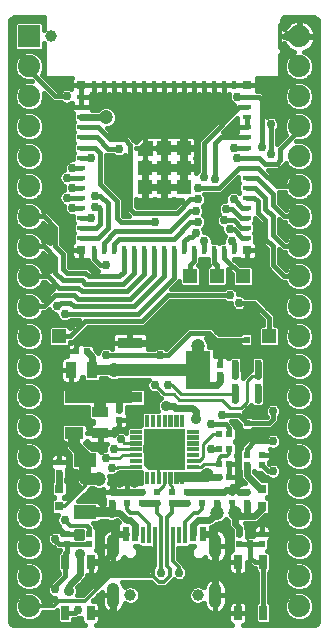
<source format=gtl>
G75*
%MOIN*%
%OFA0B0*%
%FSLAX25Y25*%
%IPPOS*%
%LPD*%
%AMOC8*
5,1,8,0,0,1.08239X$1,22.5*
%
%ADD10R,0.07400X0.07400*%
%ADD11C,0.07400*%
%ADD12R,0.02362X0.05118*%
%ADD13R,0.01181X0.05709*%
%ADD14C,0.04134*%
%ADD15R,0.02559X0.04724*%
%ADD16R,0.08465X0.03740*%
%ADD17R,0.08465X0.12795*%
%ADD18R,0.02441X0.02441*%
%ADD19R,0.07480X0.04724*%
%ADD20R,0.05512X0.03543*%
%ADD21R,0.03543X0.05512*%
%ADD22R,0.03150X0.03150*%
%ADD23R,0.01969X0.01575*%
%ADD24R,0.01969X0.02362*%
%ADD25C,0.03937*%
%ADD26R,0.04724X0.04724*%
%ADD27C,0.00080*%
%ADD28R,0.11024X0.11024*%
%ADD29C,0.00012*%
%ADD30R,0.06299X0.03937*%
%ADD31C,0.00039*%
%ADD32R,0.03150X0.01575*%
%ADD33R,0.01575X0.03150*%
%ADD34R,0.01575X0.01575*%
%ADD35C,0.02953*%
%ADD36C,0.01200*%
%ADD37C,0.03200*%
%ADD38C,0.02400*%
%ADD39C,0.01600*%
%ADD40C,0.01000*%
%ADD41C,0.04724*%
%ADD42C,0.04000*%
%ADD43C,0.03543*%
D10*
X0009300Y0200050D03*
D11*
X0009300Y0190050D03*
X0009300Y0180050D03*
X0009300Y0170050D03*
X0009300Y0160050D03*
X0009300Y0150050D03*
X0009300Y0140050D03*
X0009300Y0130050D03*
X0009300Y0120050D03*
X0009300Y0110050D03*
X0009300Y0100050D03*
X0009300Y0090050D03*
X0009300Y0080050D03*
X0009300Y0070050D03*
X0009300Y0060050D03*
X0009300Y0050050D03*
X0009300Y0040050D03*
X0009300Y0030050D03*
X0009300Y0020050D03*
X0009300Y0010050D03*
X0099300Y0010050D03*
X0099300Y0020050D03*
X0099300Y0030050D03*
X0099300Y0040050D03*
X0099300Y0050050D03*
X0099300Y0060050D03*
X0099300Y0070050D03*
X0099300Y0080050D03*
X0099300Y0090050D03*
X0099300Y0100050D03*
X0099300Y0110050D03*
X0099300Y0120050D03*
X0099300Y0130050D03*
X0099300Y0140050D03*
X0099300Y0150050D03*
X0099300Y0160050D03*
X0099300Y0170050D03*
X0099300Y0180050D03*
X0099300Y0190050D03*
X0099300Y0200050D03*
D12*
X0067095Y0034066D03*
X0063946Y0034066D03*
X0044654Y0034066D03*
X0041505Y0034066D03*
D13*
X0047410Y0033770D03*
X0049379Y0033770D03*
X0051347Y0033770D03*
X0053316Y0033770D03*
X0055284Y0033770D03*
X0057253Y0033770D03*
X0059221Y0033770D03*
X0061190Y0033770D03*
D14*
X0071308Y0032235D02*
X0071308Y0028101D01*
X0071308Y0015778D02*
X0071308Y0011644D01*
X0037292Y0011644D02*
X0037292Y0015778D01*
X0037292Y0028101D02*
X0037292Y0032235D01*
D15*
X0029782Y0024765D03*
X0021318Y0024765D03*
X0021318Y0007835D03*
X0029782Y0007835D03*
X0078818Y0007835D03*
X0087282Y0007835D03*
X0087282Y0024765D03*
X0078818Y0024765D03*
D16*
X0042883Y0079745D03*
X0042883Y0088800D03*
X0042883Y0097855D03*
D17*
X0065717Y0088800D03*
D18*
X0073050Y0087028D03*
X0073050Y0090572D03*
X0078050Y0086822D03*
X0078050Y0083278D03*
X0085550Y0083278D03*
X0085550Y0086822D03*
X0076072Y0067550D03*
X0076072Y0062550D03*
X0076072Y0057550D03*
X0076072Y0053175D03*
X0072528Y0053175D03*
X0072528Y0057550D03*
X0072528Y0062550D03*
X0072528Y0067550D03*
X0081800Y0060572D03*
X0081800Y0057028D03*
X0086800Y0057028D03*
X0086800Y0060572D03*
X0081800Y0048072D03*
X0081800Y0044528D03*
X0079300Y0034322D03*
X0079300Y0030778D03*
X0086800Y0030778D03*
X0086800Y0034322D03*
X0071800Y0044528D03*
X0071800Y0048072D03*
X0066800Y0048072D03*
X0066800Y0044528D03*
X0061800Y0044528D03*
X0061800Y0048072D03*
X0056800Y0048072D03*
X0056800Y0044528D03*
X0051800Y0044528D03*
X0051800Y0048072D03*
X0046800Y0048072D03*
X0046800Y0044528D03*
X0041800Y0044528D03*
X0041800Y0048072D03*
X0036800Y0048072D03*
X0036800Y0044528D03*
X0029300Y0034322D03*
X0029300Y0030778D03*
X0021800Y0030778D03*
X0021800Y0034322D03*
X0019300Y0054528D03*
X0019300Y0058072D03*
X0025028Y0095050D03*
X0028572Y0095050D03*
X0039300Y0075572D03*
X0039300Y0072028D03*
D19*
X0028050Y0058711D03*
X0028050Y0041389D03*
D20*
X0033050Y0067757D03*
X0033050Y0074843D03*
D21*
X0030343Y0088800D03*
X0023257Y0088800D03*
D22*
X0019300Y0049253D03*
X0019300Y0043347D03*
X0026741Y0128741D03*
X0026741Y0183859D03*
X0081859Y0183859D03*
X0081859Y0128741D03*
X0086800Y0049253D03*
X0086800Y0043347D03*
D23*
X0076800Y0044725D03*
X0076800Y0047875D03*
D24*
X0081800Y0071113D03*
X0078060Y0078987D03*
X0078060Y0091113D03*
X0081800Y0098987D03*
X0085540Y0091113D03*
X0085540Y0078987D03*
D25*
X0065550Y0013800D03*
X0043050Y0013800D03*
X0016644Y0200050D03*
D26*
X0047804Y0156300D03*
X0047804Y0149804D03*
X0054300Y0149804D03*
X0054300Y0156300D03*
X0054300Y0162796D03*
X0060796Y0162796D03*
X0060796Y0156300D03*
X0060796Y0149804D03*
X0063050Y0120050D03*
X0071800Y0120050D03*
X0080550Y0120050D03*
X0089300Y0100050D03*
X0019300Y0100050D03*
D27*
X0043021Y0067925D02*
X0046681Y0067925D01*
X0043021Y0067925D02*
X0043021Y0068987D01*
X0046681Y0068987D01*
X0046681Y0067925D01*
X0046681Y0068004D02*
X0043021Y0068004D01*
X0043021Y0068083D02*
X0046681Y0068083D01*
X0046681Y0068162D02*
X0043021Y0068162D01*
X0043021Y0068241D02*
X0046681Y0068241D01*
X0046681Y0068320D02*
X0043021Y0068320D01*
X0043021Y0068399D02*
X0046681Y0068399D01*
X0046681Y0068478D02*
X0043021Y0068478D01*
X0043021Y0068557D02*
X0046681Y0068557D01*
X0046681Y0068636D02*
X0043021Y0068636D01*
X0043021Y0068715D02*
X0046681Y0068715D01*
X0046681Y0068794D02*
X0043021Y0068794D01*
X0043021Y0068873D02*
X0046681Y0068873D01*
X0046681Y0068952D02*
X0043021Y0068952D01*
X0043021Y0065956D02*
X0046681Y0065956D01*
X0043021Y0065956D02*
X0043021Y0067018D01*
X0046681Y0067018D01*
X0046681Y0065956D01*
X0046681Y0066035D02*
X0043021Y0066035D01*
X0043021Y0066114D02*
X0046681Y0066114D01*
X0046681Y0066193D02*
X0043021Y0066193D01*
X0043021Y0066272D02*
X0046681Y0066272D01*
X0046681Y0066351D02*
X0043021Y0066351D01*
X0043021Y0066430D02*
X0046681Y0066430D01*
X0046681Y0066509D02*
X0043021Y0066509D01*
X0043021Y0066588D02*
X0046681Y0066588D01*
X0046681Y0066667D02*
X0043021Y0066667D01*
X0043021Y0066746D02*
X0046681Y0066746D01*
X0046681Y0066825D02*
X0043021Y0066825D01*
X0043021Y0066904D02*
X0046681Y0066904D01*
X0046681Y0066983D02*
X0043021Y0066983D01*
X0043021Y0063988D02*
X0046681Y0063988D01*
X0043021Y0063988D02*
X0043021Y0065050D01*
X0046681Y0065050D01*
X0046681Y0063988D01*
X0046681Y0064067D02*
X0043021Y0064067D01*
X0043021Y0064146D02*
X0046681Y0064146D01*
X0046681Y0064225D02*
X0043021Y0064225D01*
X0043021Y0064304D02*
X0046681Y0064304D01*
X0046681Y0064383D02*
X0043021Y0064383D01*
X0043021Y0064462D02*
X0046681Y0064462D01*
X0046681Y0064541D02*
X0043021Y0064541D01*
X0043021Y0064620D02*
X0046681Y0064620D01*
X0046681Y0064699D02*
X0043021Y0064699D01*
X0043021Y0064778D02*
X0046681Y0064778D01*
X0046681Y0064857D02*
X0043021Y0064857D01*
X0043021Y0064936D02*
X0046681Y0064936D01*
X0046681Y0065015D02*
X0043021Y0065015D01*
X0043021Y0062019D02*
X0046681Y0062019D01*
X0043021Y0062019D02*
X0043021Y0063081D01*
X0046681Y0063081D01*
X0046681Y0062019D01*
X0046681Y0062098D02*
X0043021Y0062098D01*
X0043021Y0062177D02*
X0046681Y0062177D01*
X0046681Y0062256D02*
X0043021Y0062256D01*
X0043021Y0062335D02*
X0046681Y0062335D01*
X0046681Y0062414D02*
X0043021Y0062414D01*
X0043021Y0062493D02*
X0046681Y0062493D01*
X0046681Y0062572D02*
X0043021Y0062572D01*
X0043021Y0062651D02*
X0046681Y0062651D01*
X0046681Y0062730D02*
X0043021Y0062730D01*
X0043021Y0062809D02*
X0046681Y0062809D01*
X0046681Y0062888D02*
X0043021Y0062888D01*
X0043021Y0062967D02*
X0046681Y0062967D01*
X0046681Y0063046D02*
X0043021Y0063046D01*
X0043021Y0060050D02*
X0046681Y0060050D01*
X0043021Y0060050D02*
X0043021Y0061112D01*
X0046681Y0061112D01*
X0046681Y0060050D01*
X0046681Y0060129D02*
X0043021Y0060129D01*
X0043021Y0060208D02*
X0046681Y0060208D01*
X0046681Y0060287D02*
X0043021Y0060287D01*
X0043021Y0060366D02*
X0046681Y0060366D01*
X0046681Y0060445D02*
X0043021Y0060445D01*
X0043021Y0060524D02*
X0046681Y0060524D01*
X0046681Y0060603D02*
X0043021Y0060603D01*
X0043021Y0060682D02*
X0046681Y0060682D01*
X0046681Y0060761D02*
X0043021Y0060761D01*
X0043021Y0060840D02*
X0046681Y0060840D01*
X0046681Y0060919D02*
X0043021Y0060919D01*
X0043021Y0060998D02*
X0046681Y0060998D01*
X0046681Y0061077D02*
X0043021Y0061077D01*
X0043021Y0058082D02*
X0046681Y0058082D01*
X0043021Y0058082D02*
X0043021Y0059144D01*
X0046681Y0059144D01*
X0046681Y0058082D01*
X0046681Y0058161D02*
X0043021Y0058161D01*
X0043021Y0058240D02*
X0046681Y0058240D01*
X0046681Y0058319D02*
X0043021Y0058319D01*
X0043021Y0058398D02*
X0046681Y0058398D01*
X0046681Y0058477D02*
X0043021Y0058477D01*
X0043021Y0058556D02*
X0046681Y0058556D01*
X0046681Y0058635D02*
X0043021Y0058635D01*
X0043021Y0058714D02*
X0046681Y0058714D01*
X0046681Y0058793D02*
X0043021Y0058793D01*
X0043021Y0058872D02*
X0046681Y0058872D01*
X0046681Y0058951D02*
X0043021Y0058951D01*
X0043021Y0059030D02*
X0046681Y0059030D01*
X0046681Y0059109D02*
X0043021Y0059109D01*
X0043021Y0056113D02*
X0046681Y0056113D01*
X0043021Y0056113D02*
X0043021Y0057175D01*
X0046681Y0057175D01*
X0046681Y0056113D01*
X0046681Y0056192D02*
X0043021Y0056192D01*
X0043021Y0056271D02*
X0046681Y0056271D01*
X0046681Y0056350D02*
X0043021Y0056350D01*
X0043021Y0056429D02*
X0046681Y0056429D01*
X0046681Y0056508D02*
X0043021Y0056508D01*
X0043021Y0056587D02*
X0046681Y0056587D01*
X0046681Y0056666D02*
X0043021Y0056666D01*
X0043021Y0056745D02*
X0046681Y0056745D01*
X0046681Y0056824D02*
X0043021Y0056824D01*
X0043021Y0056903D02*
X0046681Y0056903D01*
X0046681Y0056982D02*
X0043021Y0056982D01*
X0043021Y0057061D02*
X0046681Y0057061D01*
X0046681Y0057140D02*
X0043021Y0057140D01*
X0048925Y0054931D02*
X0048925Y0051271D01*
X0047863Y0051271D01*
X0047863Y0054931D01*
X0048925Y0054931D01*
X0048925Y0051350D02*
X0047863Y0051350D01*
X0047863Y0051429D02*
X0048925Y0051429D01*
X0048925Y0051508D02*
X0047863Y0051508D01*
X0047863Y0051587D02*
X0048925Y0051587D01*
X0048925Y0051666D02*
X0047863Y0051666D01*
X0047863Y0051745D02*
X0048925Y0051745D01*
X0048925Y0051824D02*
X0047863Y0051824D01*
X0047863Y0051903D02*
X0048925Y0051903D01*
X0048925Y0051982D02*
X0047863Y0051982D01*
X0047863Y0052061D02*
X0048925Y0052061D01*
X0048925Y0052140D02*
X0047863Y0052140D01*
X0047863Y0052219D02*
X0048925Y0052219D01*
X0048925Y0052298D02*
X0047863Y0052298D01*
X0047863Y0052377D02*
X0048925Y0052377D01*
X0048925Y0052456D02*
X0047863Y0052456D01*
X0047863Y0052535D02*
X0048925Y0052535D01*
X0048925Y0052614D02*
X0047863Y0052614D01*
X0047863Y0052693D02*
X0048925Y0052693D01*
X0048925Y0052772D02*
X0047863Y0052772D01*
X0047863Y0052851D02*
X0048925Y0052851D01*
X0048925Y0052930D02*
X0047863Y0052930D01*
X0047863Y0053009D02*
X0048925Y0053009D01*
X0048925Y0053088D02*
X0047863Y0053088D01*
X0047863Y0053167D02*
X0048925Y0053167D01*
X0048925Y0053246D02*
X0047863Y0053246D01*
X0047863Y0053325D02*
X0048925Y0053325D01*
X0048925Y0053404D02*
X0047863Y0053404D01*
X0047863Y0053483D02*
X0048925Y0053483D01*
X0048925Y0053562D02*
X0047863Y0053562D01*
X0047863Y0053641D02*
X0048925Y0053641D01*
X0048925Y0053720D02*
X0047863Y0053720D01*
X0047863Y0053799D02*
X0048925Y0053799D01*
X0048925Y0053878D02*
X0047863Y0053878D01*
X0047863Y0053957D02*
X0048925Y0053957D01*
X0048925Y0054036D02*
X0047863Y0054036D01*
X0047863Y0054115D02*
X0048925Y0054115D01*
X0048925Y0054194D02*
X0047863Y0054194D01*
X0047863Y0054273D02*
X0048925Y0054273D01*
X0048925Y0054352D02*
X0047863Y0054352D01*
X0047863Y0054431D02*
X0048925Y0054431D01*
X0048925Y0054510D02*
X0047863Y0054510D01*
X0047863Y0054589D02*
X0048925Y0054589D01*
X0048925Y0054668D02*
X0047863Y0054668D01*
X0047863Y0054747D02*
X0048925Y0054747D01*
X0048925Y0054826D02*
X0047863Y0054826D01*
X0047863Y0054905D02*
X0048925Y0054905D01*
X0050894Y0054931D02*
X0050894Y0051271D01*
X0049832Y0051271D01*
X0049832Y0054931D01*
X0050894Y0054931D01*
X0050894Y0051350D02*
X0049832Y0051350D01*
X0049832Y0051429D02*
X0050894Y0051429D01*
X0050894Y0051508D02*
X0049832Y0051508D01*
X0049832Y0051587D02*
X0050894Y0051587D01*
X0050894Y0051666D02*
X0049832Y0051666D01*
X0049832Y0051745D02*
X0050894Y0051745D01*
X0050894Y0051824D02*
X0049832Y0051824D01*
X0049832Y0051903D02*
X0050894Y0051903D01*
X0050894Y0051982D02*
X0049832Y0051982D01*
X0049832Y0052061D02*
X0050894Y0052061D01*
X0050894Y0052140D02*
X0049832Y0052140D01*
X0049832Y0052219D02*
X0050894Y0052219D01*
X0050894Y0052298D02*
X0049832Y0052298D01*
X0049832Y0052377D02*
X0050894Y0052377D01*
X0050894Y0052456D02*
X0049832Y0052456D01*
X0049832Y0052535D02*
X0050894Y0052535D01*
X0050894Y0052614D02*
X0049832Y0052614D01*
X0049832Y0052693D02*
X0050894Y0052693D01*
X0050894Y0052772D02*
X0049832Y0052772D01*
X0049832Y0052851D02*
X0050894Y0052851D01*
X0050894Y0052930D02*
X0049832Y0052930D01*
X0049832Y0053009D02*
X0050894Y0053009D01*
X0050894Y0053088D02*
X0049832Y0053088D01*
X0049832Y0053167D02*
X0050894Y0053167D01*
X0050894Y0053246D02*
X0049832Y0053246D01*
X0049832Y0053325D02*
X0050894Y0053325D01*
X0050894Y0053404D02*
X0049832Y0053404D01*
X0049832Y0053483D02*
X0050894Y0053483D01*
X0050894Y0053562D02*
X0049832Y0053562D01*
X0049832Y0053641D02*
X0050894Y0053641D01*
X0050894Y0053720D02*
X0049832Y0053720D01*
X0049832Y0053799D02*
X0050894Y0053799D01*
X0050894Y0053878D02*
X0049832Y0053878D01*
X0049832Y0053957D02*
X0050894Y0053957D01*
X0050894Y0054036D02*
X0049832Y0054036D01*
X0049832Y0054115D02*
X0050894Y0054115D01*
X0050894Y0054194D02*
X0049832Y0054194D01*
X0049832Y0054273D02*
X0050894Y0054273D01*
X0050894Y0054352D02*
X0049832Y0054352D01*
X0049832Y0054431D02*
X0050894Y0054431D01*
X0050894Y0054510D02*
X0049832Y0054510D01*
X0049832Y0054589D02*
X0050894Y0054589D01*
X0050894Y0054668D02*
X0049832Y0054668D01*
X0049832Y0054747D02*
X0050894Y0054747D01*
X0050894Y0054826D02*
X0049832Y0054826D01*
X0049832Y0054905D02*
X0050894Y0054905D01*
X0052862Y0054931D02*
X0052862Y0051271D01*
X0051800Y0051271D01*
X0051800Y0054931D01*
X0052862Y0054931D01*
X0052862Y0051350D02*
X0051800Y0051350D01*
X0051800Y0051429D02*
X0052862Y0051429D01*
X0052862Y0051508D02*
X0051800Y0051508D01*
X0051800Y0051587D02*
X0052862Y0051587D01*
X0052862Y0051666D02*
X0051800Y0051666D01*
X0051800Y0051745D02*
X0052862Y0051745D01*
X0052862Y0051824D02*
X0051800Y0051824D01*
X0051800Y0051903D02*
X0052862Y0051903D01*
X0052862Y0051982D02*
X0051800Y0051982D01*
X0051800Y0052061D02*
X0052862Y0052061D01*
X0052862Y0052140D02*
X0051800Y0052140D01*
X0051800Y0052219D02*
X0052862Y0052219D01*
X0052862Y0052298D02*
X0051800Y0052298D01*
X0051800Y0052377D02*
X0052862Y0052377D01*
X0052862Y0052456D02*
X0051800Y0052456D01*
X0051800Y0052535D02*
X0052862Y0052535D01*
X0052862Y0052614D02*
X0051800Y0052614D01*
X0051800Y0052693D02*
X0052862Y0052693D01*
X0052862Y0052772D02*
X0051800Y0052772D01*
X0051800Y0052851D02*
X0052862Y0052851D01*
X0052862Y0052930D02*
X0051800Y0052930D01*
X0051800Y0053009D02*
X0052862Y0053009D01*
X0052862Y0053088D02*
X0051800Y0053088D01*
X0051800Y0053167D02*
X0052862Y0053167D01*
X0052862Y0053246D02*
X0051800Y0053246D01*
X0051800Y0053325D02*
X0052862Y0053325D01*
X0052862Y0053404D02*
X0051800Y0053404D01*
X0051800Y0053483D02*
X0052862Y0053483D01*
X0052862Y0053562D02*
X0051800Y0053562D01*
X0051800Y0053641D02*
X0052862Y0053641D01*
X0052862Y0053720D02*
X0051800Y0053720D01*
X0051800Y0053799D02*
X0052862Y0053799D01*
X0052862Y0053878D02*
X0051800Y0053878D01*
X0051800Y0053957D02*
X0052862Y0053957D01*
X0052862Y0054036D02*
X0051800Y0054036D01*
X0051800Y0054115D02*
X0052862Y0054115D01*
X0052862Y0054194D02*
X0051800Y0054194D01*
X0051800Y0054273D02*
X0052862Y0054273D01*
X0052862Y0054352D02*
X0051800Y0054352D01*
X0051800Y0054431D02*
X0052862Y0054431D01*
X0052862Y0054510D02*
X0051800Y0054510D01*
X0051800Y0054589D02*
X0052862Y0054589D01*
X0052862Y0054668D02*
X0051800Y0054668D01*
X0051800Y0054747D02*
X0052862Y0054747D01*
X0052862Y0054826D02*
X0051800Y0054826D01*
X0051800Y0054905D02*
X0052862Y0054905D01*
X0054831Y0054931D02*
X0054831Y0051271D01*
X0053769Y0051271D01*
X0053769Y0054931D01*
X0054831Y0054931D01*
X0054831Y0051350D02*
X0053769Y0051350D01*
X0053769Y0051429D02*
X0054831Y0051429D01*
X0054831Y0051508D02*
X0053769Y0051508D01*
X0053769Y0051587D02*
X0054831Y0051587D01*
X0054831Y0051666D02*
X0053769Y0051666D01*
X0053769Y0051745D02*
X0054831Y0051745D01*
X0054831Y0051824D02*
X0053769Y0051824D01*
X0053769Y0051903D02*
X0054831Y0051903D01*
X0054831Y0051982D02*
X0053769Y0051982D01*
X0053769Y0052061D02*
X0054831Y0052061D01*
X0054831Y0052140D02*
X0053769Y0052140D01*
X0053769Y0052219D02*
X0054831Y0052219D01*
X0054831Y0052298D02*
X0053769Y0052298D01*
X0053769Y0052377D02*
X0054831Y0052377D01*
X0054831Y0052456D02*
X0053769Y0052456D01*
X0053769Y0052535D02*
X0054831Y0052535D01*
X0054831Y0052614D02*
X0053769Y0052614D01*
X0053769Y0052693D02*
X0054831Y0052693D01*
X0054831Y0052772D02*
X0053769Y0052772D01*
X0053769Y0052851D02*
X0054831Y0052851D01*
X0054831Y0052930D02*
X0053769Y0052930D01*
X0053769Y0053009D02*
X0054831Y0053009D01*
X0054831Y0053088D02*
X0053769Y0053088D01*
X0053769Y0053167D02*
X0054831Y0053167D01*
X0054831Y0053246D02*
X0053769Y0053246D01*
X0053769Y0053325D02*
X0054831Y0053325D01*
X0054831Y0053404D02*
X0053769Y0053404D01*
X0053769Y0053483D02*
X0054831Y0053483D01*
X0054831Y0053562D02*
X0053769Y0053562D01*
X0053769Y0053641D02*
X0054831Y0053641D01*
X0054831Y0053720D02*
X0053769Y0053720D01*
X0053769Y0053799D02*
X0054831Y0053799D01*
X0054831Y0053878D02*
X0053769Y0053878D01*
X0053769Y0053957D02*
X0054831Y0053957D01*
X0054831Y0054036D02*
X0053769Y0054036D01*
X0053769Y0054115D02*
X0054831Y0054115D01*
X0054831Y0054194D02*
X0053769Y0054194D01*
X0053769Y0054273D02*
X0054831Y0054273D01*
X0054831Y0054352D02*
X0053769Y0054352D01*
X0053769Y0054431D02*
X0054831Y0054431D01*
X0054831Y0054510D02*
X0053769Y0054510D01*
X0053769Y0054589D02*
X0054831Y0054589D01*
X0054831Y0054668D02*
X0053769Y0054668D01*
X0053769Y0054747D02*
X0054831Y0054747D01*
X0054831Y0054826D02*
X0053769Y0054826D01*
X0053769Y0054905D02*
X0054831Y0054905D01*
X0056800Y0054931D02*
X0056800Y0051271D01*
X0055738Y0051271D01*
X0055738Y0054931D01*
X0056800Y0054931D01*
X0056800Y0051350D02*
X0055738Y0051350D01*
X0055738Y0051429D02*
X0056800Y0051429D01*
X0056800Y0051508D02*
X0055738Y0051508D01*
X0055738Y0051587D02*
X0056800Y0051587D01*
X0056800Y0051666D02*
X0055738Y0051666D01*
X0055738Y0051745D02*
X0056800Y0051745D01*
X0056800Y0051824D02*
X0055738Y0051824D01*
X0055738Y0051903D02*
X0056800Y0051903D01*
X0056800Y0051982D02*
X0055738Y0051982D01*
X0055738Y0052061D02*
X0056800Y0052061D01*
X0056800Y0052140D02*
X0055738Y0052140D01*
X0055738Y0052219D02*
X0056800Y0052219D01*
X0056800Y0052298D02*
X0055738Y0052298D01*
X0055738Y0052377D02*
X0056800Y0052377D01*
X0056800Y0052456D02*
X0055738Y0052456D01*
X0055738Y0052535D02*
X0056800Y0052535D01*
X0056800Y0052614D02*
X0055738Y0052614D01*
X0055738Y0052693D02*
X0056800Y0052693D01*
X0056800Y0052772D02*
X0055738Y0052772D01*
X0055738Y0052851D02*
X0056800Y0052851D01*
X0056800Y0052930D02*
X0055738Y0052930D01*
X0055738Y0053009D02*
X0056800Y0053009D01*
X0056800Y0053088D02*
X0055738Y0053088D01*
X0055738Y0053167D02*
X0056800Y0053167D01*
X0056800Y0053246D02*
X0055738Y0053246D01*
X0055738Y0053325D02*
X0056800Y0053325D01*
X0056800Y0053404D02*
X0055738Y0053404D01*
X0055738Y0053483D02*
X0056800Y0053483D01*
X0056800Y0053562D02*
X0055738Y0053562D01*
X0055738Y0053641D02*
X0056800Y0053641D01*
X0056800Y0053720D02*
X0055738Y0053720D01*
X0055738Y0053799D02*
X0056800Y0053799D01*
X0056800Y0053878D02*
X0055738Y0053878D01*
X0055738Y0053957D02*
X0056800Y0053957D01*
X0056800Y0054036D02*
X0055738Y0054036D01*
X0055738Y0054115D02*
X0056800Y0054115D01*
X0056800Y0054194D02*
X0055738Y0054194D01*
X0055738Y0054273D02*
X0056800Y0054273D01*
X0056800Y0054352D02*
X0055738Y0054352D01*
X0055738Y0054431D02*
X0056800Y0054431D01*
X0056800Y0054510D02*
X0055738Y0054510D01*
X0055738Y0054589D02*
X0056800Y0054589D01*
X0056800Y0054668D02*
X0055738Y0054668D01*
X0055738Y0054747D02*
X0056800Y0054747D01*
X0056800Y0054826D02*
X0055738Y0054826D01*
X0055738Y0054905D02*
X0056800Y0054905D01*
X0058768Y0054931D02*
X0058768Y0051271D01*
X0057706Y0051271D01*
X0057706Y0054931D01*
X0058768Y0054931D01*
X0058768Y0051350D02*
X0057706Y0051350D01*
X0057706Y0051429D02*
X0058768Y0051429D01*
X0058768Y0051508D02*
X0057706Y0051508D01*
X0057706Y0051587D02*
X0058768Y0051587D01*
X0058768Y0051666D02*
X0057706Y0051666D01*
X0057706Y0051745D02*
X0058768Y0051745D01*
X0058768Y0051824D02*
X0057706Y0051824D01*
X0057706Y0051903D02*
X0058768Y0051903D01*
X0058768Y0051982D02*
X0057706Y0051982D01*
X0057706Y0052061D02*
X0058768Y0052061D01*
X0058768Y0052140D02*
X0057706Y0052140D01*
X0057706Y0052219D02*
X0058768Y0052219D01*
X0058768Y0052298D02*
X0057706Y0052298D01*
X0057706Y0052377D02*
X0058768Y0052377D01*
X0058768Y0052456D02*
X0057706Y0052456D01*
X0057706Y0052535D02*
X0058768Y0052535D01*
X0058768Y0052614D02*
X0057706Y0052614D01*
X0057706Y0052693D02*
X0058768Y0052693D01*
X0058768Y0052772D02*
X0057706Y0052772D01*
X0057706Y0052851D02*
X0058768Y0052851D01*
X0058768Y0052930D02*
X0057706Y0052930D01*
X0057706Y0053009D02*
X0058768Y0053009D01*
X0058768Y0053088D02*
X0057706Y0053088D01*
X0057706Y0053167D02*
X0058768Y0053167D01*
X0058768Y0053246D02*
X0057706Y0053246D01*
X0057706Y0053325D02*
X0058768Y0053325D01*
X0058768Y0053404D02*
X0057706Y0053404D01*
X0057706Y0053483D02*
X0058768Y0053483D01*
X0058768Y0053562D02*
X0057706Y0053562D01*
X0057706Y0053641D02*
X0058768Y0053641D01*
X0058768Y0053720D02*
X0057706Y0053720D01*
X0057706Y0053799D02*
X0058768Y0053799D01*
X0058768Y0053878D02*
X0057706Y0053878D01*
X0057706Y0053957D02*
X0058768Y0053957D01*
X0058768Y0054036D02*
X0057706Y0054036D01*
X0057706Y0054115D02*
X0058768Y0054115D01*
X0058768Y0054194D02*
X0057706Y0054194D01*
X0057706Y0054273D02*
X0058768Y0054273D01*
X0058768Y0054352D02*
X0057706Y0054352D01*
X0057706Y0054431D02*
X0058768Y0054431D01*
X0058768Y0054510D02*
X0057706Y0054510D01*
X0057706Y0054589D02*
X0058768Y0054589D01*
X0058768Y0054668D02*
X0057706Y0054668D01*
X0057706Y0054747D02*
X0058768Y0054747D01*
X0058768Y0054826D02*
X0057706Y0054826D01*
X0057706Y0054905D02*
X0058768Y0054905D01*
X0060737Y0054931D02*
X0060737Y0051271D01*
X0059675Y0051271D01*
X0059675Y0054931D01*
X0060737Y0054931D01*
X0060737Y0051350D02*
X0059675Y0051350D01*
X0059675Y0051429D02*
X0060737Y0051429D01*
X0060737Y0051508D02*
X0059675Y0051508D01*
X0059675Y0051587D02*
X0060737Y0051587D01*
X0060737Y0051666D02*
X0059675Y0051666D01*
X0059675Y0051745D02*
X0060737Y0051745D01*
X0060737Y0051824D02*
X0059675Y0051824D01*
X0059675Y0051903D02*
X0060737Y0051903D01*
X0060737Y0051982D02*
X0059675Y0051982D01*
X0059675Y0052061D02*
X0060737Y0052061D01*
X0060737Y0052140D02*
X0059675Y0052140D01*
X0059675Y0052219D02*
X0060737Y0052219D01*
X0060737Y0052298D02*
X0059675Y0052298D01*
X0059675Y0052377D02*
X0060737Y0052377D01*
X0060737Y0052456D02*
X0059675Y0052456D01*
X0059675Y0052535D02*
X0060737Y0052535D01*
X0060737Y0052614D02*
X0059675Y0052614D01*
X0059675Y0052693D02*
X0060737Y0052693D01*
X0060737Y0052772D02*
X0059675Y0052772D01*
X0059675Y0052851D02*
X0060737Y0052851D01*
X0060737Y0052930D02*
X0059675Y0052930D01*
X0059675Y0053009D02*
X0060737Y0053009D01*
X0060737Y0053088D02*
X0059675Y0053088D01*
X0059675Y0053167D02*
X0060737Y0053167D01*
X0060737Y0053246D02*
X0059675Y0053246D01*
X0059675Y0053325D02*
X0060737Y0053325D01*
X0060737Y0053404D02*
X0059675Y0053404D01*
X0059675Y0053483D02*
X0060737Y0053483D01*
X0060737Y0053562D02*
X0059675Y0053562D01*
X0059675Y0053641D02*
X0060737Y0053641D01*
X0060737Y0053720D02*
X0059675Y0053720D01*
X0059675Y0053799D02*
X0060737Y0053799D01*
X0060737Y0053878D02*
X0059675Y0053878D01*
X0059675Y0053957D02*
X0060737Y0053957D01*
X0060737Y0054036D02*
X0059675Y0054036D01*
X0059675Y0054115D02*
X0060737Y0054115D01*
X0060737Y0054194D02*
X0059675Y0054194D01*
X0059675Y0054273D02*
X0060737Y0054273D01*
X0060737Y0054352D02*
X0059675Y0054352D01*
X0059675Y0054431D02*
X0060737Y0054431D01*
X0060737Y0054510D02*
X0059675Y0054510D01*
X0059675Y0054589D02*
X0060737Y0054589D01*
X0060737Y0054668D02*
X0059675Y0054668D01*
X0059675Y0054747D02*
X0060737Y0054747D01*
X0060737Y0054826D02*
X0059675Y0054826D01*
X0059675Y0054905D02*
X0060737Y0054905D01*
X0061919Y0057175D02*
X0065579Y0057175D01*
X0065579Y0056113D01*
X0061919Y0056113D01*
X0061919Y0057175D01*
X0061919Y0056192D02*
X0065579Y0056192D01*
X0065579Y0056271D02*
X0061919Y0056271D01*
X0061919Y0056350D02*
X0065579Y0056350D01*
X0065579Y0056429D02*
X0061919Y0056429D01*
X0061919Y0056508D02*
X0065579Y0056508D01*
X0065579Y0056587D02*
X0061919Y0056587D01*
X0061919Y0056666D02*
X0065579Y0056666D01*
X0065579Y0056745D02*
X0061919Y0056745D01*
X0061919Y0056824D02*
X0065579Y0056824D01*
X0065579Y0056903D02*
X0061919Y0056903D01*
X0061919Y0056982D02*
X0065579Y0056982D01*
X0065579Y0057061D02*
X0061919Y0057061D01*
X0061919Y0057140D02*
X0065579Y0057140D01*
X0065579Y0059144D02*
X0061919Y0059144D01*
X0065579Y0059144D02*
X0065579Y0058082D01*
X0061919Y0058082D01*
X0061919Y0059144D01*
X0061919Y0058161D02*
X0065579Y0058161D01*
X0065579Y0058240D02*
X0061919Y0058240D01*
X0061919Y0058319D02*
X0065579Y0058319D01*
X0065579Y0058398D02*
X0061919Y0058398D01*
X0061919Y0058477D02*
X0065579Y0058477D01*
X0065579Y0058556D02*
X0061919Y0058556D01*
X0061919Y0058635D02*
X0065579Y0058635D01*
X0065579Y0058714D02*
X0061919Y0058714D01*
X0061919Y0058793D02*
X0065579Y0058793D01*
X0065579Y0058872D02*
X0061919Y0058872D01*
X0061919Y0058951D02*
X0065579Y0058951D01*
X0065579Y0059030D02*
X0061919Y0059030D01*
X0061919Y0059109D02*
X0065579Y0059109D01*
X0065579Y0061112D02*
X0061919Y0061112D01*
X0065579Y0061112D02*
X0065579Y0060050D01*
X0061919Y0060050D01*
X0061919Y0061112D01*
X0061919Y0060129D02*
X0065579Y0060129D01*
X0065579Y0060208D02*
X0061919Y0060208D01*
X0061919Y0060287D02*
X0065579Y0060287D01*
X0065579Y0060366D02*
X0061919Y0060366D01*
X0061919Y0060445D02*
X0065579Y0060445D01*
X0065579Y0060524D02*
X0061919Y0060524D01*
X0061919Y0060603D02*
X0065579Y0060603D01*
X0065579Y0060682D02*
X0061919Y0060682D01*
X0061919Y0060761D02*
X0065579Y0060761D01*
X0065579Y0060840D02*
X0061919Y0060840D01*
X0061919Y0060919D02*
X0065579Y0060919D01*
X0065579Y0060998D02*
X0061919Y0060998D01*
X0061919Y0061077D02*
X0065579Y0061077D01*
X0065579Y0063081D02*
X0061919Y0063081D01*
X0065579Y0063081D02*
X0065579Y0062019D01*
X0061919Y0062019D01*
X0061919Y0063081D01*
X0061919Y0062098D02*
X0065579Y0062098D01*
X0065579Y0062177D02*
X0061919Y0062177D01*
X0061919Y0062256D02*
X0065579Y0062256D01*
X0065579Y0062335D02*
X0061919Y0062335D01*
X0061919Y0062414D02*
X0065579Y0062414D01*
X0065579Y0062493D02*
X0061919Y0062493D01*
X0061919Y0062572D02*
X0065579Y0062572D01*
X0065579Y0062651D02*
X0061919Y0062651D01*
X0061919Y0062730D02*
X0065579Y0062730D01*
X0065579Y0062809D02*
X0061919Y0062809D01*
X0061919Y0062888D02*
X0065579Y0062888D01*
X0065579Y0062967D02*
X0061919Y0062967D01*
X0061919Y0063046D02*
X0065579Y0063046D01*
X0065579Y0065050D02*
X0061919Y0065050D01*
X0065579Y0065050D02*
X0065579Y0063988D01*
X0061919Y0063988D01*
X0061919Y0065050D01*
X0061919Y0064067D02*
X0065579Y0064067D01*
X0065579Y0064146D02*
X0061919Y0064146D01*
X0061919Y0064225D02*
X0065579Y0064225D01*
X0065579Y0064304D02*
X0061919Y0064304D01*
X0061919Y0064383D02*
X0065579Y0064383D01*
X0065579Y0064462D02*
X0061919Y0064462D01*
X0061919Y0064541D02*
X0065579Y0064541D01*
X0065579Y0064620D02*
X0061919Y0064620D01*
X0061919Y0064699D02*
X0065579Y0064699D01*
X0065579Y0064778D02*
X0061919Y0064778D01*
X0061919Y0064857D02*
X0065579Y0064857D01*
X0065579Y0064936D02*
X0061919Y0064936D01*
X0061919Y0065015D02*
X0065579Y0065015D01*
X0065579Y0067018D02*
X0061919Y0067018D01*
X0065579Y0067018D02*
X0065579Y0065956D01*
X0061919Y0065956D01*
X0061919Y0067018D01*
X0061919Y0066035D02*
X0065579Y0066035D01*
X0065579Y0066114D02*
X0061919Y0066114D01*
X0061919Y0066193D02*
X0065579Y0066193D01*
X0065579Y0066272D02*
X0061919Y0066272D01*
X0061919Y0066351D02*
X0065579Y0066351D01*
X0065579Y0066430D02*
X0061919Y0066430D01*
X0061919Y0066509D02*
X0065579Y0066509D01*
X0065579Y0066588D02*
X0061919Y0066588D01*
X0061919Y0066667D02*
X0065579Y0066667D01*
X0065579Y0066746D02*
X0061919Y0066746D01*
X0061919Y0066825D02*
X0065579Y0066825D01*
X0065579Y0066904D02*
X0061919Y0066904D01*
X0061919Y0066983D02*
X0065579Y0066983D01*
X0065579Y0068987D02*
X0061919Y0068987D01*
X0065579Y0068987D02*
X0065579Y0067925D01*
X0061919Y0067925D01*
X0061919Y0068987D01*
X0061919Y0068004D02*
X0065579Y0068004D01*
X0065579Y0068083D02*
X0061919Y0068083D01*
X0061919Y0068162D02*
X0065579Y0068162D01*
X0065579Y0068241D02*
X0061919Y0068241D01*
X0061919Y0068320D02*
X0065579Y0068320D01*
X0065579Y0068399D02*
X0061919Y0068399D01*
X0061919Y0068478D02*
X0065579Y0068478D01*
X0065579Y0068557D02*
X0061919Y0068557D01*
X0061919Y0068636D02*
X0065579Y0068636D01*
X0065579Y0068715D02*
X0061919Y0068715D01*
X0061919Y0068794D02*
X0065579Y0068794D01*
X0065579Y0068873D02*
X0061919Y0068873D01*
X0061919Y0068952D02*
X0065579Y0068952D01*
X0059675Y0070169D02*
X0059675Y0073829D01*
X0060737Y0073829D01*
X0060737Y0070169D01*
X0059675Y0070169D01*
X0059675Y0070248D02*
X0060737Y0070248D01*
X0060737Y0070327D02*
X0059675Y0070327D01*
X0059675Y0070406D02*
X0060737Y0070406D01*
X0060737Y0070485D02*
X0059675Y0070485D01*
X0059675Y0070564D02*
X0060737Y0070564D01*
X0060737Y0070643D02*
X0059675Y0070643D01*
X0059675Y0070722D02*
X0060737Y0070722D01*
X0060737Y0070801D02*
X0059675Y0070801D01*
X0059675Y0070880D02*
X0060737Y0070880D01*
X0060737Y0070959D02*
X0059675Y0070959D01*
X0059675Y0071038D02*
X0060737Y0071038D01*
X0060737Y0071117D02*
X0059675Y0071117D01*
X0059675Y0071196D02*
X0060737Y0071196D01*
X0060737Y0071275D02*
X0059675Y0071275D01*
X0059675Y0071354D02*
X0060737Y0071354D01*
X0060737Y0071433D02*
X0059675Y0071433D01*
X0059675Y0071512D02*
X0060737Y0071512D01*
X0060737Y0071591D02*
X0059675Y0071591D01*
X0059675Y0071670D02*
X0060737Y0071670D01*
X0060737Y0071749D02*
X0059675Y0071749D01*
X0059675Y0071828D02*
X0060737Y0071828D01*
X0060737Y0071907D02*
X0059675Y0071907D01*
X0059675Y0071986D02*
X0060737Y0071986D01*
X0060737Y0072065D02*
X0059675Y0072065D01*
X0059675Y0072144D02*
X0060737Y0072144D01*
X0060737Y0072223D02*
X0059675Y0072223D01*
X0059675Y0072302D02*
X0060737Y0072302D01*
X0060737Y0072381D02*
X0059675Y0072381D01*
X0059675Y0072460D02*
X0060737Y0072460D01*
X0060737Y0072539D02*
X0059675Y0072539D01*
X0059675Y0072618D02*
X0060737Y0072618D01*
X0060737Y0072697D02*
X0059675Y0072697D01*
X0059675Y0072776D02*
X0060737Y0072776D01*
X0060737Y0072855D02*
X0059675Y0072855D01*
X0059675Y0072934D02*
X0060737Y0072934D01*
X0060737Y0073013D02*
X0059675Y0073013D01*
X0059675Y0073092D02*
X0060737Y0073092D01*
X0060737Y0073171D02*
X0059675Y0073171D01*
X0059675Y0073250D02*
X0060737Y0073250D01*
X0060737Y0073329D02*
X0059675Y0073329D01*
X0059675Y0073408D02*
X0060737Y0073408D01*
X0060737Y0073487D02*
X0059675Y0073487D01*
X0059675Y0073566D02*
X0060737Y0073566D01*
X0060737Y0073645D02*
X0059675Y0073645D01*
X0059675Y0073724D02*
X0060737Y0073724D01*
X0060737Y0073803D02*
X0059675Y0073803D01*
X0057706Y0073829D02*
X0057706Y0070169D01*
X0057706Y0073829D02*
X0058768Y0073829D01*
X0058768Y0070169D01*
X0057706Y0070169D01*
X0057706Y0070248D02*
X0058768Y0070248D01*
X0058768Y0070327D02*
X0057706Y0070327D01*
X0057706Y0070406D02*
X0058768Y0070406D01*
X0058768Y0070485D02*
X0057706Y0070485D01*
X0057706Y0070564D02*
X0058768Y0070564D01*
X0058768Y0070643D02*
X0057706Y0070643D01*
X0057706Y0070722D02*
X0058768Y0070722D01*
X0058768Y0070801D02*
X0057706Y0070801D01*
X0057706Y0070880D02*
X0058768Y0070880D01*
X0058768Y0070959D02*
X0057706Y0070959D01*
X0057706Y0071038D02*
X0058768Y0071038D01*
X0058768Y0071117D02*
X0057706Y0071117D01*
X0057706Y0071196D02*
X0058768Y0071196D01*
X0058768Y0071275D02*
X0057706Y0071275D01*
X0057706Y0071354D02*
X0058768Y0071354D01*
X0058768Y0071433D02*
X0057706Y0071433D01*
X0057706Y0071512D02*
X0058768Y0071512D01*
X0058768Y0071591D02*
X0057706Y0071591D01*
X0057706Y0071670D02*
X0058768Y0071670D01*
X0058768Y0071749D02*
X0057706Y0071749D01*
X0057706Y0071828D02*
X0058768Y0071828D01*
X0058768Y0071907D02*
X0057706Y0071907D01*
X0057706Y0071986D02*
X0058768Y0071986D01*
X0058768Y0072065D02*
X0057706Y0072065D01*
X0057706Y0072144D02*
X0058768Y0072144D01*
X0058768Y0072223D02*
X0057706Y0072223D01*
X0057706Y0072302D02*
X0058768Y0072302D01*
X0058768Y0072381D02*
X0057706Y0072381D01*
X0057706Y0072460D02*
X0058768Y0072460D01*
X0058768Y0072539D02*
X0057706Y0072539D01*
X0057706Y0072618D02*
X0058768Y0072618D01*
X0058768Y0072697D02*
X0057706Y0072697D01*
X0057706Y0072776D02*
X0058768Y0072776D01*
X0058768Y0072855D02*
X0057706Y0072855D01*
X0057706Y0072934D02*
X0058768Y0072934D01*
X0058768Y0073013D02*
X0057706Y0073013D01*
X0057706Y0073092D02*
X0058768Y0073092D01*
X0058768Y0073171D02*
X0057706Y0073171D01*
X0057706Y0073250D02*
X0058768Y0073250D01*
X0058768Y0073329D02*
X0057706Y0073329D01*
X0057706Y0073408D02*
X0058768Y0073408D01*
X0058768Y0073487D02*
X0057706Y0073487D01*
X0057706Y0073566D02*
X0058768Y0073566D01*
X0058768Y0073645D02*
X0057706Y0073645D01*
X0057706Y0073724D02*
X0058768Y0073724D01*
X0058768Y0073803D02*
X0057706Y0073803D01*
X0055738Y0073829D02*
X0055738Y0070169D01*
X0055738Y0073829D02*
X0056800Y0073829D01*
X0056800Y0070169D01*
X0055738Y0070169D01*
X0055738Y0070248D02*
X0056800Y0070248D01*
X0056800Y0070327D02*
X0055738Y0070327D01*
X0055738Y0070406D02*
X0056800Y0070406D01*
X0056800Y0070485D02*
X0055738Y0070485D01*
X0055738Y0070564D02*
X0056800Y0070564D01*
X0056800Y0070643D02*
X0055738Y0070643D01*
X0055738Y0070722D02*
X0056800Y0070722D01*
X0056800Y0070801D02*
X0055738Y0070801D01*
X0055738Y0070880D02*
X0056800Y0070880D01*
X0056800Y0070959D02*
X0055738Y0070959D01*
X0055738Y0071038D02*
X0056800Y0071038D01*
X0056800Y0071117D02*
X0055738Y0071117D01*
X0055738Y0071196D02*
X0056800Y0071196D01*
X0056800Y0071275D02*
X0055738Y0071275D01*
X0055738Y0071354D02*
X0056800Y0071354D01*
X0056800Y0071433D02*
X0055738Y0071433D01*
X0055738Y0071512D02*
X0056800Y0071512D01*
X0056800Y0071591D02*
X0055738Y0071591D01*
X0055738Y0071670D02*
X0056800Y0071670D01*
X0056800Y0071749D02*
X0055738Y0071749D01*
X0055738Y0071828D02*
X0056800Y0071828D01*
X0056800Y0071907D02*
X0055738Y0071907D01*
X0055738Y0071986D02*
X0056800Y0071986D01*
X0056800Y0072065D02*
X0055738Y0072065D01*
X0055738Y0072144D02*
X0056800Y0072144D01*
X0056800Y0072223D02*
X0055738Y0072223D01*
X0055738Y0072302D02*
X0056800Y0072302D01*
X0056800Y0072381D02*
X0055738Y0072381D01*
X0055738Y0072460D02*
X0056800Y0072460D01*
X0056800Y0072539D02*
X0055738Y0072539D01*
X0055738Y0072618D02*
X0056800Y0072618D01*
X0056800Y0072697D02*
X0055738Y0072697D01*
X0055738Y0072776D02*
X0056800Y0072776D01*
X0056800Y0072855D02*
X0055738Y0072855D01*
X0055738Y0072934D02*
X0056800Y0072934D01*
X0056800Y0073013D02*
X0055738Y0073013D01*
X0055738Y0073092D02*
X0056800Y0073092D01*
X0056800Y0073171D02*
X0055738Y0073171D01*
X0055738Y0073250D02*
X0056800Y0073250D01*
X0056800Y0073329D02*
X0055738Y0073329D01*
X0055738Y0073408D02*
X0056800Y0073408D01*
X0056800Y0073487D02*
X0055738Y0073487D01*
X0055738Y0073566D02*
X0056800Y0073566D01*
X0056800Y0073645D02*
X0055738Y0073645D01*
X0055738Y0073724D02*
X0056800Y0073724D01*
X0056800Y0073803D02*
X0055738Y0073803D01*
X0053769Y0073829D02*
X0053769Y0070169D01*
X0053769Y0073829D02*
X0054831Y0073829D01*
X0054831Y0070169D01*
X0053769Y0070169D01*
X0053769Y0070248D02*
X0054831Y0070248D01*
X0054831Y0070327D02*
X0053769Y0070327D01*
X0053769Y0070406D02*
X0054831Y0070406D01*
X0054831Y0070485D02*
X0053769Y0070485D01*
X0053769Y0070564D02*
X0054831Y0070564D01*
X0054831Y0070643D02*
X0053769Y0070643D01*
X0053769Y0070722D02*
X0054831Y0070722D01*
X0054831Y0070801D02*
X0053769Y0070801D01*
X0053769Y0070880D02*
X0054831Y0070880D01*
X0054831Y0070959D02*
X0053769Y0070959D01*
X0053769Y0071038D02*
X0054831Y0071038D01*
X0054831Y0071117D02*
X0053769Y0071117D01*
X0053769Y0071196D02*
X0054831Y0071196D01*
X0054831Y0071275D02*
X0053769Y0071275D01*
X0053769Y0071354D02*
X0054831Y0071354D01*
X0054831Y0071433D02*
X0053769Y0071433D01*
X0053769Y0071512D02*
X0054831Y0071512D01*
X0054831Y0071591D02*
X0053769Y0071591D01*
X0053769Y0071670D02*
X0054831Y0071670D01*
X0054831Y0071749D02*
X0053769Y0071749D01*
X0053769Y0071828D02*
X0054831Y0071828D01*
X0054831Y0071907D02*
X0053769Y0071907D01*
X0053769Y0071986D02*
X0054831Y0071986D01*
X0054831Y0072065D02*
X0053769Y0072065D01*
X0053769Y0072144D02*
X0054831Y0072144D01*
X0054831Y0072223D02*
X0053769Y0072223D01*
X0053769Y0072302D02*
X0054831Y0072302D01*
X0054831Y0072381D02*
X0053769Y0072381D01*
X0053769Y0072460D02*
X0054831Y0072460D01*
X0054831Y0072539D02*
X0053769Y0072539D01*
X0053769Y0072618D02*
X0054831Y0072618D01*
X0054831Y0072697D02*
X0053769Y0072697D01*
X0053769Y0072776D02*
X0054831Y0072776D01*
X0054831Y0072855D02*
X0053769Y0072855D01*
X0053769Y0072934D02*
X0054831Y0072934D01*
X0054831Y0073013D02*
X0053769Y0073013D01*
X0053769Y0073092D02*
X0054831Y0073092D01*
X0054831Y0073171D02*
X0053769Y0073171D01*
X0053769Y0073250D02*
X0054831Y0073250D01*
X0054831Y0073329D02*
X0053769Y0073329D01*
X0053769Y0073408D02*
X0054831Y0073408D01*
X0054831Y0073487D02*
X0053769Y0073487D01*
X0053769Y0073566D02*
X0054831Y0073566D01*
X0054831Y0073645D02*
X0053769Y0073645D01*
X0053769Y0073724D02*
X0054831Y0073724D01*
X0054831Y0073803D02*
X0053769Y0073803D01*
X0051800Y0073829D02*
X0051800Y0070169D01*
X0051800Y0073829D02*
X0052862Y0073829D01*
X0052862Y0070169D01*
X0051800Y0070169D01*
X0051800Y0070248D02*
X0052862Y0070248D01*
X0052862Y0070327D02*
X0051800Y0070327D01*
X0051800Y0070406D02*
X0052862Y0070406D01*
X0052862Y0070485D02*
X0051800Y0070485D01*
X0051800Y0070564D02*
X0052862Y0070564D01*
X0052862Y0070643D02*
X0051800Y0070643D01*
X0051800Y0070722D02*
X0052862Y0070722D01*
X0052862Y0070801D02*
X0051800Y0070801D01*
X0051800Y0070880D02*
X0052862Y0070880D01*
X0052862Y0070959D02*
X0051800Y0070959D01*
X0051800Y0071038D02*
X0052862Y0071038D01*
X0052862Y0071117D02*
X0051800Y0071117D01*
X0051800Y0071196D02*
X0052862Y0071196D01*
X0052862Y0071275D02*
X0051800Y0071275D01*
X0051800Y0071354D02*
X0052862Y0071354D01*
X0052862Y0071433D02*
X0051800Y0071433D01*
X0051800Y0071512D02*
X0052862Y0071512D01*
X0052862Y0071591D02*
X0051800Y0071591D01*
X0051800Y0071670D02*
X0052862Y0071670D01*
X0052862Y0071749D02*
X0051800Y0071749D01*
X0051800Y0071828D02*
X0052862Y0071828D01*
X0052862Y0071907D02*
X0051800Y0071907D01*
X0051800Y0071986D02*
X0052862Y0071986D01*
X0052862Y0072065D02*
X0051800Y0072065D01*
X0051800Y0072144D02*
X0052862Y0072144D01*
X0052862Y0072223D02*
X0051800Y0072223D01*
X0051800Y0072302D02*
X0052862Y0072302D01*
X0052862Y0072381D02*
X0051800Y0072381D01*
X0051800Y0072460D02*
X0052862Y0072460D01*
X0052862Y0072539D02*
X0051800Y0072539D01*
X0051800Y0072618D02*
X0052862Y0072618D01*
X0052862Y0072697D02*
X0051800Y0072697D01*
X0051800Y0072776D02*
X0052862Y0072776D01*
X0052862Y0072855D02*
X0051800Y0072855D01*
X0051800Y0072934D02*
X0052862Y0072934D01*
X0052862Y0073013D02*
X0051800Y0073013D01*
X0051800Y0073092D02*
X0052862Y0073092D01*
X0052862Y0073171D02*
X0051800Y0073171D01*
X0051800Y0073250D02*
X0052862Y0073250D01*
X0052862Y0073329D02*
X0051800Y0073329D01*
X0051800Y0073408D02*
X0052862Y0073408D01*
X0052862Y0073487D02*
X0051800Y0073487D01*
X0051800Y0073566D02*
X0052862Y0073566D01*
X0052862Y0073645D02*
X0051800Y0073645D01*
X0051800Y0073724D02*
X0052862Y0073724D01*
X0052862Y0073803D02*
X0051800Y0073803D01*
X0049832Y0073829D02*
X0049832Y0070169D01*
X0049832Y0073829D02*
X0050894Y0073829D01*
X0050894Y0070169D01*
X0049832Y0070169D01*
X0049832Y0070248D02*
X0050894Y0070248D01*
X0050894Y0070327D02*
X0049832Y0070327D01*
X0049832Y0070406D02*
X0050894Y0070406D01*
X0050894Y0070485D02*
X0049832Y0070485D01*
X0049832Y0070564D02*
X0050894Y0070564D01*
X0050894Y0070643D02*
X0049832Y0070643D01*
X0049832Y0070722D02*
X0050894Y0070722D01*
X0050894Y0070801D02*
X0049832Y0070801D01*
X0049832Y0070880D02*
X0050894Y0070880D01*
X0050894Y0070959D02*
X0049832Y0070959D01*
X0049832Y0071038D02*
X0050894Y0071038D01*
X0050894Y0071117D02*
X0049832Y0071117D01*
X0049832Y0071196D02*
X0050894Y0071196D01*
X0050894Y0071275D02*
X0049832Y0071275D01*
X0049832Y0071354D02*
X0050894Y0071354D01*
X0050894Y0071433D02*
X0049832Y0071433D01*
X0049832Y0071512D02*
X0050894Y0071512D01*
X0050894Y0071591D02*
X0049832Y0071591D01*
X0049832Y0071670D02*
X0050894Y0071670D01*
X0050894Y0071749D02*
X0049832Y0071749D01*
X0049832Y0071828D02*
X0050894Y0071828D01*
X0050894Y0071907D02*
X0049832Y0071907D01*
X0049832Y0071986D02*
X0050894Y0071986D01*
X0050894Y0072065D02*
X0049832Y0072065D01*
X0049832Y0072144D02*
X0050894Y0072144D01*
X0050894Y0072223D02*
X0049832Y0072223D01*
X0049832Y0072302D02*
X0050894Y0072302D01*
X0050894Y0072381D02*
X0049832Y0072381D01*
X0049832Y0072460D02*
X0050894Y0072460D01*
X0050894Y0072539D02*
X0049832Y0072539D01*
X0049832Y0072618D02*
X0050894Y0072618D01*
X0050894Y0072697D02*
X0049832Y0072697D01*
X0049832Y0072776D02*
X0050894Y0072776D01*
X0050894Y0072855D02*
X0049832Y0072855D01*
X0049832Y0072934D02*
X0050894Y0072934D01*
X0050894Y0073013D02*
X0049832Y0073013D01*
X0049832Y0073092D02*
X0050894Y0073092D01*
X0050894Y0073171D02*
X0049832Y0073171D01*
X0049832Y0073250D02*
X0050894Y0073250D01*
X0050894Y0073329D02*
X0049832Y0073329D01*
X0049832Y0073408D02*
X0050894Y0073408D01*
X0050894Y0073487D02*
X0049832Y0073487D01*
X0049832Y0073566D02*
X0050894Y0073566D01*
X0050894Y0073645D02*
X0049832Y0073645D01*
X0049832Y0073724D02*
X0050894Y0073724D01*
X0050894Y0073803D02*
X0049832Y0073803D01*
X0047863Y0073829D02*
X0047863Y0070169D01*
X0047863Y0073829D02*
X0048925Y0073829D01*
X0048925Y0070169D01*
X0047863Y0070169D01*
X0047863Y0070248D02*
X0048925Y0070248D01*
X0048925Y0070327D02*
X0047863Y0070327D01*
X0047863Y0070406D02*
X0048925Y0070406D01*
X0048925Y0070485D02*
X0047863Y0070485D01*
X0047863Y0070564D02*
X0048925Y0070564D01*
X0048925Y0070643D02*
X0047863Y0070643D01*
X0047863Y0070722D02*
X0048925Y0070722D01*
X0048925Y0070801D02*
X0047863Y0070801D01*
X0047863Y0070880D02*
X0048925Y0070880D01*
X0048925Y0070959D02*
X0047863Y0070959D01*
X0047863Y0071038D02*
X0048925Y0071038D01*
X0048925Y0071117D02*
X0047863Y0071117D01*
X0047863Y0071196D02*
X0048925Y0071196D01*
X0048925Y0071275D02*
X0047863Y0071275D01*
X0047863Y0071354D02*
X0048925Y0071354D01*
X0048925Y0071433D02*
X0047863Y0071433D01*
X0047863Y0071512D02*
X0048925Y0071512D01*
X0048925Y0071591D02*
X0047863Y0071591D01*
X0047863Y0071670D02*
X0048925Y0071670D01*
X0048925Y0071749D02*
X0047863Y0071749D01*
X0047863Y0071828D02*
X0048925Y0071828D01*
X0048925Y0071907D02*
X0047863Y0071907D01*
X0047863Y0071986D02*
X0048925Y0071986D01*
X0048925Y0072065D02*
X0047863Y0072065D01*
X0047863Y0072144D02*
X0048925Y0072144D01*
X0048925Y0072223D02*
X0047863Y0072223D01*
X0047863Y0072302D02*
X0048925Y0072302D01*
X0048925Y0072381D02*
X0047863Y0072381D01*
X0047863Y0072460D02*
X0048925Y0072460D01*
X0048925Y0072539D02*
X0047863Y0072539D01*
X0047863Y0072618D02*
X0048925Y0072618D01*
X0048925Y0072697D02*
X0047863Y0072697D01*
X0047863Y0072776D02*
X0048925Y0072776D01*
X0048925Y0072855D02*
X0047863Y0072855D01*
X0047863Y0072934D02*
X0048925Y0072934D01*
X0048925Y0073013D02*
X0047863Y0073013D01*
X0047863Y0073092D02*
X0048925Y0073092D01*
X0048925Y0073171D02*
X0047863Y0073171D01*
X0047863Y0073250D02*
X0048925Y0073250D01*
X0048925Y0073329D02*
X0047863Y0073329D01*
X0047863Y0073408D02*
X0048925Y0073408D01*
X0048925Y0073487D02*
X0047863Y0073487D01*
X0047863Y0073566D02*
X0048925Y0073566D01*
X0048925Y0073645D02*
X0047863Y0073645D01*
X0047863Y0073724D02*
X0048925Y0073724D01*
X0048925Y0073803D02*
X0047863Y0073803D01*
D28*
X0054300Y0062550D03*
D29*
X0048875Y0056164D02*
X0060894Y0056164D01*
X0060894Y0056154D02*
X0048885Y0056154D01*
X0048895Y0056144D02*
X0060894Y0056144D01*
X0060894Y0056133D02*
X0048906Y0056133D01*
X0048916Y0056123D02*
X0060894Y0056123D01*
X0060894Y0056113D02*
X0048926Y0056113D01*
X0048937Y0056102D02*
X0060894Y0056102D01*
X0060894Y0056092D02*
X0048947Y0056092D01*
X0048957Y0056082D02*
X0060894Y0056082D01*
X0060894Y0056071D02*
X0048968Y0056071D01*
X0048978Y0056061D02*
X0060894Y0056061D01*
X0060894Y0056051D02*
X0048988Y0056051D01*
X0048999Y0056040D02*
X0060894Y0056040D01*
X0060894Y0056030D02*
X0049009Y0056030D01*
X0049019Y0056020D02*
X0060894Y0056020D01*
X0060894Y0056009D02*
X0049030Y0056009D01*
X0049040Y0055999D02*
X0060894Y0055999D01*
X0060894Y0055989D02*
X0049050Y0055989D01*
X0049061Y0055978D02*
X0060894Y0055978D01*
X0060894Y0055968D02*
X0049071Y0055968D01*
X0049081Y0055958D02*
X0060894Y0055958D01*
X0060894Y0055956D02*
X0049083Y0055956D01*
X0047706Y0057333D01*
X0047706Y0069144D01*
X0060894Y0069144D01*
X0060894Y0055956D01*
X0060894Y0056175D02*
X0048864Y0056175D01*
X0048854Y0056185D02*
X0060894Y0056185D01*
X0060894Y0056195D02*
X0048844Y0056195D01*
X0048833Y0056206D02*
X0060894Y0056206D01*
X0060894Y0056216D02*
X0048823Y0056216D01*
X0048813Y0056226D02*
X0060894Y0056226D01*
X0060894Y0056237D02*
X0048802Y0056237D01*
X0048792Y0056247D02*
X0060894Y0056247D01*
X0060894Y0056257D02*
X0048782Y0056257D01*
X0048772Y0056267D02*
X0060894Y0056267D01*
X0060894Y0056278D02*
X0048761Y0056278D01*
X0048751Y0056288D02*
X0060894Y0056288D01*
X0060894Y0056298D02*
X0048741Y0056298D01*
X0048730Y0056309D02*
X0060894Y0056309D01*
X0060894Y0056319D02*
X0048720Y0056319D01*
X0048710Y0056329D02*
X0060894Y0056329D01*
X0060894Y0056340D02*
X0048699Y0056340D01*
X0048689Y0056350D02*
X0060894Y0056350D01*
X0060894Y0056360D02*
X0048679Y0056360D01*
X0048668Y0056371D02*
X0060894Y0056371D01*
X0060894Y0056381D02*
X0048658Y0056381D01*
X0048648Y0056391D02*
X0060894Y0056391D01*
X0060894Y0056402D02*
X0048637Y0056402D01*
X0048627Y0056412D02*
X0060894Y0056412D01*
X0060894Y0056422D02*
X0048617Y0056422D01*
X0048606Y0056433D02*
X0060894Y0056433D01*
X0060894Y0056443D02*
X0048596Y0056443D01*
X0048586Y0056453D02*
X0060894Y0056453D01*
X0060894Y0056464D02*
X0048575Y0056464D01*
X0048565Y0056474D02*
X0060894Y0056474D01*
X0060894Y0056484D02*
X0048555Y0056484D01*
X0048544Y0056495D02*
X0060894Y0056495D01*
X0060894Y0056505D02*
X0048534Y0056505D01*
X0048524Y0056515D02*
X0060894Y0056515D01*
X0060894Y0056526D02*
X0048513Y0056526D01*
X0048503Y0056536D02*
X0060894Y0056536D01*
X0060894Y0056546D02*
X0048493Y0056546D01*
X0048482Y0056556D02*
X0060894Y0056556D01*
X0060894Y0056567D02*
X0048472Y0056567D01*
X0048462Y0056577D02*
X0060894Y0056577D01*
X0060894Y0056587D02*
X0048452Y0056587D01*
X0048441Y0056598D02*
X0060894Y0056598D01*
X0060894Y0056608D02*
X0048431Y0056608D01*
X0048421Y0056618D02*
X0060894Y0056618D01*
X0060894Y0056629D02*
X0048410Y0056629D01*
X0048400Y0056639D02*
X0060894Y0056639D01*
X0060894Y0056649D02*
X0048390Y0056649D01*
X0048379Y0056660D02*
X0060894Y0056660D01*
X0060894Y0056670D02*
X0048369Y0056670D01*
X0048359Y0056680D02*
X0060894Y0056680D01*
X0060894Y0056691D02*
X0048348Y0056691D01*
X0048338Y0056701D02*
X0060894Y0056701D01*
X0060894Y0056711D02*
X0048328Y0056711D01*
X0048317Y0056722D02*
X0060894Y0056722D01*
X0060894Y0056732D02*
X0048307Y0056732D01*
X0048297Y0056742D02*
X0060894Y0056742D01*
X0060894Y0056753D02*
X0048286Y0056753D01*
X0048276Y0056763D02*
X0060894Y0056763D01*
X0060894Y0056773D02*
X0048266Y0056773D01*
X0048255Y0056784D02*
X0060894Y0056784D01*
X0060894Y0056794D02*
X0048245Y0056794D01*
X0048235Y0056804D02*
X0060894Y0056804D01*
X0060894Y0056815D02*
X0048224Y0056815D01*
X0048214Y0056825D02*
X0060894Y0056825D01*
X0060894Y0056835D02*
X0048204Y0056835D01*
X0048193Y0056846D02*
X0060894Y0056846D01*
X0060894Y0056856D02*
X0048183Y0056856D01*
X0048173Y0056866D02*
X0060894Y0056866D01*
X0060894Y0056876D02*
X0048162Y0056876D01*
X0048152Y0056887D02*
X0060894Y0056887D01*
X0060894Y0056897D02*
X0048142Y0056897D01*
X0048132Y0056907D02*
X0060894Y0056907D01*
X0060894Y0056918D02*
X0048121Y0056918D01*
X0048111Y0056928D02*
X0060894Y0056928D01*
X0060894Y0056938D02*
X0048101Y0056938D01*
X0048090Y0056949D02*
X0060894Y0056949D01*
X0060894Y0056959D02*
X0048080Y0056959D01*
X0048070Y0056969D02*
X0060894Y0056969D01*
X0060894Y0056980D02*
X0048059Y0056980D01*
X0048049Y0056990D02*
X0060894Y0056990D01*
X0060894Y0057000D02*
X0048039Y0057000D01*
X0048028Y0057011D02*
X0060894Y0057011D01*
X0060894Y0057021D02*
X0048018Y0057021D01*
X0048008Y0057031D02*
X0060894Y0057031D01*
X0060894Y0057042D02*
X0047997Y0057042D01*
X0047987Y0057052D02*
X0060894Y0057052D01*
X0060894Y0057062D02*
X0047977Y0057062D01*
X0047966Y0057073D02*
X0060894Y0057073D01*
X0060894Y0057083D02*
X0047956Y0057083D01*
X0047946Y0057093D02*
X0060894Y0057093D01*
X0060894Y0057104D02*
X0047935Y0057104D01*
X0047925Y0057114D02*
X0060894Y0057114D01*
X0060894Y0057124D02*
X0047915Y0057124D01*
X0047904Y0057135D02*
X0060894Y0057135D01*
X0060894Y0057145D02*
X0047894Y0057145D01*
X0047884Y0057155D02*
X0060894Y0057155D01*
X0060894Y0057166D02*
X0047873Y0057166D01*
X0047863Y0057176D02*
X0060894Y0057176D01*
X0060894Y0057186D02*
X0047853Y0057186D01*
X0047842Y0057196D02*
X0060894Y0057196D01*
X0060894Y0057207D02*
X0047832Y0057207D01*
X0047822Y0057217D02*
X0060894Y0057217D01*
X0060894Y0057227D02*
X0047812Y0057227D01*
X0047801Y0057238D02*
X0060894Y0057238D01*
X0060894Y0057248D02*
X0047791Y0057248D01*
X0047781Y0057258D02*
X0060894Y0057258D01*
X0060894Y0057269D02*
X0047770Y0057269D01*
X0047760Y0057279D02*
X0060894Y0057279D01*
X0060894Y0057289D02*
X0047750Y0057289D01*
X0047739Y0057300D02*
X0060894Y0057300D01*
X0060894Y0057310D02*
X0047729Y0057310D01*
X0047719Y0057320D02*
X0060894Y0057320D01*
X0060894Y0057331D02*
X0047708Y0057331D01*
X0047706Y0057341D02*
X0060894Y0057341D01*
X0060894Y0057351D02*
X0047706Y0057351D01*
X0047706Y0057362D02*
X0060894Y0057362D01*
X0060894Y0057372D02*
X0047706Y0057372D01*
X0047706Y0057382D02*
X0060894Y0057382D01*
X0060894Y0057393D02*
X0047706Y0057393D01*
X0047706Y0057403D02*
X0060894Y0057403D01*
X0060894Y0057413D02*
X0047706Y0057413D01*
X0047706Y0057424D02*
X0060894Y0057424D01*
X0060894Y0057434D02*
X0047706Y0057434D01*
X0047706Y0057444D02*
X0060894Y0057444D01*
X0060894Y0057455D02*
X0047706Y0057455D01*
X0047706Y0057465D02*
X0060894Y0057465D01*
X0060894Y0057475D02*
X0047706Y0057475D01*
X0047706Y0057486D02*
X0060894Y0057486D01*
X0060894Y0057496D02*
X0047706Y0057496D01*
X0047706Y0057506D02*
X0060894Y0057506D01*
X0060894Y0057516D02*
X0047706Y0057516D01*
X0047706Y0057527D02*
X0060894Y0057527D01*
X0060894Y0057537D02*
X0047706Y0057537D01*
X0047706Y0057547D02*
X0060894Y0057547D01*
X0060894Y0057558D02*
X0047706Y0057558D01*
X0047706Y0057568D02*
X0060894Y0057568D01*
X0060894Y0057578D02*
X0047706Y0057578D01*
X0047706Y0057589D02*
X0060894Y0057589D01*
X0060894Y0057599D02*
X0047706Y0057599D01*
X0047706Y0057609D02*
X0060894Y0057609D01*
X0060894Y0057620D02*
X0047706Y0057620D01*
X0047706Y0057630D02*
X0060894Y0057630D01*
X0060894Y0057640D02*
X0047706Y0057640D01*
X0047706Y0057651D02*
X0060894Y0057651D01*
X0060894Y0057661D02*
X0047706Y0057661D01*
X0047706Y0057671D02*
X0060894Y0057671D01*
X0060894Y0057682D02*
X0047706Y0057682D01*
X0047706Y0057692D02*
X0060894Y0057692D01*
X0060894Y0057702D02*
X0047706Y0057702D01*
X0047706Y0057713D02*
X0060894Y0057713D01*
X0060894Y0057723D02*
X0047706Y0057723D01*
X0047706Y0057733D02*
X0060894Y0057733D01*
X0060894Y0057744D02*
X0047706Y0057744D01*
X0047706Y0057754D02*
X0060894Y0057754D01*
X0060894Y0057764D02*
X0047706Y0057764D01*
X0047706Y0057775D02*
X0060894Y0057775D01*
X0060894Y0057785D02*
X0047706Y0057785D01*
X0047706Y0057795D02*
X0060894Y0057795D01*
X0060894Y0057805D02*
X0047706Y0057805D01*
X0047706Y0057816D02*
X0060894Y0057816D01*
X0060894Y0057826D02*
X0047706Y0057826D01*
X0047706Y0057836D02*
X0060894Y0057836D01*
X0060894Y0057847D02*
X0047706Y0057847D01*
X0047706Y0057857D02*
X0060894Y0057857D01*
X0060894Y0057867D02*
X0047706Y0057867D01*
X0047706Y0057878D02*
X0060894Y0057878D01*
X0060894Y0057888D02*
X0047706Y0057888D01*
X0047706Y0057898D02*
X0060894Y0057898D01*
X0060894Y0057909D02*
X0047706Y0057909D01*
X0047706Y0057919D02*
X0060894Y0057919D01*
X0060894Y0057929D02*
X0047706Y0057929D01*
X0047706Y0057940D02*
X0060894Y0057940D01*
X0060894Y0057950D02*
X0047706Y0057950D01*
X0047706Y0057960D02*
X0060894Y0057960D01*
X0060894Y0057971D02*
X0047706Y0057971D01*
X0047706Y0057981D02*
X0060894Y0057981D01*
X0060894Y0057991D02*
X0047706Y0057991D01*
X0047706Y0058002D02*
X0060894Y0058002D01*
X0060894Y0058012D02*
X0047706Y0058012D01*
X0047706Y0058022D02*
X0060894Y0058022D01*
X0060894Y0058033D02*
X0047706Y0058033D01*
X0047706Y0058043D02*
X0060894Y0058043D01*
X0060894Y0058053D02*
X0047706Y0058053D01*
X0047706Y0058064D02*
X0060894Y0058064D01*
X0060894Y0058074D02*
X0047706Y0058074D01*
X0047706Y0058084D02*
X0060894Y0058084D01*
X0060894Y0058095D02*
X0047706Y0058095D01*
X0047706Y0058105D02*
X0060894Y0058105D01*
X0060894Y0058115D02*
X0047706Y0058115D01*
X0047706Y0058125D02*
X0060894Y0058125D01*
X0060894Y0058136D02*
X0047706Y0058136D01*
X0047706Y0058146D02*
X0060894Y0058146D01*
X0060894Y0058156D02*
X0047706Y0058156D01*
X0047706Y0058167D02*
X0060894Y0058167D01*
X0060894Y0058177D02*
X0047706Y0058177D01*
X0047706Y0058187D02*
X0060894Y0058187D01*
X0060894Y0058198D02*
X0047706Y0058198D01*
X0047706Y0058208D02*
X0060894Y0058208D01*
X0060894Y0058218D02*
X0047706Y0058218D01*
X0047706Y0058229D02*
X0060894Y0058229D01*
X0060894Y0058239D02*
X0047706Y0058239D01*
X0047706Y0058249D02*
X0060894Y0058249D01*
X0060894Y0058260D02*
X0047706Y0058260D01*
X0047706Y0058270D02*
X0060894Y0058270D01*
X0060894Y0058280D02*
X0047706Y0058280D01*
X0047706Y0058291D02*
X0060894Y0058291D01*
X0060894Y0058301D02*
X0047706Y0058301D01*
X0047706Y0058311D02*
X0060894Y0058311D01*
X0060894Y0058322D02*
X0047706Y0058322D01*
X0047706Y0058332D02*
X0060894Y0058332D01*
X0060894Y0058342D02*
X0047706Y0058342D01*
X0047706Y0058353D02*
X0060894Y0058353D01*
X0060894Y0058363D02*
X0047706Y0058363D01*
X0047706Y0058373D02*
X0060894Y0058373D01*
X0060894Y0058384D02*
X0047706Y0058384D01*
X0047706Y0058394D02*
X0060894Y0058394D01*
X0060894Y0058404D02*
X0047706Y0058404D01*
X0047706Y0058415D02*
X0060894Y0058415D01*
X0060894Y0058425D02*
X0047706Y0058425D01*
X0047706Y0058435D02*
X0060894Y0058435D01*
X0060894Y0058445D02*
X0047706Y0058445D01*
X0047706Y0058456D02*
X0060894Y0058456D01*
X0060894Y0058466D02*
X0047706Y0058466D01*
X0047706Y0058476D02*
X0060894Y0058476D01*
X0060894Y0058487D02*
X0047706Y0058487D01*
X0047706Y0058497D02*
X0060894Y0058497D01*
X0060894Y0058507D02*
X0047706Y0058507D01*
X0047706Y0058518D02*
X0060894Y0058518D01*
X0060894Y0058528D02*
X0047706Y0058528D01*
X0047706Y0058538D02*
X0060894Y0058538D01*
X0060894Y0058549D02*
X0047706Y0058549D01*
X0047706Y0058559D02*
X0060894Y0058559D01*
X0060894Y0058569D02*
X0047706Y0058569D01*
X0047706Y0058580D02*
X0060894Y0058580D01*
X0060894Y0058590D02*
X0047706Y0058590D01*
X0047706Y0058600D02*
X0060894Y0058600D01*
X0060894Y0058611D02*
X0047706Y0058611D01*
X0047706Y0058621D02*
X0060894Y0058621D01*
X0060894Y0058631D02*
X0047706Y0058631D01*
X0047706Y0058642D02*
X0060894Y0058642D01*
X0060894Y0058652D02*
X0047706Y0058652D01*
X0047706Y0058662D02*
X0060894Y0058662D01*
X0060894Y0058673D02*
X0047706Y0058673D01*
X0047706Y0058683D02*
X0060894Y0058683D01*
X0060894Y0058693D02*
X0047706Y0058693D01*
X0047706Y0058704D02*
X0060894Y0058704D01*
X0060894Y0058714D02*
X0047706Y0058714D01*
X0047706Y0058724D02*
X0060894Y0058724D01*
X0060894Y0058735D02*
X0047706Y0058735D01*
X0047706Y0058745D02*
X0060894Y0058745D01*
X0060894Y0058755D02*
X0047706Y0058755D01*
X0047706Y0058765D02*
X0060894Y0058765D01*
X0060894Y0058776D02*
X0047706Y0058776D01*
X0047706Y0058786D02*
X0060894Y0058786D01*
X0060894Y0058796D02*
X0047706Y0058796D01*
X0047706Y0058807D02*
X0060894Y0058807D01*
X0060894Y0058817D02*
X0047706Y0058817D01*
X0047706Y0058827D02*
X0060894Y0058827D01*
X0060894Y0058838D02*
X0047706Y0058838D01*
X0047706Y0058848D02*
X0060894Y0058848D01*
X0060894Y0058858D02*
X0047706Y0058858D01*
X0047706Y0058869D02*
X0060894Y0058869D01*
X0060894Y0058879D02*
X0047706Y0058879D01*
X0047706Y0058889D02*
X0060894Y0058889D01*
X0060894Y0058900D02*
X0047706Y0058900D01*
X0047706Y0058910D02*
X0060894Y0058910D01*
X0060894Y0058920D02*
X0047706Y0058920D01*
X0047706Y0058931D02*
X0060894Y0058931D01*
X0060894Y0058941D02*
X0047706Y0058941D01*
X0047706Y0058951D02*
X0060894Y0058951D01*
X0060894Y0058962D02*
X0047706Y0058962D01*
X0047706Y0058972D02*
X0060894Y0058972D01*
X0060894Y0058982D02*
X0047706Y0058982D01*
X0047706Y0058993D02*
X0060894Y0058993D01*
X0060894Y0059003D02*
X0047706Y0059003D01*
X0047706Y0059013D02*
X0060894Y0059013D01*
X0060894Y0059024D02*
X0047706Y0059024D01*
X0047706Y0059034D02*
X0060894Y0059034D01*
X0060894Y0059044D02*
X0047706Y0059044D01*
X0047706Y0059055D02*
X0060894Y0059055D01*
X0060894Y0059065D02*
X0047706Y0059065D01*
X0047706Y0059075D02*
X0060894Y0059075D01*
X0060894Y0059085D02*
X0047706Y0059085D01*
X0047706Y0059096D02*
X0060894Y0059096D01*
X0060894Y0059106D02*
X0047706Y0059106D01*
X0047706Y0059116D02*
X0060894Y0059116D01*
X0060894Y0059127D02*
X0047706Y0059127D01*
X0047706Y0059137D02*
X0060894Y0059137D01*
X0060894Y0059147D02*
X0047706Y0059147D01*
X0047706Y0059158D02*
X0060894Y0059158D01*
X0060894Y0059168D02*
X0047706Y0059168D01*
X0047706Y0059178D02*
X0060894Y0059178D01*
X0060894Y0059189D02*
X0047706Y0059189D01*
X0047706Y0059199D02*
X0060894Y0059199D01*
X0060894Y0059209D02*
X0047706Y0059209D01*
X0047706Y0059220D02*
X0060894Y0059220D01*
X0060894Y0059230D02*
X0047706Y0059230D01*
X0047706Y0059240D02*
X0060894Y0059240D01*
X0060894Y0059251D02*
X0047706Y0059251D01*
X0047706Y0059261D02*
X0060894Y0059261D01*
X0060894Y0059271D02*
X0047706Y0059271D01*
X0047706Y0059282D02*
X0060894Y0059282D01*
X0060894Y0059292D02*
X0047706Y0059292D01*
X0047706Y0059302D02*
X0060894Y0059302D01*
X0060894Y0059313D02*
X0047706Y0059313D01*
X0047706Y0059323D02*
X0060894Y0059323D01*
X0060894Y0059333D02*
X0047706Y0059333D01*
X0047706Y0059344D02*
X0060894Y0059344D01*
X0060894Y0059354D02*
X0047706Y0059354D01*
X0047706Y0059364D02*
X0060894Y0059364D01*
X0060894Y0059374D02*
X0047706Y0059374D01*
X0047706Y0059385D02*
X0060894Y0059385D01*
X0060894Y0059395D02*
X0047706Y0059395D01*
X0047706Y0059405D02*
X0060894Y0059405D01*
X0060894Y0059416D02*
X0047706Y0059416D01*
X0047706Y0059426D02*
X0060894Y0059426D01*
X0060894Y0059436D02*
X0047706Y0059436D01*
X0047706Y0059447D02*
X0060894Y0059447D01*
X0060894Y0059457D02*
X0047706Y0059457D01*
X0047706Y0059467D02*
X0060894Y0059467D01*
X0060894Y0059478D02*
X0047706Y0059478D01*
X0047706Y0059488D02*
X0060894Y0059488D01*
X0060894Y0059498D02*
X0047706Y0059498D01*
X0047706Y0059509D02*
X0060894Y0059509D01*
X0060894Y0059519D02*
X0047706Y0059519D01*
X0047706Y0059529D02*
X0060894Y0059529D01*
X0060894Y0059540D02*
X0047706Y0059540D01*
X0047706Y0059550D02*
X0060894Y0059550D01*
X0060894Y0059560D02*
X0047706Y0059560D01*
X0047706Y0059571D02*
X0060894Y0059571D01*
X0060894Y0059581D02*
X0047706Y0059581D01*
X0047706Y0059591D02*
X0060894Y0059591D01*
X0060894Y0059602D02*
X0047706Y0059602D01*
X0047706Y0059612D02*
X0060894Y0059612D01*
X0060894Y0059622D02*
X0047706Y0059622D01*
X0047706Y0059633D02*
X0060894Y0059633D01*
X0060894Y0059643D02*
X0047706Y0059643D01*
X0047706Y0059653D02*
X0060894Y0059653D01*
X0060894Y0059664D02*
X0047706Y0059664D01*
X0047706Y0059674D02*
X0060894Y0059674D01*
X0060894Y0059684D02*
X0047706Y0059684D01*
X0047706Y0059694D02*
X0060894Y0059694D01*
X0060894Y0059705D02*
X0047706Y0059705D01*
X0047706Y0059715D02*
X0060894Y0059715D01*
X0060894Y0059725D02*
X0047706Y0059725D01*
X0047706Y0059736D02*
X0060894Y0059736D01*
X0060894Y0059746D02*
X0047706Y0059746D01*
X0047706Y0059756D02*
X0060894Y0059756D01*
X0060894Y0059767D02*
X0047706Y0059767D01*
X0047706Y0059777D02*
X0060894Y0059777D01*
X0060894Y0059787D02*
X0047706Y0059787D01*
X0047706Y0059798D02*
X0060894Y0059798D01*
X0060894Y0059808D02*
X0047706Y0059808D01*
X0047706Y0059818D02*
X0060894Y0059818D01*
X0060894Y0059829D02*
X0047706Y0059829D01*
X0047706Y0059839D02*
X0060894Y0059839D01*
X0060894Y0059849D02*
X0047706Y0059849D01*
X0047706Y0059860D02*
X0060894Y0059860D01*
X0060894Y0059870D02*
X0047706Y0059870D01*
X0047706Y0059880D02*
X0060894Y0059880D01*
X0060894Y0059891D02*
X0047706Y0059891D01*
X0047706Y0059901D02*
X0060894Y0059901D01*
X0060894Y0059911D02*
X0047706Y0059911D01*
X0047706Y0059922D02*
X0060894Y0059922D01*
X0060894Y0059932D02*
X0047706Y0059932D01*
X0047706Y0059942D02*
X0060894Y0059942D01*
X0060894Y0059953D02*
X0047706Y0059953D01*
X0047706Y0059963D02*
X0060894Y0059963D01*
X0060894Y0059973D02*
X0047706Y0059973D01*
X0047706Y0059984D02*
X0060894Y0059984D01*
X0060894Y0059994D02*
X0047706Y0059994D01*
X0047706Y0060004D02*
X0060894Y0060004D01*
X0060894Y0060014D02*
X0047706Y0060014D01*
X0047706Y0060025D02*
X0060894Y0060025D01*
X0060894Y0060035D02*
X0047706Y0060035D01*
X0047706Y0060045D02*
X0060894Y0060045D01*
X0060894Y0060056D02*
X0047706Y0060056D01*
X0047706Y0060066D02*
X0060894Y0060066D01*
X0060894Y0060076D02*
X0047706Y0060076D01*
X0047706Y0060087D02*
X0060894Y0060087D01*
X0060894Y0060097D02*
X0047706Y0060097D01*
X0047706Y0060107D02*
X0060894Y0060107D01*
X0060894Y0060118D02*
X0047706Y0060118D01*
X0047706Y0060128D02*
X0060894Y0060128D01*
X0060894Y0060138D02*
X0047706Y0060138D01*
X0047706Y0060149D02*
X0060894Y0060149D01*
X0060894Y0060159D02*
X0047706Y0060159D01*
X0047706Y0060169D02*
X0060894Y0060169D01*
X0060894Y0060180D02*
X0047706Y0060180D01*
X0047706Y0060190D02*
X0060894Y0060190D01*
X0060894Y0060200D02*
X0047706Y0060200D01*
X0047706Y0060211D02*
X0060894Y0060211D01*
X0060894Y0060221D02*
X0047706Y0060221D01*
X0047706Y0060231D02*
X0060894Y0060231D01*
X0060894Y0060242D02*
X0047706Y0060242D01*
X0047706Y0060252D02*
X0060894Y0060252D01*
X0060894Y0060262D02*
X0047706Y0060262D01*
X0047706Y0060273D02*
X0060894Y0060273D01*
X0060894Y0060283D02*
X0047706Y0060283D01*
X0047706Y0060293D02*
X0060894Y0060293D01*
X0060894Y0060304D02*
X0047706Y0060304D01*
X0047706Y0060314D02*
X0060894Y0060314D01*
X0060894Y0060324D02*
X0047706Y0060324D01*
X0047706Y0060334D02*
X0060894Y0060334D01*
X0060894Y0060345D02*
X0047706Y0060345D01*
X0047706Y0060355D02*
X0060894Y0060355D01*
X0060894Y0060365D02*
X0047706Y0060365D01*
X0047706Y0060376D02*
X0060894Y0060376D01*
X0060894Y0060386D02*
X0047706Y0060386D01*
X0047706Y0060396D02*
X0060894Y0060396D01*
X0060894Y0060407D02*
X0047706Y0060407D01*
X0047706Y0060417D02*
X0060894Y0060417D01*
X0060894Y0060427D02*
X0047706Y0060427D01*
X0047706Y0060438D02*
X0060894Y0060438D01*
X0060894Y0060448D02*
X0047706Y0060448D01*
X0047706Y0060458D02*
X0060894Y0060458D01*
X0060894Y0060469D02*
X0047706Y0060469D01*
X0047706Y0060479D02*
X0060894Y0060479D01*
X0060894Y0060489D02*
X0047706Y0060489D01*
X0047706Y0060500D02*
X0060894Y0060500D01*
X0060894Y0060510D02*
X0047706Y0060510D01*
X0047706Y0060520D02*
X0060894Y0060520D01*
X0060894Y0060531D02*
X0047706Y0060531D01*
X0047706Y0060541D02*
X0060894Y0060541D01*
X0060894Y0060551D02*
X0047706Y0060551D01*
X0047706Y0060562D02*
X0060894Y0060562D01*
X0060894Y0060572D02*
X0047706Y0060572D01*
X0047706Y0060582D02*
X0060894Y0060582D01*
X0060894Y0060593D02*
X0047706Y0060593D01*
X0047706Y0060603D02*
X0060894Y0060603D01*
X0060894Y0060613D02*
X0047706Y0060613D01*
X0047706Y0060623D02*
X0060894Y0060623D01*
X0060894Y0060634D02*
X0047706Y0060634D01*
X0047706Y0060644D02*
X0060894Y0060644D01*
X0060894Y0060654D02*
X0047706Y0060654D01*
X0047706Y0060665D02*
X0060894Y0060665D01*
X0060894Y0060675D02*
X0047706Y0060675D01*
X0047706Y0060685D02*
X0060894Y0060685D01*
X0060894Y0060696D02*
X0047706Y0060696D01*
X0047706Y0060706D02*
X0060894Y0060706D01*
X0060894Y0060716D02*
X0047706Y0060716D01*
X0047706Y0060727D02*
X0060894Y0060727D01*
X0060894Y0060737D02*
X0047706Y0060737D01*
X0047706Y0060747D02*
X0060894Y0060747D01*
X0060894Y0060758D02*
X0047706Y0060758D01*
X0047706Y0060768D02*
X0060894Y0060768D01*
X0060894Y0060778D02*
X0047706Y0060778D01*
X0047706Y0060789D02*
X0060894Y0060789D01*
X0060894Y0060799D02*
X0047706Y0060799D01*
X0047706Y0060809D02*
X0060894Y0060809D01*
X0060894Y0060820D02*
X0047706Y0060820D01*
X0047706Y0060830D02*
X0060894Y0060830D01*
X0060894Y0060840D02*
X0047706Y0060840D01*
X0047706Y0060851D02*
X0060894Y0060851D01*
X0060894Y0060861D02*
X0047706Y0060861D01*
X0047706Y0060871D02*
X0060894Y0060871D01*
X0060894Y0060882D02*
X0047706Y0060882D01*
X0047706Y0060892D02*
X0060894Y0060892D01*
X0060894Y0060902D02*
X0047706Y0060902D01*
X0047706Y0060913D02*
X0060894Y0060913D01*
X0060894Y0060923D02*
X0047706Y0060923D01*
X0047706Y0060933D02*
X0060894Y0060933D01*
X0060894Y0060943D02*
X0047706Y0060943D01*
X0047706Y0060954D02*
X0060894Y0060954D01*
X0060894Y0060964D02*
X0047706Y0060964D01*
X0047706Y0060974D02*
X0060894Y0060974D01*
X0060894Y0060985D02*
X0047706Y0060985D01*
X0047706Y0060995D02*
X0060894Y0060995D01*
X0060894Y0061005D02*
X0047706Y0061005D01*
X0047706Y0061016D02*
X0060894Y0061016D01*
X0060894Y0061026D02*
X0047706Y0061026D01*
X0047706Y0061036D02*
X0060894Y0061036D01*
X0060894Y0061047D02*
X0047706Y0061047D01*
X0047706Y0061057D02*
X0060894Y0061057D01*
X0060894Y0061067D02*
X0047706Y0061067D01*
X0047706Y0061078D02*
X0060894Y0061078D01*
X0060894Y0061088D02*
X0047706Y0061088D01*
X0047706Y0061098D02*
X0060894Y0061098D01*
X0060894Y0061109D02*
X0047706Y0061109D01*
X0047706Y0061119D02*
X0060894Y0061119D01*
X0060894Y0061129D02*
X0047706Y0061129D01*
X0047706Y0061140D02*
X0060894Y0061140D01*
X0060894Y0061150D02*
X0047706Y0061150D01*
X0047706Y0061160D02*
X0060894Y0061160D01*
X0060894Y0061171D02*
X0047706Y0061171D01*
X0047706Y0061181D02*
X0060894Y0061181D01*
X0060894Y0061191D02*
X0047706Y0061191D01*
X0047706Y0061202D02*
X0060894Y0061202D01*
X0060894Y0061212D02*
X0047706Y0061212D01*
X0047706Y0061222D02*
X0060894Y0061222D01*
X0060894Y0061233D02*
X0047706Y0061233D01*
X0047706Y0061243D02*
X0060894Y0061243D01*
X0060894Y0061253D02*
X0047706Y0061253D01*
X0047706Y0061263D02*
X0060894Y0061263D01*
X0060894Y0061274D02*
X0047706Y0061274D01*
X0047706Y0061284D02*
X0060894Y0061284D01*
X0060894Y0061294D02*
X0047706Y0061294D01*
X0047706Y0061305D02*
X0060894Y0061305D01*
X0060894Y0061315D02*
X0047706Y0061315D01*
X0047706Y0061325D02*
X0060894Y0061325D01*
X0060894Y0061336D02*
X0047706Y0061336D01*
X0047706Y0061346D02*
X0060894Y0061346D01*
X0060894Y0061356D02*
X0047706Y0061356D01*
X0047706Y0061367D02*
X0060894Y0061367D01*
X0060894Y0061377D02*
X0047706Y0061377D01*
X0047706Y0061387D02*
X0060894Y0061387D01*
X0060894Y0061398D02*
X0047706Y0061398D01*
X0047706Y0061408D02*
X0060894Y0061408D01*
X0060894Y0061418D02*
X0047706Y0061418D01*
X0047706Y0061429D02*
X0060894Y0061429D01*
X0060894Y0061439D02*
X0047706Y0061439D01*
X0047706Y0061449D02*
X0060894Y0061449D01*
X0060894Y0061460D02*
X0047706Y0061460D01*
X0047706Y0061470D02*
X0060894Y0061470D01*
X0060894Y0061480D02*
X0047706Y0061480D01*
X0047706Y0061491D02*
X0060894Y0061491D01*
X0060894Y0061501D02*
X0047706Y0061501D01*
X0047706Y0061511D02*
X0060894Y0061511D01*
X0060894Y0061522D02*
X0047706Y0061522D01*
X0047706Y0061532D02*
X0060894Y0061532D01*
X0060894Y0061542D02*
X0047706Y0061542D01*
X0047706Y0061553D02*
X0060894Y0061553D01*
X0060894Y0061563D02*
X0047706Y0061563D01*
X0047706Y0061573D02*
X0060894Y0061573D01*
X0060894Y0061583D02*
X0047706Y0061583D01*
X0047706Y0061594D02*
X0060894Y0061594D01*
X0060894Y0061604D02*
X0047706Y0061604D01*
X0047706Y0061614D02*
X0060894Y0061614D01*
X0060894Y0061625D02*
X0047706Y0061625D01*
X0047706Y0061635D02*
X0060894Y0061635D01*
X0060894Y0061645D02*
X0047706Y0061645D01*
X0047706Y0061656D02*
X0060894Y0061656D01*
X0060894Y0061666D02*
X0047706Y0061666D01*
X0047706Y0061676D02*
X0060894Y0061676D01*
X0060894Y0061687D02*
X0047706Y0061687D01*
X0047706Y0061697D02*
X0060894Y0061697D01*
X0060894Y0061707D02*
X0047706Y0061707D01*
X0047706Y0061718D02*
X0060894Y0061718D01*
X0060894Y0061728D02*
X0047706Y0061728D01*
X0047706Y0061738D02*
X0060894Y0061738D01*
X0060894Y0061749D02*
X0047706Y0061749D01*
X0047706Y0061759D02*
X0060894Y0061759D01*
X0060894Y0061769D02*
X0047706Y0061769D01*
X0047706Y0061780D02*
X0060894Y0061780D01*
X0060894Y0061790D02*
X0047706Y0061790D01*
X0047706Y0061800D02*
X0060894Y0061800D01*
X0060894Y0061811D02*
X0047706Y0061811D01*
X0047706Y0061821D02*
X0060894Y0061821D01*
X0060894Y0061831D02*
X0047706Y0061831D01*
X0047706Y0061842D02*
X0060894Y0061842D01*
X0060894Y0061852D02*
X0047706Y0061852D01*
X0047706Y0061862D02*
X0060894Y0061862D01*
X0060894Y0061873D02*
X0047706Y0061873D01*
X0047706Y0061883D02*
X0060894Y0061883D01*
X0060894Y0061893D02*
X0047706Y0061893D01*
X0047706Y0061903D02*
X0060894Y0061903D01*
X0060894Y0061914D02*
X0047706Y0061914D01*
X0047706Y0061924D02*
X0060894Y0061924D01*
X0060894Y0061934D02*
X0047706Y0061934D01*
X0047706Y0061945D02*
X0060894Y0061945D01*
X0060894Y0061955D02*
X0047706Y0061955D01*
X0047706Y0061965D02*
X0060894Y0061965D01*
X0060894Y0061976D02*
X0047706Y0061976D01*
X0047706Y0061986D02*
X0060894Y0061986D01*
X0060894Y0061996D02*
X0047706Y0061996D01*
X0047706Y0062007D02*
X0060894Y0062007D01*
X0060894Y0062017D02*
X0047706Y0062017D01*
X0047706Y0062027D02*
X0060894Y0062027D01*
X0060894Y0062038D02*
X0047706Y0062038D01*
X0047706Y0062048D02*
X0060894Y0062048D01*
X0060894Y0062058D02*
X0047706Y0062058D01*
X0047706Y0062069D02*
X0060894Y0062069D01*
X0060894Y0062079D02*
X0047706Y0062079D01*
X0047706Y0062089D02*
X0060894Y0062089D01*
X0060894Y0062100D02*
X0047706Y0062100D01*
X0047706Y0062110D02*
X0060894Y0062110D01*
X0060894Y0062120D02*
X0047706Y0062120D01*
X0047706Y0062131D02*
X0060894Y0062131D01*
X0060894Y0062141D02*
X0047706Y0062141D01*
X0047706Y0062151D02*
X0060894Y0062151D01*
X0060894Y0062162D02*
X0047706Y0062162D01*
X0047706Y0062172D02*
X0060894Y0062172D01*
X0060894Y0062182D02*
X0047706Y0062182D01*
X0047706Y0062192D02*
X0060894Y0062192D01*
X0060894Y0062203D02*
X0047706Y0062203D01*
X0047706Y0062213D02*
X0060894Y0062213D01*
X0060894Y0062223D02*
X0047706Y0062223D01*
X0047706Y0062234D02*
X0060894Y0062234D01*
X0060894Y0062244D02*
X0047706Y0062244D01*
X0047706Y0062254D02*
X0060894Y0062254D01*
X0060894Y0062265D02*
X0047706Y0062265D01*
X0047706Y0062275D02*
X0060894Y0062275D01*
X0060894Y0062285D02*
X0047706Y0062285D01*
X0047706Y0062296D02*
X0060894Y0062296D01*
X0060894Y0062306D02*
X0047706Y0062306D01*
X0047706Y0062316D02*
X0060894Y0062316D01*
X0060894Y0062327D02*
X0047706Y0062327D01*
X0047706Y0062337D02*
X0060894Y0062337D01*
X0060894Y0062347D02*
X0047706Y0062347D01*
X0047706Y0062358D02*
X0060894Y0062358D01*
X0060894Y0062368D02*
X0047706Y0062368D01*
X0047706Y0062378D02*
X0060894Y0062378D01*
X0060894Y0062389D02*
X0047706Y0062389D01*
X0047706Y0062399D02*
X0060894Y0062399D01*
X0060894Y0062409D02*
X0047706Y0062409D01*
X0047706Y0062420D02*
X0060894Y0062420D01*
X0060894Y0062430D02*
X0047706Y0062430D01*
X0047706Y0062440D02*
X0060894Y0062440D01*
X0060894Y0062451D02*
X0047706Y0062451D01*
X0047706Y0062461D02*
X0060894Y0062461D01*
X0060894Y0062471D02*
X0047706Y0062471D01*
X0047706Y0062482D02*
X0060894Y0062482D01*
X0060894Y0062492D02*
X0047706Y0062492D01*
X0047706Y0062502D02*
X0060894Y0062502D01*
X0060894Y0062512D02*
X0047706Y0062512D01*
X0047706Y0062523D02*
X0060894Y0062523D01*
X0060894Y0062533D02*
X0047706Y0062533D01*
X0047706Y0062543D02*
X0060894Y0062543D01*
X0060894Y0062554D02*
X0047706Y0062554D01*
X0047706Y0062564D02*
X0060894Y0062564D01*
X0060894Y0062574D02*
X0047706Y0062574D01*
X0047706Y0062585D02*
X0060894Y0062585D01*
X0060894Y0062595D02*
X0047706Y0062595D01*
X0047706Y0062605D02*
X0060894Y0062605D01*
X0060894Y0062616D02*
X0047706Y0062616D01*
X0047706Y0062626D02*
X0060894Y0062626D01*
X0060894Y0062636D02*
X0047706Y0062636D01*
X0047706Y0062647D02*
X0060894Y0062647D01*
X0060894Y0062657D02*
X0047706Y0062657D01*
X0047706Y0062667D02*
X0060894Y0062667D01*
X0060894Y0062678D02*
X0047706Y0062678D01*
X0047706Y0062688D02*
X0060894Y0062688D01*
X0060894Y0062698D02*
X0047706Y0062698D01*
X0047706Y0062709D02*
X0060894Y0062709D01*
X0060894Y0062719D02*
X0047706Y0062719D01*
X0047706Y0062729D02*
X0060894Y0062729D01*
X0060894Y0062740D02*
X0047706Y0062740D01*
X0047706Y0062750D02*
X0060894Y0062750D01*
X0060894Y0062760D02*
X0047706Y0062760D01*
X0047706Y0062771D02*
X0060894Y0062771D01*
X0060894Y0062781D02*
X0047706Y0062781D01*
X0047706Y0062791D02*
X0060894Y0062791D01*
X0060894Y0062802D02*
X0047706Y0062802D01*
X0047706Y0062812D02*
X0060894Y0062812D01*
X0060894Y0062822D02*
X0047706Y0062822D01*
X0047706Y0062832D02*
X0060894Y0062832D01*
X0060894Y0062843D02*
X0047706Y0062843D01*
X0047706Y0062853D02*
X0060894Y0062853D01*
X0060894Y0062863D02*
X0047706Y0062863D01*
X0047706Y0062874D02*
X0060894Y0062874D01*
X0060894Y0062884D02*
X0047706Y0062884D01*
X0047706Y0062894D02*
X0060894Y0062894D01*
X0060894Y0062905D02*
X0047706Y0062905D01*
X0047706Y0062915D02*
X0060894Y0062915D01*
X0060894Y0062925D02*
X0047706Y0062925D01*
X0047706Y0062936D02*
X0060894Y0062936D01*
X0060894Y0062946D02*
X0047706Y0062946D01*
X0047706Y0062956D02*
X0060894Y0062956D01*
X0060894Y0062967D02*
X0047706Y0062967D01*
X0047706Y0062977D02*
X0060894Y0062977D01*
X0060894Y0062987D02*
X0047706Y0062987D01*
X0047706Y0062998D02*
X0060894Y0062998D01*
X0060894Y0063008D02*
X0047706Y0063008D01*
X0047706Y0063018D02*
X0060894Y0063018D01*
X0060894Y0063029D02*
X0047706Y0063029D01*
X0047706Y0063039D02*
X0060894Y0063039D01*
X0060894Y0063049D02*
X0047706Y0063049D01*
X0047706Y0063060D02*
X0060894Y0063060D01*
X0060894Y0063070D02*
X0047706Y0063070D01*
X0047706Y0063080D02*
X0060894Y0063080D01*
X0060894Y0063091D02*
X0047706Y0063091D01*
X0047706Y0063101D02*
X0060894Y0063101D01*
X0060894Y0063111D02*
X0047706Y0063111D01*
X0047706Y0063122D02*
X0060894Y0063122D01*
X0060894Y0063132D02*
X0047706Y0063132D01*
X0047706Y0063142D02*
X0060894Y0063142D01*
X0060894Y0063152D02*
X0047706Y0063152D01*
X0047706Y0063163D02*
X0060894Y0063163D01*
X0060894Y0063173D02*
X0047706Y0063173D01*
X0047706Y0063183D02*
X0060894Y0063183D01*
X0060894Y0063194D02*
X0047706Y0063194D01*
X0047706Y0063204D02*
X0060894Y0063204D01*
X0060894Y0063214D02*
X0047706Y0063214D01*
X0047706Y0063225D02*
X0060894Y0063225D01*
X0060894Y0063235D02*
X0047706Y0063235D01*
X0047706Y0063245D02*
X0060894Y0063245D01*
X0060894Y0063256D02*
X0047706Y0063256D01*
X0047706Y0063266D02*
X0060894Y0063266D01*
X0060894Y0063276D02*
X0047706Y0063276D01*
X0047706Y0063287D02*
X0060894Y0063287D01*
X0060894Y0063297D02*
X0047706Y0063297D01*
X0047706Y0063307D02*
X0060894Y0063307D01*
X0060894Y0063318D02*
X0047706Y0063318D01*
X0047706Y0063328D02*
X0060894Y0063328D01*
X0060894Y0063338D02*
X0047706Y0063338D01*
X0047706Y0063349D02*
X0060894Y0063349D01*
X0060894Y0063359D02*
X0047706Y0063359D01*
X0047706Y0063369D02*
X0060894Y0063369D01*
X0060894Y0063380D02*
X0047706Y0063380D01*
X0047706Y0063390D02*
X0060894Y0063390D01*
X0060894Y0063400D02*
X0047706Y0063400D01*
X0047706Y0063411D02*
X0060894Y0063411D01*
X0060894Y0063421D02*
X0047706Y0063421D01*
X0047706Y0063431D02*
X0060894Y0063431D01*
X0060894Y0063441D02*
X0047706Y0063441D01*
X0047706Y0063452D02*
X0060894Y0063452D01*
X0060894Y0063462D02*
X0047706Y0063462D01*
X0047706Y0063472D02*
X0060894Y0063472D01*
X0060894Y0063483D02*
X0047706Y0063483D01*
X0047706Y0063493D02*
X0060894Y0063493D01*
X0060894Y0063503D02*
X0047706Y0063503D01*
X0047706Y0063514D02*
X0060894Y0063514D01*
X0060894Y0063524D02*
X0047706Y0063524D01*
X0047706Y0063534D02*
X0060894Y0063534D01*
X0060894Y0063545D02*
X0047706Y0063545D01*
X0047706Y0063555D02*
X0060894Y0063555D01*
X0060894Y0063565D02*
X0047706Y0063565D01*
X0047706Y0063576D02*
X0060894Y0063576D01*
X0060894Y0063586D02*
X0047706Y0063586D01*
X0047706Y0063596D02*
X0060894Y0063596D01*
X0060894Y0063607D02*
X0047706Y0063607D01*
X0047706Y0063617D02*
X0060894Y0063617D01*
X0060894Y0063627D02*
X0047706Y0063627D01*
X0047706Y0063638D02*
X0060894Y0063638D01*
X0060894Y0063648D02*
X0047706Y0063648D01*
X0047706Y0063658D02*
X0060894Y0063658D01*
X0060894Y0063669D02*
X0047706Y0063669D01*
X0047706Y0063679D02*
X0060894Y0063679D01*
X0060894Y0063689D02*
X0047706Y0063689D01*
X0047706Y0063700D02*
X0060894Y0063700D01*
X0060894Y0063710D02*
X0047706Y0063710D01*
X0047706Y0063720D02*
X0060894Y0063720D01*
X0060894Y0063731D02*
X0047706Y0063731D01*
X0047706Y0063741D02*
X0060894Y0063741D01*
X0060894Y0063751D02*
X0047706Y0063751D01*
X0047706Y0063761D02*
X0060894Y0063761D01*
X0060894Y0063772D02*
X0047706Y0063772D01*
X0047706Y0063782D02*
X0060894Y0063782D01*
X0060894Y0063792D02*
X0047706Y0063792D01*
X0047706Y0063803D02*
X0060894Y0063803D01*
X0060894Y0063813D02*
X0047706Y0063813D01*
X0047706Y0063823D02*
X0060894Y0063823D01*
X0060894Y0063834D02*
X0047706Y0063834D01*
X0047706Y0063844D02*
X0060894Y0063844D01*
X0060894Y0063854D02*
X0047706Y0063854D01*
X0047706Y0063865D02*
X0060894Y0063865D01*
X0060894Y0063875D02*
X0047706Y0063875D01*
X0047706Y0063885D02*
X0060894Y0063885D01*
X0060894Y0063896D02*
X0047706Y0063896D01*
X0047706Y0063906D02*
X0060894Y0063906D01*
X0060894Y0063916D02*
X0047706Y0063916D01*
X0047706Y0063927D02*
X0060894Y0063927D01*
X0060894Y0063937D02*
X0047706Y0063937D01*
X0047706Y0063947D02*
X0060894Y0063947D01*
X0060894Y0063958D02*
X0047706Y0063958D01*
X0047706Y0063968D02*
X0060894Y0063968D01*
X0060894Y0063978D02*
X0047706Y0063978D01*
X0047706Y0063989D02*
X0060894Y0063989D01*
X0060894Y0063999D02*
X0047706Y0063999D01*
X0047706Y0064009D02*
X0060894Y0064009D01*
X0060894Y0064020D02*
X0047706Y0064020D01*
X0047706Y0064030D02*
X0060894Y0064030D01*
X0060894Y0064040D02*
X0047706Y0064040D01*
X0047706Y0064051D02*
X0060894Y0064051D01*
X0060894Y0064061D02*
X0047706Y0064061D01*
X0047706Y0064071D02*
X0060894Y0064071D01*
X0060894Y0064081D02*
X0047706Y0064081D01*
X0047706Y0064092D02*
X0060894Y0064092D01*
X0060894Y0064102D02*
X0047706Y0064102D01*
X0047706Y0064112D02*
X0060894Y0064112D01*
X0060894Y0064123D02*
X0047706Y0064123D01*
X0047706Y0064133D02*
X0060894Y0064133D01*
X0060894Y0064143D02*
X0047706Y0064143D01*
X0047706Y0064154D02*
X0060894Y0064154D01*
X0060894Y0064164D02*
X0047706Y0064164D01*
X0047706Y0064174D02*
X0060894Y0064174D01*
X0060894Y0064185D02*
X0047706Y0064185D01*
X0047706Y0064195D02*
X0060894Y0064195D01*
X0060894Y0064205D02*
X0047706Y0064205D01*
X0047706Y0064216D02*
X0060894Y0064216D01*
X0060894Y0064226D02*
X0047706Y0064226D01*
X0047706Y0064236D02*
X0060894Y0064236D01*
X0060894Y0064247D02*
X0047706Y0064247D01*
X0047706Y0064257D02*
X0060894Y0064257D01*
X0060894Y0064267D02*
X0047706Y0064267D01*
X0047706Y0064278D02*
X0060894Y0064278D01*
X0060894Y0064288D02*
X0047706Y0064288D01*
X0047706Y0064298D02*
X0060894Y0064298D01*
X0060894Y0064309D02*
X0047706Y0064309D01*
X0047706Y0064319D02*
X0060894Y0064319D01*
X0060894Y0064329D02*
X0047706Y0064329D01*
X0047706Y0064340D02*
X0060894Y0064340D01*
X0060894Y0064350D02*
X0047706Y0064350D01*
X0047706Y0064360D02*
X0060894Y0064360D01*
X0060894Y0064371D02*
X0047706Y0064371D01*
X0047706Y0064381D02*
X0060894Y0064381D01*
X0060894Y0064391D02*
X0047706Y0064391D01*
X0047706Y0064401D02*
X0060894Y0064401D01*
X0060894Y0064412D02*
X0047706Y0064412D01*
X0047706Y0064422D02*
X0060894Y0064422D01*
X0060894Y0064432D02*
X0047706Y0064432D01*
X0047706Y0064443D02*
X0060894Y0064443D01*
X0060894Y0064453D02*
X0047706Y0064453D01*
X0047706Y0064463D02*
X0060894Y0064463D01*
X0060894Y0064474D02*
X0047706Y0064474D01*
X0047706Y0064484D02*
X0060894Y0064484D01*
X0060894Y0064494D02*
X0047706Y0064494D01*
X0047706Y0064505D02*
X0060894Y0064505D01*
X0060894Y0064515D02*
X0047706Y0064515D01*
X0047706Y0064525D02*
X0060894Y0064525D01*
X0060894Y0064536D02*
X0047706Y0064536D01*
X0047706Y0064546D02*
X0060894Y0064546D01*
X0060894Y0064556D02*
X0047706Y0064556D01*
X0047706Y0064567D02*
X0060894Y0064567D01*
X0060894Y0064577D02*
X0047706Y0064577D01*
X0047706Y0064587D02*
X0060894Y0064587D01*
X0060894Y0064598D02*
X0047706Y0064598D01*
X0047706Y0064608D02*
X0060894Y0064608D01*
X0060894Y0064618D02*
X0047706Y0064618D01*
X0047706Y0064629D02*
X0060894Y0064629D01*
X0060894Y0064639D02*
X0047706Y0064639D01*
X0047706Y0064649D02*
X0060894Y0064649D01*
X0060894Y0064660D02*
X0047706Y0064660D01*
X0047706Y0064670D02*
X0060894Y0064670D01*
X0060894Y0064680D02*
X0047706Y0064680D01*
X0047706Y0064691D02*
X0060894Y0064691D01*
X0060894Y0064701D02*
X0047706Y0064701D01*
X0047706Y0064711D02*
X0060894Y0064711D01*
X0060894Y0064721D02*
X0047706Y0064721D01*
X0047706Y0064732D02*
X0060894Y0064732D01*
X0060894Y0064742D02*
X0047706Y0064742D01*
X0047706Y0064752D02*
X0060894Y0064752D01*
X0060894Y0064763D02*
X0047706Y0064763D01*
X0047706Y0064773D02*
X0060894Y0064773D01*
X0060894Y0064783D02*
X0047706Y0064783D01*
X0047706Y0064794D02*
X0060894Y0064794D01*
X0060894Y0064804D02*
X0047706Y0064804D01*
X0047706Y0064814D02*
X0060894Y0064814D01*
X0060894Y0064825D02*
X0047706Y0064825D01*
X0047706Y0064835D02*
X0060894Y0064835D01*
X0060894Y0064845D02*
X0047706Y0064845D01*
X0047706Y0064856D02*
X0060894Y0064856D01*
X0060894Y0064866D02*
X0047706Y0064866D01*
X0047706Y0064876D02*
X0060894Y0064876D01*
X0060894Y0064887D02*
X0047706Y0064887D01*
X0047706Y0064897D02*
X0060894Y0064897D01*
X0060894Y0064907D02*
X0047706Y0064907D01*
X0047706Y0064918D02*
X0060894Y0064918D01*
X0060894Y0064928D02*
X0047706Y0064928D01*
X0047706Y0064938D02*
X0060894Y0064938D01*
X0060894Y0064949D02*
X0047706Y0064949D01*
X0047706Y0064959D02*
X0060894Y0064959D01*
X0060894Y0064969D02*
X0047706Y0064969D01*
X0047706Y0064980D02*
X0060894Y0064980D01*
X0060894Y0064990D02*
X0047706Y0064990D01*
X0047706Y0065000D02*
X0060894Y0065000D01*
X0060894Y0065010D02*
X0047706Y0065010D01*
X0047706Y0065021D02*
X0060894Y0065021D01*
X0060894Y0065031D02*
X0047706Y0065031D01*
X0047706Y0065041D02*
X0060894Y0065041D01*
X0060894Y0065052D02*
X0047706Y0065052D01*
X0047706Y0065062D02*
X0060894Y0065062D01*
X0060894Y0065072D02*
X0047706Y0065072D01*
X0047706Y0065083D02*
X0060894Y0065083D01*
X0060894Y0065093D02*
X0047706Y0065093D01*
X0047706Y0065103D02*
X0060894Y0065103D01*
X0060894Y0065114D02*
X0047706Y0065114D01*
X0047706Y0065124D02*
X0060894Y0065124D01*
X0060894Y0065134D02*
X0047706Y0065134D01*
X0047706Y0065145D02*
X0060894Y0065145D01*
X0060894Y0065155D02*
X0047706Y0065155D01*
X0047706Y0065165D02*
X0060894Y0065165D01*
X0060894Y0065176D02*
X0047706Y0065176D01*
X0047706Y0065186D02*
X0060894Y0065186D01*
X0060894Y0065196D02*
X0047706Y0065196D01*
X0047706Y0065207D02*
X0060894Y0065207D01*
X0060894Y0065217D02*
X0047706Y0065217D01*
X0047706Y0065227D02*
X0060894Y0065227D01*
X0060894Y0065238D02*
X0047706Y0065238D01*
X0047706Y0065248D02*
X0060894Y0065248D01*
X0060894Y0065258D02*
X0047706Y0065258D01*
X0047706Y0065269D02*
X0060894Y0065269D01*
X0060894Y0065279D02*
X0047706Y0065279D01*
X0047706Y0065289D02*
X0060894Y0065289D01*
X0060894Y0065300D02*
X0047706Y0065300D01*
X0047706Y0065310D02*
X0060894Y0065310D01*
X0060894Y0065320D02*
X0047706Y0065320D01*
X0047706Y0065330D02*
X0060894Y0065330D01*
X0060894Y0065341D02*
X0047706Y0065341D01*
X0047706Y0065351D02*
X0060894Y0065351D01*
X0060894Y0065361D02*
X0047706Y0065361D01*
X0047706Y0065372D02*
X0060894Y0065372D01*
X0060894Y0065382D02*
X0047706Y0065382D01*
X0047706Y0065392D02*
X0060894Y0065392D01*
X0060894Y0065403D02*
X0047706Y0065403D01*
X0047706Y0065413D02*
X0060894Y0065413D01*
X0060894Y0065423D02*
X0047706Y0065423D01*
X0047706Y0065434D02*
X0060894Y0065434D01*
X0060894Y0065444D02*
X0047706Y0065444D01*
X0047706Y0065454D02*
X0060894Y0065454D01*
X0060894Y0065465D02*
X0047706Y0065465D01*
X0047706Y0065475D02*
X0060894Y0065475D01*
X0060894Y0065485D02*
X0047706Y0065485D01*
X0047706Y0065496D02*
X0060894Y0065496D01*
X0060894Y0065506D02*
X0047706Y0065506D01*
X0047706Y0065516D02*
X0060894Y0065516D01*
X0060894Y0065527D02*
X0047706Y0065527D01*
X0047706Y0065537D02*
X0060894Y0065537D01*
X0060894Y0065547D02*
X0047706Y0065547D01*
X0047706Y0065558D02*
X0060894Y0065558D01*
X0060894Y0065568D02*
X0047706Y0065568D01*
X0047706Y0065578D02*
X0060894Y0065578D01*
X0060894Y0065589D02*
X0047706Y0065589D01*
X0047706Y0065599D02*
X0060894Y0065599D01*
X0060894Y0065609D02*
X0047706Y0065609D01*
X0047706Y0065620D02*
X0060894Y0065620D01*
X0060894Y0065630D02*
X0047706Y0065630D01*
X0047706Y0065640D02*
X0060894Y0065640D01*
X0060894Y0065650D02*
X0047706Y0065650D01*
X0047706Y0065661D02*
X0060894Y0065661D01*
X0060894Y0065671D02*
X0047706Y0065671D01*
X0047706Y0065681D02*
X0060894Y0065681D01*
X0060894Y0065692D02*
X0047706Y0065692D01*
X0047706Y0065702D02*
X0060894Y0065702D01*
X0060894Y0065712D02*
X0047706Y0065712D01*
X0047706Y0065723D02*
X0060894Y0065723D01*
X0060894Y0065733D02*
X0047706Y0065733D01*
X0047706Y0065743D02*
X0060894Y0065743D01*
X0060894Y0065754D02*
X0047706Y0065754D01*
X0047706Y0065764D02*
X0060894Y0065764D01*
X0060894Y0065774D02*
X0047706Y0065774D01*
X0047706Y0065785D02*
X0060894Y0065785D01*
X0060894Y0065795D02*
X0047706Y0065795D01*
X0047706Y0065805D02*
X0060894Y0065805D01*
X0060894Y0065816D02*
X0047706Y0065816D01*
X0047706Y0065826D02*
X0060894Y0065826D01*
X0060894Y0065836D02*
X0047706Y0065836D01*
X0047706Y0065847D02*
X0060894Y0065847D01*
X0060894Y0065857D02*
X0047706Y0065857D01*
X0047706Y0065867D02*
X0060894Y0065867D01*
X0060894Y0065878D02*
X0047706Y0065878D01*
X0047706Y0065888D02*
X0060894Y0065888D01*
X0060894Y0065898D02*
X0047706Y0065898D01*
X0047706Y0065909D02*
X0060894Y0065909D01*
X0060894Y0065919D02*
X0047706Y0065919D01*
X0047706Y0065929D02*
X0060894Y0065929D01*
X0060894Y0065940D02*
X0047706Y0065940D01*
X0047706Y0065950D02*
X0060894Y0065950D01*
X0060894Y0065960D02*
X0047706Y0065960D01*
X0047706Y0065970D02*
X0060894Y0065970D01*
X0060894Y0065981D02*
X0047706Y0065981D01*
X0047706Y0065991D02*
X0060894Y0065991D01*
X0060894Y0066001D02*
X0047706Y0066001D01*
X0047706Y0066012D02*
X0060894Y0066012D01*
X0060894Y0066022D02*
X0047706Y0066022D01*
X0047706Y0066032D02*
X0060894Y0066032D01*
X0060894Y0066043D02*
X0047706Y0066043D01*
X0047706Y0066053D02*
X0060894Y0066053D01*
X0060894Y0066063D02*
X0047706Y0066063D01*
X0047706Y0066074D02*
X0060894Y0066074D01*
X0060894Y0066084D02*
X0047706Y0066084D01*
X0047706Y0066094D02*
X0060894Y0066094D01*
X0060894Y0066105D02*
X0047706Y0066105D01*
X0047706Y0066115D02*
X0060894Y0066115D01*
X0060894Y0066125D02*
X0047706Y0066125D01*
X0047706Y0066136D02*
X0060894Y0066136D01*
X0060894Y0066146D02*
X0047706Y0066146D01*
X0047706Y0066156D02*
X0060894Y0066156D01*
X0060894Y0066167D02*
X0047706Y0066167D01*
X0047706Y0066177D02*
X0060894Y0066177D01*
X0060894Y0066187D02*
X0047706Y0066187D01*
X0047706Y0066198D02*
X0060894Y0066198D01*
X0060894Y0066208D02*
X0047706Y0066208D01*
X0047706Y0066218D02*
X0060894Y0066218D01*
X0060894Y0066229D02*
X0047706Y0066229D01*
X0047706Y0066239D02*
X0060894Y0066239D01*
X0060894Y0066249D02*
X0047706Y0066249D01*
X0047706Y0066259D02*
X0060894Y0066259D01*
X0060894Y0066270D02*
X0047706Y0066270D01*
X0047706Y0066280D02*
X0060894Y0066280D01*
X0060894Y0066290D02*
X0047706Y0066290D01*
X0047706Y0066301D02*
X0060894Y0066301D01*
X0060894Y0066311D02*
X0047706Y0066311D01*
X0047706Y0066321D02*
X0060894Y0066321D01*
X0060894Y0066332D02*
X0047706Y0066332D01*
X0047706Y0066342D02*
X0060894Y0066342D01*
X0060894Y0066352D02*
X0047706Y0066352D01*
X0047706Y0066363D02*
X0060894Y0066363D01*
X0060894Y0066373D02*
X0047706Y0066373D01*
X0047706Y0066383D02*
X0060894Y0066383D01*
X0060894Y0066394D02*
X0047706Y0066394D01*
X0047706Y0066404D02*
X0060894Y0066404D01*
X0060894Y0066414D02*
X0047706Y0066414D01*
X0047706Y0066425D02*
X0060894Y0066425D01*
X0060894Y0066435D02*
X0047706Y0066435D01*
X0047706Y0066445D02*
X0060894Y0066445D01*
X0060894Y0066456D02*
X0047706Y0066456D01*
X0047706Y0066466D02*
X0060894Y0066466D01*
X0060894Y0066476D02*
X0047706Y0066476D01*
X0047706Y0066487D02*
X0060894Y0066487D01*
X0060894Y0066497D02*
X0047706Y0066497D01*
X0047706Y0066507D02*
X0060894Y0066507D01*
X0060894Y0066518D02*
X0047706Y0066518D01*
X0047706Y0066528D02*
X0060894Y0066528D01*
X0060894Y0066538D02*
X0047706Y0066538D01*
X0047706Y0066549D02*
X0060894Y0066549D01*
X0060894Y0066559D02*
X0047706Y0066559D01*
X0047706Y0066569D02*
X0060894Y0066569D01*
X0060894Y0066579D02*
X0047706Y0066579D01*
X0047706Y0066590D02*
X0060894Y0066590D01*
X0060894Y0066600D02*
X0047706Y0066600D01*
X0047706Y0066610D02*
X0060894Y0066610D01*
X0060894Y0066621D02*
X0047706Y0066621D01*
X0047706Y0066631D02*
X0060894Y0066631D01*
X0060894Y0066641D02*
X0047706Y0066641D01*
X0047706Y0066652D02*
X0060894Y0066652D01*
X0060894Y0066662D02*
X0047706Y0066662D01*
X0047706Y0066672D02*
X0060894Y0066672D01*
X0060894Y0066683D02*
X0047706Y0066683D01*
X0047706Y0066693D02*
X0060894Y0066693D01*
X0060894Y0066703D02*
X0047706Y0066703D01*
X0047706Y0066714D02*
X0060894Y0066714D01*
X0060894Y0066724D02*
X0047706Y0066724D01*
X0047706Y0066734D02*
X0060894Y0066734D01*
X0060894Y0066745D02*
X0047706Y0066745D01*
X0047706Y0066755D02*
X0060894Y0066755D01*
X0060894Y0066765D02*
X0047706Y0066765D01*
X0047706Y0066776D02*
X0060894Y0066776D01*
X0060894Y0066786D02*
X0047706Y0066786D01*
X0047706Y0066796D02*
X0060894Y0066796D01*
X0060894Y0066807D02*
X0047706Y0066807D01*
X0047706Y0066817D02*
X0060894Y0066817D01*
X0060894Y0066827D02*
X0047706Y0066827D01*
X0047706Y0066838D02*
X0060894Y0066838D01*
X0060894Y0066848D02*
X0047706Y0066848D01*
X0047706Y0066858D02*
X0060894Y0066858D01*
X0060894Y0066869D02*
X0047706Y0066869D01*
X0047706Y0066879D02*
X0060894Y0066879D01*
X0060894Y0066889D02*
X0047706Y0066889D01*
X0047706Y0066899D02*
X0060894Y0066899D01*
X0060894Y0066910D02*
X0047706Y0066910D01*
X0047706Y0066920D02*
X0060894Y0066920D01*
X0060894Y0066930D02*
X0047706Y0066930D01*
X0047706Y0066941D02*
X0060894Y0066941D01*
X0060894Y0066951D02*
X0047706Y0066951D01*
X0047706Y0066961D02*
X0060894Y0066961D01*
X0060894Y0066972D02*
X0047706Y0066972D01*
X0047706Y0066982D02*
X0060894Y0066982D01*
X0060894Y0066992D02*
X0047706Y0066992D01*
X0047706Y0067003D02*
X0060894Y0067003D01*
X0060894Y0067013D02*
X0047706Y0067013D01*
X0047706Y0067023D02*
X0060894Y0067023D01*
X0060894Y0067034D02*
X0047706Y0067034D01*
X0047706Y0067044D02*
X0060894Y0067044D01*
X0060894Y0067054D02*
X0047706Y0067054D01*
X0047706Y0067065D02*
X0060894Y0067065D01*
X0060894Y0067075D02*
X0047706Y0067075D01*
X0047706Y0067085D02*
X0060894Y0067085D01*
X0060894Y0067096D02*
X0047706Y0067096D01*
X0047706Y0067106D02*
X0060894Y0067106D01*
X0060894Y0067116D02*
X0047706Y0067116D01*
X0047706Y0067127D02*
X0060894Y0067127D01*
X0060894Y0067137D02*
X0047706Y0067137D01*
X0047706Y0067147D02*
X0060894Y0067147D01*
X0060894Y0067158D02*
X0047706Y0067158D01*
X0047706Y0067168D02*
X0060894Y0067168D01*
X0060894Y0067178D02*
X0047706Y0067178D01*
X0047706Y0067189D02*
X0060894Y0067189D01*
X0060894Y0067199D02*
X0047706Y0067199D01*
X0047706Y0067209D02*
X0060894Y0067209D01*
X0060894Y0067219D02*
X0047706Y0067219D01*
X0047706Y0067230D02*
X0060894Y0067230D01*
X0060894Y0067240D02*
X0047706Y0067240D01*
X0047706Y0067250D02*
X0060894Y0067250D01*
X0060894Y0067261D02*
X0047706Y0067261D01*
X0047706Y0067271D02*
X0060894Y0067271D01*
X0060894Y0067281D02*
X0047706Y0067281D01*
X0047706Y0067292D02*
X0060894Y0067292D01*
X0060894Y0067302D02*
X0047706Y0067302D01*
X0047706Y0067312D02*
X0060894Y0067312D01*
X0060894Y0067323D02*
X0047706Y0067323D01*
X0047706Y0067333D02*
X0060894Y0067333D01*
X0060894Y0067343D02*
X0047706Y0067343D01*
X0047706Y0067354D02*
X0060894Y0067354D01*
X0060894Y0067364D02*
X0047706Y0067364D01*
X0047706Y0067374D02*
X0060894Y0067374D01*
X0060894Y0067385D02*
X0047706Y0067385D01*
X0047706Y0067395D02*
X0060894Y0067395D01*
X0060894Y0067405D02*
X0047706Y0067405D01*
X0047706Y0067416D02*
X0060894Y0067416D01*
X0060894Y0067426D02*
X0047706Y0067426D01*
X0047706Y0067436D02*
X0060894Y0067436D01*
X0060894Y0067447D02*
X0047706Y0067447D01*
X0047706Y0067457D02*
X0060894Y0067457D01*
X0060894Y0067467D02*
X0047706Y0067467D01*
X0047706Y0067478D02*
X0060894Y0067478D01*
X0060894Y0067488D02*
X0047706Y0067488D01*
X0047706Y0067498D02*
X0060894Y0067498D01*
X0060894Y0067509D02*
X0047706Y0067509D01*
X0047706Y0067519D02*
X0060894Y0067519D01*
X0060894Y0067529D02*
X0047706Y0067529D01*
X0047706Y0067539D02*
X0060894Y0067539D01*
X0060894Y0067550D02*
X0047706Y0067550D01*
X0047706Y0067560D02*
X0060894Y0067560D01*
X0060894Y0067570D02*
X0047706Y0067570D01*
X0047706Y0067581D02*
X0060894Y0067581D01*
X0060894Y0067591D02*
X0047706Y0067591D01*
X0047706Y0067601D02*
X0060894Y0067601D01*
X0060894Y0067612D02*
X0047706Y0067612D01*
X0047706Y0067622D02*
X0060894Y0067622D01*
X0060894Y0067632D02*
X0047706Y0067632D01*
X0047706Y0067643D02*
X0060894Y0067643D01*
X0060894Y0067653D02*
X0047706Y0067653D01*
X0047706Y0067663D02*
X0060894Y0067663D01*
X0060894Y0067674D02*
X0047706Y0067674D01*
X0047706Y0067684D02*
X0060894Y0067684D01*
X0060894Y0067694D02*
X0047706Y0067694D01*
X0047706Y0067705D02*
X0060894Y0067705D01*
X0060894Y0067715D02*
X0047706Y0067715D01*
X0047706Y0067725D02*
X0060894Y0067725D01*
X0060894Y0067736D02*
X0047706Y0067736D01*
X0047706Y0067746D02*
X0060894Y0067746D01*
X0060894Y0067756D02*
X0047706Y0067756D01*
X0047706Y0067767D02*
X0060894Y0067767D01*
X0060894Y0067777D02*
X0047706Y0067777D01*
X0047706Y0067787D02*
X0060894Y0067787D01*
X0060894Y0067798D02*
X0047706Y0067798D01*
X0047706Y0067808D02*
X0060894Y0067808D01*
X0060894Y0067818D02*
X0047706Y0067818D01*
X0047706Y0067828D02*
X0060894Y0067828D01*
X0060894Y0067839D02*
X0047706Y0067839D01*
X0047706Y0067849D02*
X0060894Y0067849D01*
X0060894Y0067859D02*
X0047706Y0067859D01*
X0047706Y0067870D02*
X0060894Y0067870D01*
X0060894Y0067880D02*
X0047706Y0067880D01*
X0047706Y0067890D02*
X0060894Y0067890D01*
X0060894Y0067901D02*
X0047706Y0067901D01*
X0047706Y0067911D02*
X0060894Y0067911D01*
X0060894Y0067921D02*
X0047706Y0067921D01*
X0047706Y0067932D02*
X0060894Y0067932D01*
X0060894Y0067942D02*
X0047706Y0067942D01*
X0047706Y0067952D02*
X0060894Y0067952D01*
X0060894Y0067963D02*
X0047706Y0067963D01*
X0047706Y0067973D02*
X0060894Y0067973D01*
X0060894Y0067983D02*
X0047706Y0067983D01*
X0047706Y0067994D02*
X0060894Y0067994D01*
X0060894Y0068004D02*
X0047706Y0068004D01*
X0047706Y0068014D02*
X0060894Y0068014D01*
X0060894Y0068025D02*
X0047706Y0068025D01*
X0047706Y0068035D02*
X0060894Y0068035D01*
X0060894Y0068045D02*
X0047706Y0068045D01*
X0047706Y0068056D02*
X0060894Y0068056D01*
X0060894Y0068066D02*
X0047706Y0068066D01*
X0047706Y0068076D02*
X0060894Y0068076D01*
X0060894Y0068087D02*
X0047706Y0068087D01*
X0047706Y0068097D02*
X0060894Y0068097D01*
X0060894Y0068107D02*
X0047706Y0068107D01*
X0047706Y0068118D02*
X0060894Y0068118D01*
X0060894Y0068128D02*
X0047706Y0068128D01*
X0047706Y0068138D02*
X0060894Y0068138D01*
X0060894Y0068148D02*
X0047706Y0068148D01*
X0047706Y0068159D02*
X0060894Y0068159D01*
X0060894Y0068169D02*
X0047706Y0068169D01*
X0047706Y0068179D02*
X0060894Y0068179D01*
X0060894Y0068190D02*
X0047706Y0068190D01*
X0047706Y0068200D02*
X0060894Y0068200D01*
X0060894Y0068210D02*
X0047706Y0068210D01*
X0047706Y0068221D02*
X0060894Y0068221D01*
X0060894Y0068231D02*
X0047706Y0068231D01*
X0047706Y0068241D02*
X0060894Y0068241D01*
X0060894Y0068252D02*
X0047706Y0068252D01*
X0047706Y0068262D02*
X0060894Y0068262D01*
X0060894Y0068272D02*
X0047706Y0068272D01*
X0047706Y0068283D02*
X0060894Y0068283D01*
X0060894Y0068293D02*
X0047706Y0068293D01*
X0047706Y0068303D02*
X0060894Y0068303D01*
X0060894Y0068314D02*
X0047706Y0068314D01*
X0047706Y0068324D02*
X0060894Y0068324D01*
X0060894Y0068334D02*
X0047706Y0068334D01*
X0047706Y0068345D02*
X0060894Y0068345D01*
X0060894Y0068355D02*
X0047706Y0068355D01*
X0047706Y0068365D02*
X0060894Y0068365D01*
X0060894Y0068376D02*
X0047706Y0068376D01*
X0047706Y0068386D02*
X0060894Y0068386D01*
X0060894Y0068396D02*
X0047706Y0068396D01*
X0047706Y0068407D02*
X0060894Y0068407D01*
X0060894Y0068417D02*
X0047706Y0068417D01*
X0047706Y0068427D02*
X0060894Y0068427D01*
X0060894Y0068438D02*
X0047706Y0068438D01*
X0047706Y0068448D02*
X0060894Y0068448D01*
X0060894Y0068458D02*
X0047706Y0068458D01*
X0047706Y0068468D02*
X0060894Y0068468D01*
X0060894Y0068479D02*
X0047706Y0068479D01*
X0047706Y0068489D02*
X0060894Y0068489D01*
X0060894Y0068499D02*
X0047706Y0068499D01*
X0047706Y0068510D02*
X0060894Y0068510D01*
X0060894Y0068520D02*
X0047706Y0068520D01*
X0047706Y0068530D02*
X0060894Y0068530D01*
X0060894Y0068541D02*
X0047706Y0068541D01*
X0047706Y0068551D02*
X0060894Y0068551D01*
X0060894Y0068561D02*
X0047706Y0068561D01*
X0047706Y0068572D02*
X0060894Y0068572D01*
X0060894Y0068582D02*
X0047706Y0068582D01*
X0047706Y0068592D02*
X0060894Y0068592D01*
X0060894Y0068603D02*
X0047706Y0068603D01*
X0047706Y0068613D02*
X0060894Y0068613D01*
X0060894Y0068623D02*
X0047706Y0068623D01*
X0047706Y0068634D02*
X0060894Y0068634D01*
X0060894Y0068644D02*
X0047706Y0068644D01*
X0047706Y0068654D02*
X0060894Y0068654D01*
X0060894Y0068665D02*
X0047706Y0068665D01*
X0047706Y0068675D02*
X0060894Y0068675D01*
X0060894Y0068685D02*
X0047706Y0068685D01*
X0047706Y0068696D02*
X0060894Y0068696D01*
X0060894Y0068706D02*
X0047706Y0068706D01*
X0047706Y0068716D02*
X0060894Y0068716D01*
X0060894Y0068727D02*
X0047706Y0068727D01*
X0047706Y0068737D02*
X0060894Y0068737D01*
X0060894Y0068747D02*
X0047706Y0068747D01*
X0047706Y0068758D02*
X0060894Y0068758D01*
X0060894Y0068768D02*
X0047706Y0068768D01*
X0047706Y0068778D02*
X0060894Y0068778D01*
X0060894Y0068788D02*
X0047706Y0068788D01*
X0047706Y0068799D02*
X0060894Y0068799D01*
X0060894Y0068809D02*
X0047706Y0068809D01*
X0047706Y0068819D02*
X0060894Y0068819D01*
X0060894Y0068830D02*
X0047706Y0068830D01*
X0047706Y0068840D02*
X0060894Y0068840D01*
X0060894Y0068850D02*
X0047706Y0068850D01*
X0047706Y0068861D02*
X0060894Y0068861D01*
X0060894Y0068871D02*
X0047706Y0068871D01*
X0047706Y0068881D02*
X0060894Y0068881D01*
X0060894Y0068892D02*
X0047706Y0068892D01*
X0047706Y0068902D02*
X0060894Y0068902D01*
X0060894Y0068912D02*
X0047706Y0068912D01*
X0047706Y0068923D02*
X0060894Y0068923D01*
X0060894Y0068933D02*
X0047706Y0068933D01*
X0047706Y0068943D02*
X0060894Y0068943D01*
X0060894Y0068954D02*
X0047706Y0068954D01*
X0047706Y0068964D02*
X0060894Y0068964D01*
X0060894Y0068974D02*
X0047706Y0068974D01*
X0047706Y0068985D02*
X0060894Y0068985D01*
X0060894Y0068995D02*
X0047706Y0068995D01*
X0047706Y0069005D02*
X0060894Y0069005D01*
X0060894Y0069016D02*
X0047706Y0069016D01*
X0047706Y0069026D02*
X0060894Y0069026D01*
X0060894Y0069036D02*
X0047706Y0069036D01*
X0047706Y0069047D02*
X0060894Y0069047D01*
X0060894Y0069057D02*
X0047706Y0069057D01*
X0047706Y0069067D02*
X0060894Y0069067D01*
X0060894Y0069077D02*
X0047706Y0069077D01*
X0047706Y0069088D02*
X0060894Y0069088D01*
X0060894Y0069098D02*
X0047706Y0069098D01*
X0047706Y0069108D02*
X0060894Y0069108D01*
X0060894Y0069119D02*
X0047706Y0069119D01*
X0047706Y0069129D02*
X0060894Y0069129D01*
X0060894Y0069139D02*
X0047706Y0069139D01*
D30*
X0024300Y0067894D03*
X0024300Y0079706D03*
D31*
X0045442Y0160434D02*
X0045442Y0162796D01*
X0047804Y0165158D01*
X0050166Y0165158D01*
X0050166Y0160434D01*
X0045442Y0160434D01*
X0045442Y0160440D02*
X0050166Y0160440D01*
X0050166Y0160478D02*
X0045442Y0160478D01*
X0045442Y0160515D02*
X0050166Y0160515D01*
X0050166Y0160553D02*
X0045442Y0160553D01*
X0045442Y0160591D02*
X0050166Y0160591D01*
X0050166Y0160629D02*
X0045442Y0160629D01*
X0045442Y0160667D02*
X0050166Y0160667D01*
X0050166Y0160705D02*
X0045442Y0160705D01*
X0045442Y0160743D02*
X0050166Y0160743D01*
X0050166Y0160781D02*
X0045442Y0160781D01*
X0045442Y0160818D02*
X0050166Y0160818D01*
X0050166Y0160856D02*
X0045442Y0160856D01*
X0045442Y0160894D02*
X0050166Y0160894D01*
X0050166Y0160932D02*
X0045442Y0160932D01*
X0045442Y0160970D02*
X0050166Y0160970D01*
X0050166Y0161008D02*
X0045442Y0161008D01*
X0045442Y0161046D02*
X0050166Y0161046D01*
X0050166Y0161084D02*
X0045442Y0161084D01*
X0045442Y0161122D02*
X0050166Y0161122D01*
X0050166Y0161159D02*
X0045442Y0161159D01*
X0045442Y0161197D02*
X0050166Y0161197D01*
X0050166Y0161235D02*
X0045442Y0161235D01*
X0045442Y0161273D02*
X0050166Y0161273D01*
X0050166Y0161311D02*
X0045442Y0161311D01*
X0045442Y0161349D02*
X0050166Y0161349D01*
X0050166Y0161387D02*
X0045442Y0161387D01*
X0045442Y0161425D02*
X0050166Y0161425D01*
X0050166Y0161462D02*
X0045442Y0161462D01*
X0045442Y0161500D02*
X0050166Y0161500D01*
X0050166Y0161538D02*
X0045442Y0161538D01*
X0045442Y0161576D02*
X0050166Y0161576D01*
X0050166Y0161614D02*
X0045442Y0161614D01*
X0045442Y0161652D02*
X0050166Y0161652D01*
X0050166Y0161690D02*
X0045442Y0161690D01*
X0045442Y0161728D02*
X0050166Y0161728D01*
X0050166Y0161766D02*
X0045442Y0161766D01*
X0045442Y0161803D02*
X0050166Y0161803D01*
X0050166Y0161841D02*
X0045442Y0161841D01*
X0045442Y0161879D02*
X0050166Y0161879D01*
X0050166Y0161917D02*
X0045442Y0161917D01*
X0045442Y0161955D02*
X0050166Y0161955D01*
X0050166Y0161993D02*
X0045442Y0161993D01*
X0045442Y0162031D02*
X0050166Y0162031D01*
X0050166Y0162069D02*
X0045442Y0162069D01*
X0045442Y0162106D02*
X0050166Y0162106D01*
X0050166Y0162144D02*
X0045442Y0162144D01*
X0045442Y0162182D02*
X0050166Y0162182D01*
X0050166Y0162220D02*
X0045442Y0162220D01*
X0045442Y0162258D02*
X0050166Y0162258D01*
X0050166Y0162296D02*
X0045442Y0162296D01*
X0045442Y0162334D02*
X0050166Y0162334D01*
X0050166Y0162372D02*
X0045442Y0162372D01*
X0045442Y0162409D02*
X0050166Y0162409D01*
X0050166Y0162447D02*
X0045442Y0162447D01*
X0045442Y0162485D02*
X0050166Y0162485D01*
X0050166Y0162523D02*
X0045442Y0162523D01*
X0045442Y0162561D02*
X0050166Y0162561D01*
X0050166Y0162599D02*
X0045442Y0162599D01*
X0045442Y0162637D02*
X0050166Y0162637D01*
X0050166Y0162675D02*
X0045442Y0162675D01*
X0045442Y0162713D02*
X0050166Y0162713D01*
X0050166Y0162750D02*
X0045442Y0162750D01*
X0045442Y0162788D02*
X0050166Y0162788D01*
X0050166Y0162826D02*
X0045472Y0162826D01*
X0045510Y0162864D02*
X0050166Y0162864D01*
X0050166Y0162902D02*
X0045548Y0162902D01*
X0045586Y0162940D02*
X0050166Y0162940D01*
X0050166Y0162978D02*
X0045623Y0162978D01*
X0045661Y0163016D02*
X0050166Y0163016D01*
X0050166Y0163053D02*
X0045699Y0163053D01*
X0045737Y0163091D02*
X0050166Y0163091D01*
X0050166Y0163129D02*
X0045775Y0163129D01*
X0045813Y0163167D02*
X0050166Y0163167D01*
X0050166Y0163205D02*
X0045851Y0163205D01*
X0045889Y0163243D02*
X0050166Y0163243D01*
X0050166Y0163281D02*
X0045926Y0163281D01*
X0045964Y0163319D02*
X0050166Y0163319D01*
X0050166Y0163357D02*
X0046002Y0163357D01*
X0046040Y0163394D02*
X0050166Y0163394D01*
X0050166Y0163432D02*
X0046078Y0163432D01*
X0046116Y0163470D02*
X0050166Y0163470D01*
X0050166Y0163508D02*
X0046154Y0163508D01*
X0046192Y0163546D02*
X0050166Y0163546D01*
X0050166Y0163584D02*
X0046229Y0163584D01*
X0046267Y0163622D02*
X0050166Y0163622D01*
X0050166Y0163660D02*
X0046305Y0163660D01*
X0046343Y0163697D02*
X0050166Y0163697D01*
X0050166Y0163735D02*
X0046381Y0163735D01*
X0046419Y0163773D02*
X0050166Y0163773D01*
X0050166Y0163811D02*
X0046457Y0163811D01*
X0046495Y0163849D02*
X0050166Y0163849D01*
X0050166Y0163887D02*
X0046533Y0163887D01*
X0046570Y0163925D02*
X0050166Y0163925D01*
X0050166Y0163963D02*
X0046608Y0163963D01*
X0046646Y0164001D02*
X0050166Y0164001D01*
X0050166Y0164038D02*
X0046684Y0164038D01*
X0046722Y0164076D02*
X0050166Y0164076D01*
X0050166Y0164114D02*
X0046760Y0164114D01*
X0046798Y0164152D02*
X0050166Y0164152D01*
X0050166Y0164190D02*
X0046836Y0164190D01*
X0046873Y0164228D02*
X0050166Y0164228D01*
X0050166Y0164266D02*
X0046911Y0164266D01*
X0046949Y0164304D02*
X0050166Y0164304D01*
X0050166Y0164341D02*
X0046987Y0164341D01*
X0047025Y0164379D02*
X0050166Y0164379D01*
X0050166Y0164417D02*
X0047063Y0164417D01*
X0047101Y0164455D02*
X0050166Y0164455D01*
X0050166Y0164493D02*
X0047139Y0164493D01*
X0047177Y0164531D02*
X0050166Y0164531D01*
X0050166Y0164569D02*
X0047214Y0164569D01*
X0047252Y0164607D02*
X0050166Y0164607D01*
X0050166Y0164645D02*
X0047290Y0164645D01*
X0047328Y0164682D02*
X0050166Y0164682D01*
X0050166Y0164720D02*
X0047366Y0164720D01*
X0047404Y0164758D02*
X0050166Y0164758D01*
X0050166Y0164796D02*
X0047442Y0164796D01*
X0047480Y0164834D02*
X0050166Y0164834D01*
X0050166Y0164872D02*
X0047517Y0164872D01*
X0047555Y0164910D02*
X0050166Y0164910D01*
X0050166Y0164948D02*
X0047593Y0164948D01*
X0047631Y0164985D02*
X0050166Y0164985D01*
X0050166Y0165023D02*
X0047669Y0165023D01*
X0047707Y0165061D02*
X0050166Y0165061D01*
X0050166Y0165099D02*
X0047745Y0165099D01*
X0047783Y0165137D02*
X0050166Y0165137D01*
D32*
X0026741Y0166339D03*
X0026741Y0169686D03*
X0026741Y0173032D03*
X0026741Y0176379D03*
X0026741Y0179725D03*
X0026741Y0162993D03*
X0026741Y0159646D03*
X0026741Y0156300D03*
X0026741Y0152954D03*
X0026741Y0149607D03*
X0026741Y0146261D03*
X0026741Y0142914D03*
X0026741Y0139568D03*
X0026741Y0136221D03*
X0026741Y0132875D03*
X0081859Y0132875D03*
X0081859Y0136221D03*
X0081859Y0139568D03*
X0081859Y0142914D03*
X0081859Y0146261D03*
X0081859Y0149607D03*
X0081859Y0152954D03*
X0081859Y0156300D03*
X0081859Y0159646D03*
X0081859Y0162993D03*
X0081859Y0166339D03*
X0081859Y0169686D03*
X0081859Y0173032D03*
X0081859Y0176379D03*
X0081859Y0179725D03*
D33*
X0077725Y0183859D03*
X0074379Y0183859D03*
X0071032Y0183859D03*
X0067686Y0183859D03*
X0064339Y0183859D03*
X0060993Y0183859D03*
X0057646Y0183859D03*
X0054300Y0183859D03*
X0050954Y0183859D03*
X0047607Y0183859D03*
X0044261Y0183859D03*
X0040914Y0183859D03*
X0037568Y0183859D03*
X0034221Y0183859D03*
X0030875Y0183859D03*
X0030875Y0128741D03*
X0034221Y0128741D03*
X0037568Y0128741D03*
X0040914Y0128741D03*
X0044261Y0128741D03*
X0047607Y0128741D03*
X0050954Y0128741D03*
X0054300Y0128741D03*
X0057646Y0128741D03*
X0060993Y0128741D03*
X0064339Y0128741D03*
X0067686Y0128741D03*
X0071032Y0128741D03*
X0074379Y0128741D03*
X0077725Y0128741D03*
D34*
X0047804Y0162796D03*
D35*
X0051800Y0170050D03*
X0051800Y0173800D03*
X0048050Y0173800D03*
X0049300Y0180050D03*
X0053050Y0180050D03*
X0055550Y0173800D03*
X0055550Y0170050D03*
X0059300Y0173800D03*
X0060550Y0180050D03*
X0056800Y0180050D03*
X0063050Y0173800D03*
X0066800Y0173800D03*
X0070550Y0173800D03*
X0071800Y0180050D03*
X0068050Y0180050D03*
X0064300Y0180050D03*
X0078050Y0169686D03*
X0077425Y0162993D03*
X0078675Y0159646D03*
X0077425Y0149425D03*
X0077425Y0145675D03*
X0074925Y0142550D03*
X0074300Y0138800D03*
X0076175Y0135675D03*
X0076800Y0131925D03*
X0067686Y0131925D03*
X0064925Y0134425D03*
X0065550Y0138175D03*
X0064925Y0141925D03*
X0065550Y0145675D03*
X0065550Y0149425D03*
X0067425Y0153175D03*
X0071175Y0152550D03*
X0078675Y0179725D03*
X0086800Y0163175D03*
X0089925Y0160675D03*
X0094300Y0155050D03*
X0094300Y0145050D03*
X0094300Y0135050D03*
X0094300Y0125050D03*
X0094300Y0105050D03*
X0094300Y0095050D03*
X0094300Y0085050D03*
X0094300Y0075050D03*
X0090550Y0075050D03*
X0090550Y0065050D03*
X0094300Y0065050D03*
X0094300Y0055050D03*
X0090550Y0055050D03*
X0094300Y0045050D03*
X0094300Y0035050D03*
X0094300Y0025050D03*
X0094300Y0015050D03*
X0094300Y0005050D03*
X0083050Y0030778D03*
X0068050Y0007550D03*
X0064300Y0007550D03*
X0060550Y0007550D03*
X0060550Y0011300D03*
X0060550Y0015050D03*
X0056800Y0015050D03*
X0056800Y0011300D03*
X0056800Y0007550D03*
X0051800Y0007550D03*
X0051800Y0011300D03*
X0051800Y0015050D03*
X0048050Y0015050D03*
X0048050Y0011300D03*
X0048050Y0007550D03*
X0044300Y0007550D03*
X0040550Y0007550D03*
X0028675Y0018175D03*
X0025550Y0008800D03*
X0018050Y0015675D03*
X0014300Y0015050D03*
X0014300Y0025050D03*
X0018050Y0032550D03*
X0021175Y0038800D03*
X0014300Y0065050D03*
X0034925Y0059425D03*
X0036800Y0056300D03*
X0037425Y0052550D03*
X0037425Y0062550D03*
X0039925Y0065675D03*
X0049300Y0076300D03*
X0051175Y0083800D03*
X0055550Y0083800D03*
X0053050Y0093800D03*
X0052425Y0097855D03*
X0050550Y0066300D03*
X0058050Y0058800D03*
X0069925Y0062550D03*
X0069925Y0070675D03*
X0073675Y0073800D03*
X0079300Y0111300D03*
X0076175Y0113800D03*
X0051175Y0138175D03*
X0039300Y0152550D03*
X0039300Y0157550D03*
X0039300Y0162550D03*
X0038050Y0180050D03*
X0041800Y0180050D03*
X0045550Y0180050D03*
X0034300Y0180050D03*
X0030550Y0180050D03*
X0021800Y0180050D03*
X0014300Y0165050D03*
X0014300Y0155050D03*
X0014300Y0145050D03*
X0014300Y0135050D03*
X0014300Y0125050D03*
X0014300Y0115050D03*
X0018675Y0110050D03*
X0021175Y0107550D03*
X0034925Y0093800D03*
X0034925Y0123800D03*
X0029925Y0139568D03*
X0031175Y0143175D03*
X0031175Y0146925D03*
X0029925Y0159646D03*
X0023675Y0156300D03*
X0021800Y0152954D03*
X0023675Y0149607D03*
X0021800Y0146261D03*
X0023675Y0142914D03*
X0053316Y0021300D03*
X0059300Y0021300D03*
X0014300Y0005050D03*
X0089925Y0170675D03*
X0094300Y0175050D03*
X0094300Y0195050D03*
X0094300Y0205050D03*
D36*
X0093050Y0203800D01*
X0093050Y0200050D01*
X0095550Y0200050D01*
X0093050Y0200050D02*
X0093050Y0196300D01*
X0094300Y0195050D01*
X0093050Y0193800D01*
X0093050Y0183859D01*
X0093050Y0176300D01*
X0094300Y0175050D01*
X0093050Y0183859D02*
X0081859Y0183859D01*
X0094300Y0105050D02*
X0093050Y0103800D01*
X0093050Y0096300D01*
X0094300Y0095050D01*
X0093050Y0093800D01*
X0093050Y0086300D01*
X0094300Y0085050D01*
X0093050Y0083800D01*
X0093050Y0076300D01*
X0094300Y0075050D01*
X0093050Y0073800D01*
X0093050Y0068800D01*
X0084925Y0068800D01*
X0078675Y0062550D01*
X0078675Y0057550D01*
X0076072Y0057550D01*
X0075238Y0060050D02*
X0076072Y0060884D01*
X0076072Y0062550D01*
X0075238Y0060050D02*
X0073363Y0060050D01*
X0072528Y0059216D01*
X0072528Y0057550D01*
X0076072Y0053175D02*
X0078675Y0053175D01*
X0078675Y0048800D01*
X0078675Y0053175D02*
X0078675Y0057550D01*
X0086800Y0060572D02*
X0093050Y0060572D01*
X0093050Y0060050D01*
X0093050Y0062550D01*
X0094300Y0063800D01*
X0094300Y0065050D01*
X0094300Y0066300D01*
X0093050Y0067550D01*
X0093050Y0068175D01*
X0093050Y0068800D01*
X0093050Y0073800D02*
X0094300Y0075050D01*
X0093050Y0060050D02*
X0093050Y0057550D01*
X0094300Y0056300D01*
X0094300Y0055050D01*
X0094300Y0053800D01*
X0093050Y0052550D01*
X0093050Y0046300D01*
X0094300Y0045050D01*
X0093050Y0046300D01*
X0094300Y0045050D02*
X0093050Y0043800D01*
X0093050Y0037550D01*
X0088050Y0037550D01*
X0086800Y0036300D01*
X0086800Y0034322D01*
X0093050Y0033800D02*
X0093050Y0026300D01*
X0094300Y0025050D01*
X0093050Y0023800D01*
X0093050Y0016300D01*
X0094300Y0015050D01*
X0093050Y0013800D01*
X0093050Y0006300D01*
X0094300Y0005050D01*
X0093050Y0033800D02*
X0094300Y0035050D01*
X0093050Y0036300D01*
X0093050Y0037550D01*
X0066800Y0042550D02*
X0066800Y0044528D01*
X0066800Y0042550D02*
X0065550Y0041300D01*
X0064300Y0041300D01*
X0061190Y0038190D01*
X0061190Y0033770D01*
X0057253Y0033770D02*
X0057253Y0025222D01*
X0059300Y0023175D01*
X0059300Y0021300D01*
X0056175Y0020050D02*
X0054300Y0018175D01*
X0052425Y0018175D01*
X0050550Y0020050D01*
X0050550Y0022550D01*
X0051347Y0023347D01*
X0051347Y0033770D01*
X0049379Y0033770D02*
X0049379Y0037471D01*
X0045550Y0041300D01*
X0043050Y0041300D01*
X0041800Y0042550D01*
X0041800Y0044528D01*
X0051800Y0044528D02*
X0051800Y0041300D01*
X0053316Y0039784D01*
X0053316Y0033770D01*
X0053316Y0021300D01*
X0055284Y0023441D02*
X0056175Y0022550D01*
X0056175Y0020050D01*
X0055284Y0023441D02*
X0055284Y0033770D01*
X0055284Y0039784D01*
X0056800Y0041300D01*
X0056800Y0044528D01*
X0050550Y0020050D02*
X0036175Y0020050D01*
X0028050Y0011925D01*
X0019300Y0011925D01*
X0017425Y0010050D01*
X0009300Y0010050D01*
X0014300Y0015050D02*
X0014925Y0015675D01*
X0014925Y0024425D01*
X0014300Y0025050D01*
X0014925Y0025675D01*
X0014925Y0034425D01*
X0015550Y0035050D01*
X0015550Y0035675D01*
X0019925Y0035675D01*
X0021278Y0034322D01*
X0021800Y0034322D01*
X0023050Y0036925D02*
X0021175Y0038800D01*
X0023050Y0036925D02*
X0028675Y0036925D01*
X0021347Y0043347D02*
X0028050Y0050050D01*
X0028050Y0052550D01*
X0021347Y0043347D02*
X0019300Y0043347D01*
X0015550Y0035675D02*
X0015550Y0058800D01*
X0015550Y0058072D01*
X0019300Y0058072D01*
X0015550Y0058800D02*
X0015550Y0063800D01*
X0014300Y0065050D01*
X0015550Y0066300D01*
X0015550Y0073800D01*
X0026382Y0073800D01*
X0023257Y0088800D02*
X0015550Y0088800D01*
X0015550Y0093800D01*
X0016800Y0095050D01*
X0025028Y0095050D01*
X0015550Y0088800D02*
X0015550Y0073800D01*
X0039300Y0072028D02*
X0042528Y0072028D01*
X0046800Y0076300D01*
X0049300Y0076300D01*
X0014300Y0145050D02*
X0015550Y0146300D01*
X0015550Y0153800D01*
X0014300Y0155050D01*
X0015550Y0156300D01*
X0015550Y0163800D01*
X0014300Y0165050D01*
X0015550Y0166300D01*
X0015550Y0175050D01*
X0016879Y0176379D01*
X0026741Y0176379D01*
D37*
X0030343Y0088800D02*
X0037425Y0088800D01*
X0033050Y0076300D02*
X0033050Y0074843D01*
X0036800Y0041389D02*
X0028050Y0041389D01*
X0036800Y0041389D02*
X0036800Y0041300D01*
X0059300Y0053101D02*
X0060206Y0053101D01*
X0067976Y0053101D01*
X0068675Y0053800D01*
X0095550Y0200050D02*
X0099300Y0200050D01*
D38*
X0052425Y0097855D02*
X0042883Y0097855D01*
X0039300Y0079745D02*
X0039300Y0075572D01*
X0037007Y0067757D02*
X0033050Y0067757D01*
X0030968Y0067757D01*
X0029300Y0069425D01*
X0029300Y0070882D01*
X0026382Y0073800D01*
X0030343Y0088800D02*
X0030343Y0093278D01*
X0028572Y0095050D01*
X0019300Y0054528D02*
X0019300Y0049253D01*
X0028050Y0041389D02*
X0028050Y0041300D01*
X0026175Y0027550D02*
X0026175Y0020675D01*
X0022425Y0016925D01*
X0022425Y0015050D01*
X0029782Y0007835D02*
X0035835Y0007835D01*
X0037292Y0009292D01*
X0037292Y0013711D01*
X0034015Y0024765D02*
X0037292Y0028042D01*
X0037292Y0030168D01*
X0037292Y0032417D01*
X0038941Y0034066D01*
X0041505Y0034066D01*
X0044654Y0037196D02*
X0043050Y0038800D01*
X0041800Y0038800D01*
X0039300Y0041300D01*
X0036800Y0041300D01*
X0036800Y0044528D01*
X0036800Y0048072D02*
X0041800Y0048072D01*
X0046800Y0048072D01*
X0046800Y0044528D02*
X0051800Y0044528D01*
X0056800Y0044528D02*
X0061800Y0044528D01*
X0061800Y0048072D02*
X0066800Y0048072D01*
X0071800Y0048072D01*
X0074197Y0048072D01*
X0074925Y0048800D01*
X0078675Y0048800D01*
X0079403Y0048072D01*
X0081800Y0048072D01*
X0081800Y0044528D02*
X0081800Y0040050D01*
X0078050Y0040050D01*
X0078050Y0041300D01*
X0078050Y0037550D01*
X0079300Y0036300D01*
X0079300Y0034322D01*
X0081800Y0040050D02*
X0084300Y0040050D01*
X0086800Y0042550D01*
X0086800Y0043347D01*
X0086800Y0049253D02*
X0086347Y0049253D01*
X0081800Y0053800D01*
X0081800Y0057028D01*
X0076800Y0048800D02*
X0074925Y0048800D01*
X0072528Y0053175D02*
X0069300Y0053175D01*
X0068675Y0053800D01*
X0071800Y0044528D02*
X0071800Y0041300D01*
X0069300Y0038800D01*
X0065550Y0038800D01*
X0063946Y0037196D01*
X0063946Y0034066D01*
X0067095Y0034066D02*
X0069659Y0034066D01*
X0071308Y0032417D01*
X0071308Y0030168D01*
X0071308Y0013711D01*
X0044654Y0034066D02*
X0044654Y0037196D01*
X0034015Y0024765D02*
X0029782Y0024765D01*
X0054925Y0076925D02*
X0057425Y0076925D01*
X0058050Y0076300D01*
X0063675Y0076300D01*
X0064925Y0075050D01*
X0064925Y0072550D01*
X0065717Y0083800D02*
X0065717Y0088800D01*
X0065550Y0087028D02*
X0065550Y0091300D01*
X0065717Y0083800D02*
X0071800Y0083800D01*
X0073050Y0085050D01*
X0073050Y0087028D01*
X0078050Y0086822D02*
X0078050Y0091103D01*
X0078060Y0091113D01*
X0078050Y0083278D02*
X0078060Y0083269D01*
X0078060Y0081300D01*
X0078060Y0080675D01*
X0078060Y0078987D01*
X0078060Y0083269D02*
X0078050Y0083278D01*
X0085550Y0083278D02*
X0085550Y0078997D01*
X0085540Y0078987D01*
X0085550Y0086822D02*
X0085550Y0091103D01*
X0085540Y0091113D01*
X0034925Y0173032D02*
X0026741Y0173032D01*
D39*
X0003038Y0004712D02*
X0003376Y0004126D01*
X0003962Y0003788D01*
X0004300Y0003744D01*
X0028003Y0003744D01*
X0027808Y0003796D01*
X0027398Y0004033D01*
X0027062Y0004368D01*
X0026825Y0004778D01*
X0026703Y0005236D01*
X0026703Y0006272D01*
X0026102Y0006024D01*
X0025531Y0006024D01*
X0025393Y0005885D01*
X0023897Y0005885D01*
X0023897Y0004935D01*
X0023136Y0004173D01*
X0019500Y0004173D01*
X0018738Y0004935D01*
X0018738Y0008888D01*
X0018150Y0008300D01*
X0013987Y0008300D01*
X0013539Y0007218D01*
X0012132Y0005811D01*
X0010295Y0005050D01*
X0008305Y0005050D01*
X0006468Y0005811D01*
X0005061Y0007218D01*
X0004300Y0009055D01*
X0004300Y0011045D01*
X0005061Y0012882D01*
X0006468Y0014289D01*
X0008305Y0015050D01*
X0010295Y0015050D01*
X0012132Y0015811D01*
X0013539Y0017218D01*
X0014300Y0019055D01*
X0014300Y0021045D01*
X0013539Y0022882D01*
X0012132Y0024289D01*
X0010295Y0025050D01*
X0008305Y0025050D01*
X0006468Y0024289D01*
X0005061Y0022882D01*
X0004300Y0021045D01*
X0004300Y0019055D01*
X0005061Y0017218D01*
X0006468Y0015811D01*
X0008305Y0015050D01*
X0010295Y0015050D01*
X0012132Y0014289D01*
X0013539Y0012882D01*
X0013987Y0011800D01*
X0016700Y0011800D01*
X0017550Y0012650D01*
X0017799Y0012899D01*
X0017498Y0012899D01*
X0016477Y0013321D01*
X0015696Y0014102D01*
X0015274Y0015123D01*
X0015274Y0016227D01*
X0015696Y0017248D01*
X0016100Y0017651D01*
X0016100Y0017733D01*
X0017242Y0018875D01*
X0019368Y0021000D01*
X0019368Y0021234D01*
X0018738Y0021864D01*
X0018738Y0027665D01*
X0019368Y0028295D01*
X0019368Y0028500D01*
X0019583Y0028716D01*
X0019471Y0028828D01*
X0018389Y0028828D01*
X0017405Y0029812D01*
X0016477Y0030196D01*
X0015696Y0030977D01*
X0015274Y0031998D01*
X0015274Y0033102D01*
X0015696Y0034123D01*
X0016477Y0034904D01*
X0017498Y0035326D01*
X0018602Y0035326D01*
X0018780Y0035253D01*
X0018780Y0035779D01*
X0018902Y0036237D01*
X0019139Y0036647D01*
X0019270Y0036778D01*
X0018821Y0037227D01*
X0018399Y0038248D01*
X0018399Y0039352D01*
X0018821Y0040373D01*
X0018921Y0040472D01*
X0017187Y0040472D01*
X0016425Y0041234D01*
X0016425Y0045461D01*
X0017187Y0046222D01*
X0017563Y0046222D01*
X0017563Y0046378D01*
X0017187Y0046378D01*
X0016425Y0047139D01*
X0016425Y0051366D01*
X0016950Y0051891D01*
X0016950Y0052599D01*
X0016780Y0052769D01*
X0016780Y0055606D01*
X0016639Y0055746D01*
X0016402Y0056156D01*
X0016280Y0056614D01*
X0016280Y0058072D01*
X0019300Y0058072D01*
X0019300Y0061092D01*
X0019300Y0058072D01*
X0019300Y0058072D01*
X0019300Y0058072D01*
X0022320Y0058072D01*
X0022320Y0059529D01*
X0022198Y0059987D01*
X0021961Y0060397D01*
X0021626Y0060732D01*
X0021215Y0060969D01*
X0020757Y0061092D01*
X0019300Y0061092D01*
X0017843Y0061092D01*
X0017385Y0060969D01*
X0016974Y0060732D01*
X0016639Y0060397D01*
X0016402Y0059987D01*
X0016280Y0059529D01*
X0016280Y0058072D01*
X0019300Y0058072D01*
X0019300Y0058072D01*
X0022320Y0058072D01*
X0022320Y0056614D01*
X0022198Y0056156D01*
X0021961Y0055746D01*
X0021820Y0055606D01*
X0021820Y0052769D01*
X0021650Y0052599D01*
X0021650Y0051891D01*
X0022175Y0051366D01*
X0022175Y0047139D01*
X0021413Y0046378D01*
X0021037Y0046378D01*
X0021037Y0046222D01*
X0021413Y0046222D01*
X0021580Y0046055D01*
X0025835Y0050310D01*
X0025380Y0050766D01*
X0024900Y0051923D01*
X0024900Y0055049D01*
X0023771Y0055049D01*
X0023010Y0055811D01*
X0023010Y0060635D01*
X0022516Y0061130D01*
X0021630Y0062016D01*
X0021150Y0063173D01*
X0021150Y0064626D01*
X0020612Y0064626D01*
X0019850Y0065387D01*
X0019850Y0070401D01*
X0020612Y0071163D01*
X0027988Y0071163D01*
X0028731Y0070420D01*
X0028854Y0070634D01*
X0029189Y0070969D01*
X0029599Y0071206D01*
X0030057Y0071328D01*
X0030687Y0071328D01*
X0030687Y0071772D01*
X0029756Y0071772D01*
X0028994Y0072533D01*
X0028994Y0076595D01*
X0028146Y0076595D01*
X0027988Y0076437D01*
X0020612Y0076437D01*
X0019850Y0077199D01*
X0019850Y0082212D01*
X0020612Y0082974D01*
X0027988Y0082974D01*
X0028067Y0082895D01*
X0038092Y0082895D01*
X0038112Y0082915D01*
X0047653Y0082915D01*
X0048415Y0082153D01*
X0048415Y0077336D01*
X0047653Y0076575D01*
X0041820Y0076575D01*
X0041820Y0074494D01*
X0041961Y0074354D01*
X0042198Y0073944D01*
X0042320Y0073486D01*
X0042320Y0072028D01*
X0039300Y0072028D01*
X0039300Y0069008D01*
X0040757Y0069008D01*
X0041215Y0069131D01*
X0041626Y0069368D01*
X0041681Y0069423D01*
X0041681Y0067845D01*
X0041498Y0068029D01*
X0040477Y0068451D01*
X0039373Y0068451D01*
X0038352Y0068029D01*
X0037606Y0067282D01*
X0037606Y0067671D01*
X0033136Y0067671D01*
X0033136Y0067843D01*
X0037606Y0067843D01*
X0037606Y0069071D01*
X0037843Y0069008D01*
X0039300Y0069008D01*
X0039300Y0072028D01*
X0039300Y0072028D01*
X0039300Y0072028D01*
X0039300Y0070050D01*
X0037007Y0067757D01*
X0037606Y0068089D02*
X0038498Y0068089D01*
X0039300Y0069687D02*
X0039300Y0069687D01*
X0039300Y0071286D02*
X0039300Y0071286D01*
X0039300Y0072028D02*
X0042320Y0072028D01*
X0042320Y0070571D01*
X0042198Y0070113D01*
X0042123Y0069983D01*
X0042466Y0070326D01*
X0046333Y0070326D01*
X0046524Y0070517D01*
X0046524Y0074384D01*
X0047309Y0075169D01*
X0052337Y0075169D01*
X0052321Y0075185D01*
X0051853Y0076314D01*
X0051853Y0077536D01*
X0052321Y0078665D01*
X0053149Y0079493D01*
X0052650Y0079992D01*
X0051618Y0081024D01*
X0050623Y0081024D01*
X0049602Y0081446D01*
X0048821Y0082227D01*
X0048399Y0083248D01*
X0048399Y0084352D01*
X0048821Y0085373D01*
X0049099Y0085650D01*
X0047674Y0085650D01*
X0047653Y0085630D01*
X0039342Y0085630D01*
X0038153Y0085138D01*
X0036697Y0085138D01*
X0035351Y0085695D01*
X0034996Y0086050D01*
X0033415Y0086050D01*
X0033415Y0085506D01*
X0032653Y0084744D01*
X0028033Y0084744D01*
X0027272Y0085506D01*
X0027272Y0086437D01*
X0026828Y0086437D01*
X0026828Y0085807D01*
X0026706Y0085349D01*
X0026469Y0084939D01*
X0026134Y0084604D01*
X0025723Y0084367D01*
X0025265Y0084244D01*
X0023343Y0084244D01*
X0023343Y0088714D01*
X0023171Y0088714D01*
X0023171Y0084244D01*
X0021248Y0084244D01*
X0020790Y0084367D01*
X0020380Y0084604D01*
X0020045Y0084939D01*
X0019808Y0085349D01*
X0019685Y0085807D01*
X0019685Y0088714D01*
X0023171Y0088714D01*
X0023171Y0088886D01*
X0019685Y0088886D01*
X0019685Y0091793D01*
X0019808Y0092251D01*
X0020045Y0092661D01*
X0020380Y0092996D01*
X0020790Y0093233D01*
X0021248Y0093356D01*
X0022071Y0093356D01*
X0022008Y0093593D01*
X0022008Y0095050D01*
X0025028Y0095050D01*
X0025028Y0095050D01*
X0022008Y0095050D01*
X0022008Y0096388D01*
X0016399Y0096388D01*
X0015638Y0097149D01*
X0015638Y0102951D01*
X0016399Y0103712D01*
X0022201Y0103712D01*
X0022962Y0102951D01*
X0022962Y0102720D01*
X0025842Y0105600D01*
X0023151Y0105600D01*
X0022748Y0105196D01*
X0021727Y0104774D01*
X0020623Y0104774D01*
X0019602Y0105196D01*
X0018821Y0105977D01*
X0018399Y0106998D01*
X0018399Y0107274D01*
X0018123Y0107274D01*
X0017102Y0107696D01*
X0016321Y0108477D01*
X0016076Y0109069D01*
X0015108Y0108100D01*
X0013904Y0108100D01*
X0013539Y0107218D01*
X0012132Y0105811D01*
X0010295Y0105050D01*
X0008305Y0105050D01*
X0006468Y0104289D01*
X0005061Y0102882D01*
X0004300Y0101045D01*
X0004300Y0099055D01*
X0005061Y0097218D01*
X0006468Y0095811D01*
X0008305Y0095050D01*
X0006468Y0094289D01*
X0005061Y0092882D01*
X0004300Y0091045D01*
X0004300Y0089055D01*
X0005061Y0087218D01*
X0006468Y0085811D01*
X0008305Y0085050D01*
X0006468Y0084289D01*
X0005061Y0082882D01*
X0004300Y0081045D01*
X0004300Y0079055D01*
X0005061Y0077218D01*
X0006468Y0075811D01*
X0008305Y0075050D01*
X0006468Y0074289D01*
X0005061Y0072882D01*
X0004300Y0071045D01*
X0004300Y0069055D01*
X0005061Y0067218D01*
X0006468Y0065811D01*
X0008305Y0065050D01*
X0006468Y0064289D01*
X0005061Y0062882D01*
X0004300Y0061045D01*
X0004300Y0059055D01*
X0005061Y0057218D01*
X0006468Y0055811D01*
X0008305Y0055050D01*
X0006468Y0054289D01*
X0005061Y0052882D01*
X0004300Y0051045D01*
X0004300Y0049055D01*
X0005061Y0047218D01*
X0006468Y0045811D01*
X0008305Y0045050D01*
X0006468Y0044289D01*
X0005061Y0042882D01*
X0004300Y0041045D01*
X0004300Y0039055D01*
X0005061Y0037218D01*
X0006468Y0035811D01*
X0008305Y0035050D01*
X0006468Y0034289D01*
X0005061Y0032882D01*
X0004300Y0031045D01*
X0004300Y0029055D01*
X0005061Y0027218D01*
X0006468Y0025811D01*
X0008305Y0025050D01*
X0010295Y0025050D01*
X0012132Y0025811D01*
X0013539Y0027218D01*
X0014300Y0029055D01*
X0014300Y0031045D01*
X0013539Y0032882D01*
X0012132Y0034289D01*
X0010295Y0035050D01*
X0008305Y0035050D01*
X0010295Y0035050D01*
X0012132Y0035811D01*
X0013539Y0037218D01*
X0014300Y0039055D01*
X0014300Y0041045D01*
X0013539Y0042882D01*
X0012132Y0044289D01*
X0010295Y0045050D01*
X0008305Y0045050D01*
X0010295Y0045050D01*
X0012132Y0045811D01*
X0013539Y0047218D01*
X0014300Y0049055D01*
X0014300Y0051045D01*
X0013539Y0052882D01*
X0012132Y0054289D01*
X0010295Y0055050D01*
X0008305Y0055050D01*
X0010295Y0055050D01*
X0012132Y0055811D01*
X0013539Y0057218D01*
X0014300Y0059055D01*
X0014300Y0061045D01*
X0013539Y0062882D01*
X0012132Y0064289D01*
X0010295Y0065050D01*
X0008305Y0065050D01*
X0010295Y0065050D01*
X0012132Y0065811D01*
X0013539Y0067218D01*
X0014300Y0069055D01*
X0014300Y0071045D01*
X0013539Y0072882D01*
X0012132Y0074289D01*
X0010295Y0075050D01*
X0008305Y0075050D01*
X0010295Y0075050D01*
X0012132Y0075811D01*
X0013539Y0077218D01*
X0014300Y0079055D01*
X0014300Y0081045D01*
X0013539Y0082882D01*
X0012132Y0084289D01*
X0010295Y0085050D01*
X0008305Y0085050D01*
X0010295Y0085050D01*
X0012132Y0085811D01*
X0013539Y0087218D01*
X0014300Y0089055D01*
X0014300Y0091045D01*
X0013539Y0092882D01*
X0012132Y0094289D01*
X0010295Y0095050D01*
X0008305Y0095050D01*
X0010295Y0095050D01*
X0012132Y0095811D01*
X0013539Y0097218D01*
X0014300Y0099055D01*
X0014300Y0101045D01*
X0013539Y0102882D01*
X0012132Y0104289D01*
X0010295Y0105050D01*
X0008305Y0105050D01*
X0006468Y0105811D01*
X0005061Y0107218D01*
X0004300Y0109055D01*
X0004300Y0111045D01*
X0005061Y0112882D01*
X0006468Y0114289D01*
X0008305Y0115050D01*
X0010295Y0115050D01*
X0012132Y0114289D01*
X0013539Y0112882D01*
X0013784Y0112291D01*
X0017167Y0115675D01*
X0014742Y0118100D01*
X0013904Y0118100D01*
X0013539Y0117218D01*
X0012132Y0115811D01*
X0010295Y0115050D01*
X0008305Y0115050D01*
X0006468Y0115811D01*
X0005061Y0117218D01*
X0004300Y0119055D01*
X0004300Y0121045D01*
X0005061Y0122882D01*
X0006468Y0124289D01*
X0008305Y0125050D01*
X0010295Y0125050D01*
X0012132Y0124289D01*
X0013539Y0122882D01*
X0013904Y0122000D01*
X0016100Y0122000D01*
X0016100Y0125492D01*
X0013784Y0127809D01*
X0013539Y0127218D01*
X0012132Y0125811D01*
X0010295Y0125050D01*
X0008305Y0125050D01*
X0006468Y0125811D01*
X0005061Y0127218D01*
X0004300Y0129055D01*
X0004300Y0131045D01*
X0005061Y0132882D01*
X0006468Y0134289D01*
X0008305Y0135050D01*
X0010295Y0135050D01*
X0012132Y0134289D01*
X0013539Y0132882D01*
X0013904Y0132000D01*
X0015108Y0132000D01*
X0016100Y0131008D01*
X0016100Y0135492D01*
X0013784Y0137809D01*
X0013539Y0137218D01*
X0012132Y0135811D01*
X0010295Y0135050D01*
X0008305Y0135050D01*
X0006468Y0135811D01*
X0005061Y0137218D01*
X0004300Y0139055D01*
X0004300Y0141045D01*
X0005061Y0142882D01*
X0006468Y0144289D01*
X0008305Y0145050D01*
X0010295Y0145050D01*
X0012132Y0145811D01*
X0013539Y0147218D01*
X0014300Y0149055D01*
X0014300Y0151045D01*
X0013539Y0152882D01*
X0012132Y0154289D01*
X0010295Y0155050D01*
X0008305Y0155050D01*
X0006468Y0154289D01*
X0005061Y0152882D01*
X0004300Y0151045D01*
X0004300Y0149055D01*
X0005061Y0147218D01*
X0006468Y0145811D01*
X0008305Y0145050D01*
X0010295Y0145050D01*
X0012132Y0144289D01*
X0013539Y0142882D01*
X0013904Y0142000D01*
X0015108Y0142000D01*
X0018858Y0138250D01*
X0020000Y0137108D01*
X0020000Y0130858D01*
X0021358Y0129500D01*
X0022500Y0128358D01*
X0022500Y0123358D01*
X0022608Y0123250D01*
X0028858Y0123250D01*
X0030108Y0122000D01*
X0032092Y0122000D01*
X0031100Y0122992D01*
X0028925Y0125167D01*
X0028925Y0125466D01*
X0028553Y0125366D01*
X0026741Y0125366D01*
X0026741Y0128741D01*
X0026741Y0128741D01*
X0026741Y0128741D01*
X0023366Y0128741D01*
X0023366Y0130553D01*
X0023489Y0131011D01*
X0023726Y0131421D01*
X0023866Y0131561D01*
X0023866Y0134201D01*
X0024213Y0134548D01*
X0023866Y0134895D01*
X0023866Y0137547D01*
X0024213Y0137894D01*
X0023866Y0138242D01*
X0023866Y0140138D01*
X0023123Y0140138D01*
X0022102Y0140560D01*
X0021321Y0141341D01*
X0020899Y0142362D01*
X0020899Y0143466D01*
X0020956Y0143605D01*
X0020227Y0143907D01*
X0019446Y0144688D01*
X0019024Y0145708D01*
X0019024Y0146813D01*
X0019446Y0147833D01*
X0020227Y0148614D01*
X0020956Y0148916D01*
X0020899Y0149055D01*
X0020899Y0150159D01*
X0020956Y0150298D01*
X0020227Y0150600D01*
X0019446Y0151381D01*
X0019024Y0152401D01*
X0019024Y0153506D01*
X0019446Y0154526D01*
X0020227Y0155307D01*
X0020956Y0155609D01*
X0020899Y0155748D01*
X0020899Y0156852D01*
X0021321Y0157873D01*
X0022102Y0158654D01*
X0023123Y0159076D01*
X0023866Y0159076D01*
X0023866Y0160972D01*
X0024213Y0161320D01*
X0023866Y0161667D01*
X0023866Y0164319D01*
X0024213Y0164666D01*
X0023866Y0165013D01*
X0023866Y0167665D01*
X0024213Y0168013D01*
X0023866Y0168360D01*
X0023866Y0171012D01*
X0024213Y0171359D01*
X0023866Y0171706D01*
X0023866Y0174346D01*
X0023726Y0174486D01*
X0023489Y0174897D01*
X0023366Y0175354D01*
X0023366Y0176379D01*
X0026741Y0176379D01*
X0026741Y0176379D01*
X0026741Y0179725D01*
X0026741Y0179725D01*
X0026741Y0178966D01*
X0026741Y0176379D01*
X0030116Y0176379D01*
X0030116Y0177403D01*
X0029993Y0177861D01*
X0029883Y0178052D01*
X0029993Y0178243D01*
X0030116Y0178701D01*
X0030116Y0179725D01*
X0026741Y0179725D01*
X0026741Y0179725D01*
X0030225Y0179725D01*
X0030550Y0180050D01*
X0034300Y0180050D01*
X0038050Y0180050D01*
X0041800Y0180050D01*
X0045550Y0180050D01*
X0049300Y0180050D01*
X0053050Y0180050D01*
X0056800Y0180050D01*
X0060550Y0180050D01*
X0064300Y0180050D01*
X0068050Y0180050D01*
X0071800Y0180050D01*
X0072057Y0180484D02*
X0072514Y0180607D01*
X0072706Y0180717D01*
X0072897Y0180607D01*
X0073354Y0180484D01*
X0074379Y0180484D01*
X0075403Y0180484D01*
X0075861Y0180607D01*
X0076052Y0180717D01*
X0076075Y0180704D01*
X0075899Y0180277D01*
X0075899Y0179173D01*
X0076321Y0178152D01*
X0077102Y0177371D01*
X0077464Y0177222D01*
X0065475Y0165233D01*
X0065475Y0155151D01*
X0065071Y0154748D01*
X0064958Y0154475D01*
X0064958Y0155919D01*
X0061177Y0155919D01*
X0061177Y0150185D01*
X0060415Y0150185D01*
X0060415Y0153966D01*
X0060415Y0155919D01*
X0058462Y0155919D01*
X0054681Y0155919D01*
X0054681Y0156681D01*
X0060415Y0156681D01*
X0060415Y0155919D01*
X0061177Y0155919D01*
X0061177Y0156681D01*
X0060415Y0156681D01*
X0060415Y0158634D01*
X0060415Y0162415D01*
X0061177Y0162415D01*
X0061177Y0156681D01*
X0064958Y0156681D01*
X0064958Y0158899D01*
X0064836Y0159357D01*
X0064725Y0159548D01*
X0064836Y0159739D01*
X0064958Y0160197D01*
X0064958Y0162415D01*
X0061177Y0162415D01*
X0061177Y0163177D01*
X0060415Y0163177D01*
X0060415Y0162415D01*
X0056634Y0162415D01*
X0054681Y0162415D01*
X0054681Y0158634D01*
X0054681Y0156681D01*
X0053919Y0156681D01*
X0053919Y0155919D01*
X0048185Y0155919D01*
X0048185Y0156681D01*
X0051966Y0156681D01*
X0053919Y0156681D01*
X0053919Y0162415D01*
X0054681Y0162415D01*
X0054681Y0163177D01*
X0060415Y0163177D01*
X0060415Y0166958D01*
X0058197Y0166958D01*
X0057739Y0166836D01*
X0057548Y0166725D01*
X0057357Y0166836D01*
X0056899Y0166958D01*
X0054681Y0166958D01*
X0054681Y0163177D01*
X0053919Y0163177D01*
X0053919Y0162415D01*
X0051986Y0162415D01*
X0051986Y0162796D01*
X0047804Y0162796D01*
X0047804Y0162796D01*
X0047804Y0158614D01*
X0048185Y0158614D01*
X0048185Y0156681D01*
X0047423Y0156681D01*
X0047423Y0158614D01*
X0047804Y0158614D01*
X0047804Y0162796D01*
X0047804Y0162796D01*
X0051986Y0162796D01*
X0051986Y0163177D01*
X0053919Y0163177D01*
X0053919Y0166958D01*
X0051701Y0166958D01*
X0051243Y0166836D01*
X0051072Y0166737D01*
X0050869Y0166854D01*
X0050406Y0166978D01*
X0047804Y0166978D01*
X0047804Y0162796D01*
X0047804Y0162796D01*
X0045000Y0162796D01*
X0045000Y0162796D01*
X0047804Y0162796D01*
X0047804Y0162796D01*
X0047804Y0166978D01*
X0047564Y0166978D01*
X0047102Y0166854D01*
X0046687Y0166614D01*
X0044840Y0164768D01*
X0043858Y0165750D01*
X0043125Y0166483D01*
X0041983Y0167625D01*
X0036983Y0167625D01*
X0035238Y0169370D01*
X0035653Y0169370D01*
X0036999Y0169928D01*
X0038030Y0170958D01*
X0038587Y0172304D01*
X0038587Y0173761D01*
X0038030Y0175107D01*
X0036999Y0176137D01*
X0035653Y0176694D01*
X0034197Y0176694D01*
X0032851Y0176137D01*
X0032096Y0175382D01*
X0030116Y0175382D01*
X0030116Y0176379D01*
X0026741Y0176379D01*
X0026741Y0176379D01*
X0026741Y0176379D01*
X0023366Y0176379D01*
X0023366Y0177403D01*
X0023471Y0177795D01*
X0023373Y0177696D01*
X0022352Y0177274D01*
X0021248Y0177274D01*
X0020227Y0177696D01*
X0019824Y0178100D01*
X0017242Y0178100D01*
X0016100Y0179242D01*
X0014300Y0181042D01*
X0014300Y0179055D01*
X0013539Y0177218D01*
X0012132Y0175811D01*
X0010295Y0175050D01*
X0008305Y0175050D01*
X0006468Y0174289D01*
X0005061Y0172882D01*
X0004300Y0171045D01*
X0004300Y0169055D01*
X0005061Y0167218D01*
X0006468Y0165811D01*
X0008305Y0165050D01*
X0006468Y0164289D01*
X0005061Y0162882D01*
X0004300Y0161045D01*
X0004300Y0159055D01*
X0005061Y0157218D01*
X0006468Y0155811D01*
X0008305Y0155050D01*
X0010295Y0155050D01*
X0012132Y0155811D01*
X0013539Y0157218D01*
X0014300Y0159055D01*
X0014300Y0161045D01*
X0013539Y0162882D01*
X0012132Y0164289D01*
X0010295Y0165050D01*
X0008305Y0165050D01*
X0010295Y0165050D01*
X0012132Y0165811D01*
X0013539Y0167218D01*
X0014300Y0169055D01*
X0014300Y0171045D01*
X0013539Y0172882D01*
X0012132Y0174289D01*
X0010295Y0175050D01*
X0008305Y0175050D01*
X0006468Y0175811D01*
X0005061Y0177218D01*
X0004300Y0179055D01*
X0004300Y0181045D01*
X0005061Y0182882D01*
X0006468Y0184289D01*
X0008305Y0185050D01*
X0010292Y0185050D01*
X0010292Y0185050D01*
X0008305Y0185050D01*
X0006468Y0185811D01*
X0005061Y0187218D01*
X0004300Y0189055D01*
X0004300Y0191045D01*
X0005061Y0192882D01*
X0006468Y0194289D01*
X0008305Y0195050D01*
X0010295Y0195050D01*
X0012132Y0194289D01*
X0013539Y0192882D01*
X0014300Y0191045D01*
X0014300Y0189055D01*
X0013568Y0187289D01*
X0014300Y0186558D01*
X0014300Y0197771D01*
X0014300Y0197771D01*
X0014300Y0195812D01*
X0013538Y0195050D01*
X0005062Y0195050D01*
X0004300Y0195812D01*
X0004300Y0204288D01*
X0005062Y0205050D01*
X0013538Y0205050D01*
X0014300Y0204288D01*
X0014300Y0202329D01*
X0014300Y0206356D01*
X0004300Y0206356D01*
X0003962Y0206312D01*
X0003376Y0205974D01*
X0003038Y0205388D01*
X0002994Y0205050D01*
X0002994Y0005050D01*
X0003038Y0004712D01*
X0003363Y0004149D02*
X0027282Y0004149D01*
X0026703Y0005747D02*
X0023897Y0005747D01*
X0024585Y0007835D02*
X0025550Y0008800D01*
X0024585Y0007835D02*
X0021318Y0007835D01*
X0018738Y0007346D02*
X0013592Y0007346D01*
X0011977Y0005747D02*
X0018738Y0005747D01*
X0017041Y0012141D02*
X0013846Y0012141D01*
X0012681Y0013740D02*
X0016059Y0013740D01*
X0015274Y0015338D02*
X0010990Y0015338D01*
X0013258Y0016937D02*
X0015567Y0016937D01*
X0016902Y0018535D02*
X0014084Y0018535D01*
X0014300Y0020134D02*
X0018501Y0020134D01*
X0018870Y0021732D02*
X0014015Y0021732D01*
X0013090Y0023331D02*
X0018738Y0023331D01*
X0018738Y0024929D02*
X0010586Y0024929D01*
X0008014Y0024929D02*
X0002994Y0024929D01*
X0002994Y0023331D02*
X0005510Y0023331D01*
X0004585Y0021732D02*
X0002994Y0021732D01*
X0002994Y0020134D02*
X0004300Y0020134D01*
X0004516Y0018535D02*
X0002994Y0018535D01*
X0002994Y0016937D02*
X0005342Y0016937D01*
X0007610Y0015338D02*
X0002994Y0015338D01*
X0002994Y0013740D02*
X0005919Y0013740D01*
X0004754Y0012141D02*
X0002994Y0012141D01*
X0002994Y0010543D02*
X0004300Y0010543D01*
X0004346Y0008944D02*
X0002994Y0008944D01*
X0002994Y0007346D02*
X0005008Y0007346D01*
X0006623Y0005747D02*
X0002994Y0005747D01*
X0002994Y0026528D02*
X0005751Y0026528D01*
X0004685Y0028126D02*
X0002994Y0028126D01*
X0002994Y0029725D02*
X0004300Y0029725D01*
X0004415Y0031323D02*
X0002994Y0031323D01*
X0002994Y0032922D02*
X0005101Y0032922D01*
X0007026Y0034520D02*
X0002994Y0034520D01*
X0002994Y0036119D02*
X0006160Y0036119D01*
X0004854Y0037717D02*
X0002994Y0037717D01*
X0002994Y0039316D02*
X0004300Y0039316D01*
X0004300Y0040914D02*
X0002994Y0040914D01*
X0002994Y0042513D02*
X0004908Y0042513D01*
X0006290Y0044111D02*
X0002994Y0044111D01*
X0002994Y0045710D02*
X0006713Y0045710D01*
X0005024Y0047308D02*
X0002994Y0047308D01*
X0002994Y0048907D02*
X0004362Y0048907D01*
X0004300Y0050505D02*
X0002994Y0050505D01*
X0002994Y0052104D02*
X0004739Y0052104D01*
X0005881Y0053702D02*
X0002994Y0053702D01*
X0002994Y0055301D02*
X0007700Y0055301D01*
X0005380Y0056899D02*
X0002994Y0056899D01*
X0002994Y0058498D02*
X0004531Y0058498D01*
X0004300Y0060096D02*
X0002994Y0060096D01*
X0002994Y0061695D02*
X0004569Y0061695D01*
X0005472Y0063293D02*
X0002994Y0063293D01*
X0002994Y0064892D02*
X0007924Y0064892D01*
X0005788Y0066490D02*
X0002994Y0066490D01*
X0002994Y0068089D02*
X0004700Y0068089D01*
X0004300Y0069687D02*
X0002994Y0069687D01*
X0002994Y0071286D02*
X0004400Y0071286D01*
X0005063Y0072884D02*
X0002994Y0072884D01*
X0002994Y0074483D02*
X0006937Y0074483D01*
X0006197Y0076082D02*
X0002994Y0076082D01*
X0002994Y0077680D02*
X0004870Y0077680D01*
X0004300Y0079279D02*
X0002994Y0079279D01*
X0002994Y0080877D02*
X0004300Y0080877D01*
X0004893Y0082476D02*
X0002994Y0082476D01*
X0002994Y0084074D02*
X0006253Y0084074D01*
X0006802Y0085673D02*
X0002994Y0085673D01*
X0002994Y0087271D02*
X0005039Y0087271D01*
X0004377Y0088870D02*
X0002994Y0088870D01*
X0002994Y0090468D02*
X0004300Y0090468D01*
X0004723Y0092067D02*
X0002994Y0092067D01*
X0002994Y0093665D02*
X0005844Y0093665D01*
X0007790Y0095264D02*
X0002994Y0095264D01*
X0002994Y0096862D02*
X0005417Y0096862D01*
X0004546Y0098461D02*
X0002994Y0098461D01*
X0002994Y0100059D02*
X0004300Y0100059D01*
X0004554Y0101658D02*
X0002994Y0101658D01*
X0002994Y0103256D02*
X0005435Y0103256D01*
X0005826Y0106453D02*
X0002994Y0106453D01*
X0002994Y0104855D02*
X0007834Y0104855D01*
X0010766Y0104855D02*
X0020427Y0104855D01*
X0018624Y0106453D02*
X0012774Y0106453D01*
X0013884Y0108052D02*
X0016747Y0108052D01*
X0018675Y0110050D02*
X0019925Y0111300D01*
X0023050Y0111300D01*
X0024300Y0110050D01*
X0033050Y0110050D01*
X0044300Y0110050D01*
X0054300Y0120050D01*
X0054300Y0128741D01*
X0057425Y0132550D02*
X0063050Y0138175D01*
X0065550Y0138175D01*
X0067285Y0135983D02*
X0067904Y0136602D01*
X0068326Y0137623D01*
X0068326Y0138727D01*
X0067904Y0139748D01*
X0067285Y0140367D01*
X0067701Y0141373D01*
X0067701Y0142477D01*
X0067285Y0143483D01*
X0067904Y0144102D01*
X0068326Y0145123D01*
X0068326Y0146227D01*
X0067904Y0147248D01*
X0067676Y0147475D01*
X0073233Y0147475D01*
X0074375Y0148617D01*
X0078984Y0153227D01*
X0078984Y0151628D01*
X0079332Y0151280D01*
X0078984Y0150933D01*
X0078984Y0148281D01*
X0079332Y0147934D01*
X0079212Y0147814D01*
X0078998Y0148029D01*
X0077977Y0148451D01*
X0076873Y0148451D01*
X0075852Y0148029D01*
X0075071Y0147248D01*
X0074649Y0146227D01*
X0074649Y0145326D01*
X0074373Y0145326D01*
X0073352Y0144904D01*
X0072571Y0144123D01*
X0072149Y0143102D01*
X0072149Y0141998D01*
X0072565Y0140992D01*
X0071946Y0140373D01*
X0071524Y0139352D01*
X0071524Y0138248D01*
X0071946Y0137227D01*
X0072727Y0136446D01*
X0073399Y0136168D01*
X0073399Y0135123D01*
X0073821Y0134102D01*
X0074440Y0133483D01*
X0074024Y0132477D01*
X0074024Y0131616D01*
X0073053Y0131616D01*
X0072705Y0131268D01*
X0072358Y0131616D01*
X0070462Y0131616D01*
X0070462Y0132477D01*
X0070040Y0133498D01*
X0069259Y0134279D01*
X0068238Y0134701D01*
X0067701Y0134701D01*
X0067701Y0134977D01*
X0067285Y0135983D01*
X0067598Y0135226D02*
X0073399Y0135226D01*
X0074296Y0133628D02*
X0069909Y0133628D01*
X0070462Y0132029D02*
X0074024Y0132029D01*
X0074379Y0128741D02*
X0074379Y0126221D01*
X0080550Y0120050D01*
X0079645Y0123712D02*
X0077492Y0125866D01*
X0079039Y0125866D01*
X0079179Y0125726D01*
X0079589Y0125489D01*
X0080047Y0125366D01*
X0081859Y0125366D01*
X0081859Y0128741D01*
X0086859Y0128741D01*
X0088050Y0127550D01*
X0088050Y0122550D01*
X0090550Y0120050D01*
X0090550Y0108800D01*
X0094300Y0105050D01*
X0095435Y0103256D02*
X0092657Y0103256D01*
X0092962Y0102951D02*
X0092201Y0103712D01*
X0091250Y0103712D01*
X0091250Y0107108D01*
X0086250Y0112108D01*
X0085108Y0113250D01*
X0081276Y0113250D01*
X0080873Y0113654D01*
X0079852Y0114076D01*
X0078951Y0114076D01*
X0078951Y0114352D01*
X0078529Y0115373D01*
X0077748Y0116154D01*
X0076727Y0116576D01*
X0075623Y0116576D01*
X0074602Y0116154D01*
X0074199Y0115750D01*
X0056508Y0115750D01*
X0059388Y0118630D01*
X0059388Y0117149D01*
X0060149Y0116388D01*
X0065951Y0116388D01*
X0066712Y0117149D01*
X0066712Y0122951D01*
X0065951Y0123712D01*
X0065720Y0123712D01*
X0066289Y0124282D01*
X0066289Y0125937D01*
X0066360Y0125866D01*
X0069012Y0125866D01*
X0069082Y0125937D01*
X0069082Y0123760D01*
X0069130Y0123712D01*
X0068899Y0123712D01*
X0068138Y0122951D01*
X0068138Y0117149D01*
X0068899Y0116388D01*
X0074701Y0116388D01*
X0075462Y0117149D01*
X0075462Y0122380D01*
X0076888Y0120954D01*
X0076888Y0117149D01*
X0077649Y0116388D01*
X0083451Y0116388D01*
X0084212Y0117149D01*
X0084212Y0122951D01*
X0083451Y0123712D01*
X0079645Y0123712D01*
X0079321Y0124037D02*
X0088600Y0124037D01*
X0088600Y0122992D02*
X0092350Y0119242D01*
X0093492Y0118100D01*
X0094696Y0118100D01*
X0095061Y0117218D01*
X0096468Y0115811D01*
X0098305Y0115050D01*
X0096468Y0114289D01*
X0095061Y0112882D01*
X0094300Y0111045D01*
X0094300Y0109055D01*
X0095061Y0107218D01*
X0096468Y0105811D01*
X0098305Y0105050D01*
X0096468Y0104289D01*
X0095061Y0102882D01*
X0094300Y0101045D01*
X0094300Y0099055D01*
X0095061Y0097218D01*
X0096468Y0095811D01*
X0098305Y0095050D01*
X0096468Y0094289D01*
X0095061Y0092882D01*
X0094300Y0091045D01*
X0094300Y0089055D01*
X0095061Y0087218D01*
X0096468Y0085811D01*
X0098305Y0085050D01*
X0096468Y0084289D01*
X0095061Y0082882D01*
X0094300Y0081045D01*
X0094300Y0079055D01*
X0095061Y0077218D01*
X0096468Y0075811D01*
X0098305Y0075050D01*
X0096468Y0074289D01*
X0095061Y0072882D01*
X0094300Y0071045D01*
X0094300Y0069055D01*
X0095061Y0067218D01*
X0096468Y0065811D01*
X0098305Y0065050D01*
X0096468Y0064289D01*
X0095061Y0062882D01*
X0094300Y0061045D01*
X0094300Y0059055D01*
X0095061Y0057218D01*
X0096468Y0055811D01*
X0098305Y0055050D01*
X0096468Y0054289D01*
X0095061Y0052882D01*
X0094300Y0051045D01*
X0094300Y0049055D01*
X0095061Y0047218D01*
X0096468Y0045811D01*
X0098305Y0045050D01*
X0096468Y0044289D01*
X0095061Y0042882D01*
X0094300Y0041045D01*
X0094300Y0039055D01*
X0095061Y0037218D01*
X0096468Y0035811D01*
X0098305Y0035050D01*
X0096468Y0034289D01*
X0095061Y0032882D01*
X0094300Y0031045D01*
X0094300Y0029055D01*
X0095061Y0027218D01*
X0096468Y0025811D01*
X0098305Y0025050D01*
X0096468Y0024289D01*
X0095061Y0022882D01*
X0094300Y0021045D01*
X0094300Y0019055D01*
X0095061Y0017218D01*
X0096468Y0015811D01*
X0098305Y0015050D01*
X0096468Y0014289D01*
X0095061Y0012882D01*
X0094300Y0011045D01*
X0094300Y0009055D01*
X0095061Y0007218D01*
X0096468Y0005811D01*
X0098305Y0005050D01*
X0100295Y0005050D01*
X0102132Y0005811D01*
X0103539Y0007218D01*
X0104300Y0009055D01*
X0104300Y0011045D01*
X0103539Y0012882D01*
X0102132Y0014289D01*
X0100295Y0015050D01*
X0098305Y0015050D01*
X0100295Y0015050D01*
X0102132Y0015811D01*
X0103539Y0017218D01*
X0104300Y0019055D01*
X0104300Y0021045D01*
X0103539Y0022882D01*
X0102132Y0024289D01*
X0100295Y0025050D01*
X0098305Y0025050D01*
X0100295Y0025050D01*
X0102132Y0025811D01*
X0103539Y0027218D01*
X0104300Y0029055D01*
X0104300Y0031045D01*
X0103539Y0032882D01*
X0102132Y0034289D01*
X0100295Y0035050D01*
X0098305Y0035050D01*
X0100295Y0035050D01*
X0102132Y0035811D01*
X0103539Y0037218D01*
X0104300Y0039055D01*
X0104300Y0041045D01*
X0103539Y0042882D01*
X0102132Y0044289D01*
X0100295Y0045050D01*
X0098305Y0045050D01*
X0100295Y0045050D01*
X0102132Y0045811D01*
X0103539Y0047218D01*
X0104300Y0049055D01*
X0104300Y0051045D01*
X0103539Y0052882D01*
X0102132Y0054289D01*
X0100295Y0055050D01*
X0098305Y0055050D01*
X0100295Y0055050D01*
X0102132Y0055811D01*
X0103539Y0057218D01*
X0104300Y0059055D01*
X0104300Y0061045D01*
X0103539Y0062882D01*
X0102132Y0064289D01*
X0100295Y0065050D01*
X0098305Y0065050D01*
X0100295Y0065050D01*
X0102132Y0065811D01*
X0103539Y0067218D01*
X0104300Y0069055D01*
X0104300Y0071045D01*
X0103539Y0072882D01*
X0102132Y0074289D01*
X0100295Y0075050D01*
X0098305Y0075050D01*
X0100295Y0075050D01*
X0102132Y0075811D01*
X0103539Y0077218D01*
X0104300Y0079055D01*
X0104300Y0081045D01*
X0103539Y0082882D01*
X0102132Y0084289D01*
X0100295Y0085050D01*
X0098305Y0085050D01*
X0100295Y0085050D01*
X0102132Y0085811D01*
X0103539Y0087218D01*
X0104300Y0089055D01*
X0104300Y0091045D01*
X0103539Y0092882D01*
X0102132Y0094289D01*
X0100295Y0095050D01*
X0098305Y0095050D01*
X0100295Y0095050D01*
X0102132Y0095811D01*
X0103539Y0097218D01*
X0104300Y0099055D01*
X0104300Y0101045D01*
X0103539Y0102882D01*
X0102132Y0104289D01*
X0100295Y0105050D01*
X0098305Y0105050D01*
X0100295Y0105050D01*
X0102132Y0105811D01*
X0103539Y0107218D01*
X0104300Y0109055D01*
X0104300Y0111045D01*
X0103539Y0112882D01*
X0102132Y0114289D01*
X0100295Y0115050D01*
X0098305Y0115050D01*
X0100295Y0115050D01*
X0102132Y0115811D01*
X0103539Y0117218D01*
X0104300Y0119055D01*
X0104300Y0121045D01*
X0103539Y0122882D01*
X0102132Y0124289D01*
X0100295Y0125050D01*
X0102132Y0125811D01*
X0103539Y0127218D01*
X0104300Y0129055D01*
X0104300Y0131045D01*
X0103539Y0132882D01*
X0102132Y0134289D01*
X0100295Y0135050D01*
X0102132Y0135811D01*
X0103539Y0137218D01*
X0104300Y0139055D01*
X0104300Y0141045D01*
X0103539Y0142882D01*
X0102132Y0144289D01*
X0100295Y0145050D01*
X0102132Y0145811D01*
X0103539Y0147218D01*
X0104300Y0149055D01*
X0104300Y0151045D01*
X0103539Y0152882D01*
X0102132Y0154289D01*
X0100295Y0155050D01*
X0102132Y0155811D01*
X0103539Y0157218D01*
X0104300Y0159055D01*
X0104300Y0161045D01*
X0103539Y0162882D01*
X0102132Y0164289D01*
X0100295Y0165050D01*
X0102132Y0165811D01*
X0103539Y0167218D01*
X0104300Y0169055D01*
X0104300Y0171045D01*
X0103539Y0172882D01*
X0102132Y0174289D01*
X0100295Y0175050D01*
X0102132Y0175811D01*
X0103539Y0177218D01*
X0104300Y0179055D01*
X0104300Y0181045D01*
X0103539Y0182882D01*
X0102132Y0184289D01*
X0100295Y0185050D01*
X0098305Y0185050D01*
X0096468Y0184289D01*
X0095061Y0182882D01*
X0094300Y0181045D01*
X0094300Y0179055D01*
X0095061Y0177218D01*
X0096468Y0175811D01*
X0098305Y0175050D01*
X0100295Y0175050D01*
X0098305Y0175050D01*
X0096468Y0174289D01*
X0095061Y0172882D01*
X0094300Y0171045D01*
X0094300Y0169055D01*
X0095032Y0167289D01*
X0092242Y0164500D01*
X0091875Y0164133D01*
X0091875Y0168699D01*
X0092279Y0169102D01*
X0092701Y0170123D01*
X0092701Y0171227D01*
X0092279Y0172248D01*
X0091498Y0173029D01*
X0090477Y0173451D01*
X0089373Y0173451D01*
X0088750Y0173193D01*
X0088750Y0179608D01*
X0086683Y0181675D01*
X0085134Y0181675D01*
X0085234Y0182047D01*
X0085234Y0183859D01*
X0081859Y0183859D01*
X0077725Y0183859D01*
X0074379Y0183859D01*
X0074379Y0183859D01*
X0076966Y0183859D01*
X0077725Y0183859D01*
X0077725Y0183859D01*
X0077725Y0183859D01*
X0080313Y0183859D01*
X0081859Y0183859D01*
X0081859Y0183859D01*
X0081859Y0183859D01*
X0085234Y0183859D01*
X0085234Y0185671D01*
X0085122Y0186089D01*
X0085333Y0186300D01*
X0094300Y0186300D01*
X0094300Y0197748D01*
X0094596Y0197167D01*
X0095105Y0196467D01*
X0095717Y0195855D01*
X0096417Y0195346D01*
X0097189Y0194953D01*
X0097683Y0194792D01*
X0096468Y0194289D01*
X0095061Y0192882D01*
X0094300Y0191045D01*
X0094300Y0189055D01*
X0095061Y0187218D01*
X0096468Y0185811D01*
X0098305Y0185050D01*
X0100295Y0185050D01*
X0102132Y0185811D01*
X0103539Y0187218D01*
X0104300Y0189055D01*
X0104300Y0191045D01*
X0103539Y0192882D01*
X0102132Y0194289D01*
X0100917Y0194792D01*
X0101411Y0194953D01*
X0102183Y0195346D01*
X0102883Y0195855D01*
X0103495Y0196467D01*
X0104004Y0197167D01*
X0104397Y0197939D01*
X0104665Y0198762D01*
X0104800Y0199617D01*
X0104800Y0199850D01*
X0099500Y0199850D01*
X0099500Y0200250D01*
X0099100Y0200250D01*
X0099100Y0205550D01*
X0098867Y0205550D01*
X0098012Y0205415D01*
X0097189Y0205147D01*
X0096417Y0204754D01*
X0095717Y0204245D01*
X0095105Y0203633D01*
X0094596Y0202933D01*
X0094300Y0202352D01*
X0094300Y0206356D01*
X0104300Y0206356D01*
X0104638Y0206312D01*
X0105224Y0205974D01*
X0105562Y0205388D01*
X0105606Y0205050D01*
X0105606Y0005050D01*
X0105562Y0004712D01*
X0105224Y0004126D01*
X0104638Y0003788D01*
X0104300Y0003744D01*
X0080597Y0003744D01*
X0080792Y0003796D01*
X0081202Y0004033D01*
X0081538Y0004368D01*
X0081775Y0004778D01*
X0081897Y0005236D01*
X0081897Y0007835D01*
X0078818Y0007835D01*
X0078818Y0007835D01*
X0081897Y0007835D01*
X0081897Y0010435D01*
X0081775Y0010892D01*
X0081538Y0011303D01*
X0081202Y0011638D01*
X0080792Y0011875D01*
X0080334Y0011998D01*
X0078818Y0011998D01*
X0078818Y0007836D01*
X0078818Y0007836D01*
X0078818Y0011998D01*
X0077301Y0011998D01*
X0076843Y0011875D01*
X0076433Y0011638D01*
X0076098Y0011303D01*
X0075861Y0010892D01*
X0075738Y0010435D01*
X0075738Y0007835D01*
X0075738Y0005236D01*
X0075861Y0004778D01*
X0076098Y0004368D01*
X0076433Y0004033D01*
X0076843Y0003796D01*
X0077038Y0003744D01*
X0031562Y0003744D01*
X0031757Y0003796D01*
X0032167Y0004033D01*
X0032502Y0004368D01*
X0032739Y0004778D01*
X0032862Y0005236D01*
X0032862Y0007835D01*
X0029782Y0007835D01*
X0029782Y0007835D01*
X0032862Y0007835D01*
X0032862Y0010435D01*
X0032739Y0010892D01*
X0032502Y0011303D01*
X0032167Y0011638D01*
X0031757Y0011875D01*
X0031299Y0011998D01*
X0030597Y0011998D01*
X0033425Y0014825D01*
X0033425Y0013711D01*
X0033425Y0011264D01*
X0033574Y0010517D01*
X0033865Y0009813D01*
X0034288Y0009179D01*
X0034827Y0008641D01*
X0035460Y0008218D01*
X0036164Y0007926D01*
X0036911Y0007778D01*
X0037292Y0007778D01*
X0037292Y0013711D01*
X0037292Y0013711D01*
X0037292Y0007778D01*
X0037673Y0007778D01*
X0038420Y0007926D01*
X0039124Y0008218D01*
X0039757Y0008641D01*
X0040296Y0009179D01*
X0040719Y0009813D01*
X0041010Y0010517D01*
X0041127Y0011101D01*
X0041199Y0011029D01*
X0042400Y0010531D01*
X0043700Y0010531D01*
X0044901Y0011029D01*
X0045821Y0011949D01*
X0046318Y0013150D01*
X0046318Y0014450D01*
X0045821Y0015651D01*
X0044901Y0016571D01*
X0043700Y0017068D01*
X0042400Y0017068D01*
X0041199Y0016571D01*
X0041097Y0016470D01*
X0041010Y0016906D01*
X0040719Y0017610D01*
X0040296Y0018243D01*
X0040239Y0018300D01*
X0049825Y0018300D01*
X0051700Y0016425D01*
X0055025Y0016425D01*
X0057637Y0019037D01*
X0057727Y0018946D01*
X0058748Y0018524D01*
X0059852Y0018524D01*
X0060873Y0018946D01*
X0061654Y0019727D01*
X0062076Y0020748D01*
X0062076Y0021852D01*
X0061654Y0022873D01*
X0061050Y0023476D01*
X0061050Y0023900D01*
X0060025Y0024925D01*
X0059003Y0025947D01*
X0059003Y0029616D01*
X0062319Y0029616D01*
X0062909Y0030207D01*
X0064166Y0030207D01*
X0063498Y0029538D01*
X0063106Y0028593D01*
X0063106Y0027570D01*
X0063498Y0026625D01*
X0064221Y0025901D01*
X0065166Y0025510D01*
X0066189Y0025510D01*
X0067135Y0025901D01*
X0067770Y0026537D01*
X0067881Y0026270D01*
X0068304Y0025636D01*
X0068843Y0025098D01*
X0069476Y0024674D01*
X0070180Y0024383D01*
X0070927Y0024234D01*
X0071308Y0024234D01*
X0071689Y0024234D01*
X0072436Y0024383D01*
X0073140Y0024674D01*
X0073773Y0025098D01*
X0074312Y0025636D01*
X0074735Y0026270D01*
X0075026Y0026973D01*
X0075175Y0027720D01*
X0075175Y0030168D01*
X0071308Y0030168D01*
X0071308Y0030168D01*
X0071308Y0024234D01*
X0071308Y0030168D01*
X0071308Y0030168D01*
X0075175Y0030168D01*
X0075175Y0032616D01*
X0075026Y0033363D01*
X0074735Y0034067D01*
X0074312Y0034700D01*
X0073773Y0035239D01*
X0073140Y0035662D01*
X0072436Y0035953D01*
X0071689Y0036102D01*
X0071308Y0036102D01*
X0071308Y0030168D01*
X0071308Y0030168D01*
X0071308Y0036102D01*
X0070927Y0036102D01*
X0070180Y0035953D01*
X0070076Y0035910D01*
X0070076Y0036450D01*
X0070273Y0036450D01*
X0071461Y0037638D01*
X0072528Y0037638D01*
X0073874Y0038195D01*
X0074905Y0039226D01*
X0074925Y0039275D01*
X0074945Y0039226D01*
X0075700Y0038471D01*
X0075700Y0036577D01*
X0076780Y0035497D01*
X0076780Y0032563D01*
X0076792Y0032550D01*
X0076780Y0032537D01*
X0076780Y0029019D01*
X0076963Y0028836D01*
X0076843Y0028804D01*
X0076433Y0028567D01*
X0076098Y0028232D01*
X0075861Y0027822D01*
X0075738Y0027364D01*
X0075738Y0024765D01*
X0078818Y0024765D01*
X0078818Y0013800D01*
X0071396Y0013800D01*
X0071308Y0013711D01*
X0071308Y0007778D01*
X0071689Y0007778D01*
X0072436Y0007926D01*
X0073140Y0008218D01*
X0073773Y0008641D01*
X0074312Y0009179D01*
X0074735Y0009813D01*
X0075026Y0010517D01*
X0075175Y0011264D01*
X0075175Y0013711D01*
X0071308Y0013711D01*
X0071308Y0013711D01*
X0071308Y0013711D01*
X0071308Y0007778D01*
X0070927Y0007778D01*
X0070180Y0007926D01*
X0069476Y0008218D01*
X0068843Y0008641D01*
X0068304Y0009179D01*
X0067881Y0009813D01*
X0067590Y0010517D01*
X0067473Y0011101D01*
X0067401Y0011029D01*
X0066200Y0010531D01*
X0064900Y0010531D01*
X0063699Y0011029D01*
X0062779Y0011949D01*
X0062281Y0013150D01*
X0062281Y0014450D01*
X0062779Y0015651D01*
X0063699Y0016571D01*
X0064900Y0017068D01*
X0066200Y0017068D01*
X0067401Y0016571D01*
X0067503Y0016470D01*
X0067590Y0016906D01*
X0067881Y0017610D01*
X0068304Y0018243D01*
X0068843Y0018782D01*
X0069476Y0019205D01*
X0070180Y0019497D01*
X0070927Y0019645D01*
X0071308Y0019645D01*
X0071308Y0013712D01*
X0071308Y0013712D01*
X0071308Y0019645D01*
X0071689Y0019645D01*
X0072436Y0019497D01*
X0073140Y0019205D01*
X0073773Y0018782D01*
X0074312Y0018243D01*
X0074735Y0017610D01*
X0075026Y0016906D01*
X0075175Y0016159D01*
X0075175Y0013711D01*
X0071308Y0013711D01*
X0071308Y0013740D02*
X0071308Y0013740D01*
X0071308Y0015338D02*
X0071308Y0015338D01*
X0071308Y0016937D02*
X0071308Y0016937D01*
X0071308Y0018535D02*
X0071308Y0018535D01*
X0068596Y0018535D02*
X0059880Y0018535D01*
X0058720Y0018535D02*
X0057135Y0018535D01*
X0055536Y0016937D02*
X0064581Y0016937D01*
X0066519Y0016937D02*
X0067602Y0016937D01*
X0071308Y0012141D02*
X0071308Y0012141D01*
X0071308Y0010543D02*
X0071308Y0010543D01*
X0071308Y0008944D02*
X0071308Y0008944D01*
X0068540Y0008944D02*
X0040060Y0008944D01*
X0041016Y0010543D02*
X0042373Y0010543D01*
X0043727Y0010543D02*
X0064873Y0010543D01*
X0066227Y0010543D02*
X0067584Y0010543D01*
X0062699Y0012141D02*
X0045901Y0012141D01*
X0046318Y0013740D02*
X0062281Y0013740D01*
X0062649Y0015338D02*
X0045951Y0015338D01*
X0044019Y0016937D02*
X0051189Y0016937D01*
X0048800Y0021800D02*
X0048800Y0023275D01*
X0049597Y0024072D01*
X0049597Y0029616D01*
X0046281Y0029616D01*
X0045691Y0030207D01*
X0044434Y0030207D01*
X0045102Y0029538D01*
X0045494Y0028593D01*
X0045494Y0027570D01*
X0045102Y0026625D01*
X0044379Y0025901D01*
X0043434Y0025510D01*
X0042411Y0025510D01*
X0041465Y0025901D01*
X0040830Y0026537D01*
X0040719Y0026270D01*
X0040296Y0025636D01*
X0039757Y0025098D01*
X0039124Y0024674D01*
X0038420Y0024383D01*
X0037673Y0024234D01*
X0037292Y0024234D01*
X0037292Y0030168D01*
X0033425Y0030168D01*
X0033425Y0027720D01*
X0033574Y0026973D01*
X0033865Y0026270D01*
X0034288Y0025636D01*
X0034827Y0025098D01*
X0035460Y0024674D01*
X0036164Y0024383D01*
X0036911Y0024234D01*
X0037292Y0024234D01*
X0037292Y0030168D01*
X0037292Y0030168D01*
X0037292Y0030168D01*
X0033425Y0030168D01*
X0033425Y0032616D01*
X0033574Y0033363D01*
X0033865Y0034067D01*
X0034288Y0034700D01*
X0034827Y0035239D01*
X0035460Y0035662D01*
X0036164Y0035953D01*
X0036911Y0036102D01*
X0037292Y0036102D01*
X0037292Y0030168D01*
X0037292Y0030168D01*
X0037292Y0036102D01*
X0037673Y0036102D01*
X0038420Y0035953D01*
X0038524Y0035910D01*
X0038524Y0036862D01*
X0038646Y0037320D01*
X0038883Y0037730D01*
X0039215Y0038062D01*
X0038560Y0038716D01*
X0038540Y0038696D01*
X0037411Y0038228D01*
X0036189Y0038228D01*
X0035199Y0038639D01*
X0033090Y0038639D01*
X0033090Y0038488D01*
X0032329Y0037726D01*
X0030631Y0037726D01*
X0031250Y0037108D01*
X0031250Y0036651D01*
X0031820Y0036081D01*
X0031820Y0032563D01*
X0031808Y0032550D01*
X0031820Y0032537D01*
X0031820Y0029019D01*
X0031637Y0028836D01*
X0031757Y0028804D01*
X0032167Y0028567D01*
X0032502Y0028232D01*
X0032739Y0027822D01*
X0032862Y0027364D01*
X0032862Y0024765D01*
X0029782Y0024765D01*
X0029782Y0019282D01*
X0028675Y0018175D01*
X0027359Y0018535D02*
X0032185Y0018535D01*
X0031757Y0020725D02*
X0031299Y0020602D01*
X0029782Y0020602D01*
X0029782Y0024764D01*
X0029782Y0024764D01*
X0029782Y0020602D01*
X0028525Y0020602D01*
X0028525Y0019702D01*
X0027148Y0018325D01*
X0025200Y0016377D01*
X0025497Y0015661D01*
X0025497Y0014439D01*
X0025180Y0013675D01*
X0027325Y0013675D01*
X0034425Y0020775D01*
X0035450Y0021800D01*
X0048800Y0021800D01*
X0048856Y0023331D02*
X0032862Y0023331D01*
X0032862Y0022165D02*
X0032862Y0024764D01*
X0029782Y0024764D01*
X0029782Y0024765D01*
X0029782Y0023331D02*
X0029782Y0023331D01*
X0029782Y0021732D02*
X0029782Y0021732D01*
X0028525Y0020134D02*
X0033784Y0020134D01*
X0032502Y0021297D02*
X0032739Y0021708D01*
X0032862Y0022165D01*
X0032746Y0021732D02*
X0035382Y0021732D01*
X0035079Y0024929D02*
X0032862Y0024929D01*
X0032862Y0026528D02*
X0033758Y0026528D01*
X0033425Y0028126D02*
X0032563Y0028126D01*
X0031820Y0029725D02*
X0033425Y0029725D01*
X0033425Y0031323D02*
X0031820Y0031323D01*
X0031820Y0032922D02*
X0033486Y0032922D01*
X0034168Y0034520D02*
X0031820Y0034520D01*
X0031782Y0036119D02*
X0038524Y0036119D01*
X0038876Y0037717D02*
X0030640Y0037717D01*
X0029300Y0036300D02*
X0029300Y0034322D01*
X0029300Y0036300D02*
X0028675Y0036925D01*
X0026780Y0035175D02*
X0026780Y0032728D01*
X0024784Y0032728D01*
X0024820Y0032864D01*
X0024820Y0034322D01*
X0024820Y0035175D01*
X0026780Y0035175D01*
X0026780Y0034520D02*
X0024820Y0034520D01*
X0024820Y0034322D02*
X0021800Y0034322D01*
X0020205Y0034322D01*
X0020205Y0034322D01*
X0021800Y0034322D01*
X0021800Y0034322D01*
X0021800Y0034322D01*
X0024820Y0034322D01*
X0024820Y0032922D02*
X0026780Y0032922D01*
X0029300Y0030778D02*
X0021800Y0030778D01*
X0019197Y0030778D01*
X0018050Y0031925D01*
X0018050Y0032550D01*
X0017493Y0029725D02*
X0014300Y0029725D01*
X0014185Y0031323D02*
X0015553Y0031323D01*
X0015274Y0032922D02*
X0013499Y0032922D01*
X0011574Y0034520D02*
X0016094Y0034520D01*
X0013746Y0037717D02*
X0018618Y0037717D01*
X0018399Y0039316D02*
X0014300Y0039316D01*
X0014300Y0040914D02*
X0016745Y0040914D01*
X0016425Y0042513D02*
X0013692Y0042513D01*
X0012310Y0044111D02*
X0016425Y0044111D01*
X0016674Y0045710D02*
X0011887Y0045710D01*
X0013576Y0047308D02*
X0016425Y0047308D01*
X0016425Y0048907D02*
X0014238Y0048907D01*
X0014300Y0050505D02*
X0016425Y0050505D01*
X0016950Y0052104D02*
X0013861Y0052104D01*
X0012719Y0053702D02*
X0016780Y0053702D01*
X0016780Y0055301D02*
X0010900Y0055301D01*
X0013220Y0056899D02*
X0016280Y0056899D01*
X0016280Y0058498D02*
X0014069Y0058498D01*
X0014300Y0060096D02*
X0016465Y0060096D01*
X0019300Y0060096D02*
X0019300Y0060096D01*
X0019300Y0058498D02*
X0019300Y0058498D01*
X0022320Y0058498D02*
X0023010Y0058498D01*
X0023010Y0060096D02*
X0022135Y0060096D01*
X0021950Y0061695D02*
X0014031Y0061695D01*
X0013128Y0063293D02*
X0021150Y0063293D01*
X0020346Y0064892D02*
X0010676Y0064892D01*
X0012812Y0066490D02*
X0019850Y0066490D01*
X0019850Y0068089D02*
X0013900Y0068089D01*
X0014300Y0069687D02*
X0019850Y0069687D01*
X0019850Y0077680D02*
X0013730Y0077680D01*
X0014300Y0079279D02*
X0019850Y0079279D01*
X0019850Y0080877D02*
X0014300Y0080877D01*
X0013707Y0082476D02*
X0020113Y0082476D01*
X0019721Y0085673D02*
X0011798Y0085673D01*
X0012347Y0084074D02*
X0048399Y0084074D01*
X0048093Y0082476D02*
X0048718Y0082476D01*
X0048415Y0080877D02*
X0051764Y0080877D01*
X0052935Y0079279D02*
X0048415Y0079279D01*
X0048415Y0077680D02*
X0051913Y0077680D01*
X0051950Y0076082D02*
X0041820Y0076082D01*
X0041832Y0074483D02*
X0046623Y0074483D01*
X0046524Y0072884D02*
X0042320Y0072884D01*
X0042320Y0071286D02*
X0046524Y0071286D01*
X0049925Y0064425D02*
X0050550Y0064425D01*
X0050550Y0066300D01*
X0049925Y0064425D02*
X0049925Y0062550D01*
X0052331Y0062550D01*
X0052331Y0058800D01*
X0058050Y0058800D01*
X0053500Y0061750D02*
X0048021Y0061750D01*
X0048021Y0063350D01*
X0053500Y0063350D01*
X0053500Y0061750D01*
X0053500Y0063293D02*
X0048021Y0063293D01*
X0046524Y0054774D02*
X0046524Y0051092D01*
X0045343Y0051092D01*
X0044885Y0050969D01*
X0044474Y0050732D01*
X0044300Y0050558D01*
X0044126Y0050732D01*
X0043715Y0050969D01*
X0043257Y0051092D01*
X0041800Y0051092D01*
X0041800Y0048072D01*
X0041800Y0051092D01*
X0040343Y0051092D01*
X0039885Y0050969D01*
X0039474Y0050732D01*
X0039300Y0050558D01*
X0039126Y0050732D01*
X0038715Y0050969D01*
X0038257Y0051092D01*
X0036800Y0051092D01*
X0036800Y0048072D01*
X0036800Y0051092D01*
X0035785Y0051092D01*
X0036087Y0051822D01*
X0036087Y0053278D01*
X0035931Y0053655D01*
X0036248Y0053524D01*
X0037352Y0053524D01*
X0038373Y0053946D01*
X0039076Y0054650D01*
X0039358Y0054650D01*
X0039703Y0054994D01*
X0042245Y0054994D01*
X0042466Y0054774D01*
X0046524Y0054774D01*
X0046524Y0053702D02*
X0037784Y0053702D01*
X0037425Y0052550D02*
X0037425Y0048697D01*
X0036800Y0048072D01*
X0036800Y0048072D01*
X0038780Y0048072D01*
X0041800Y0048072D01*
X0041800Y0048072D01*
X0041800Y0048072D01*
X0044820Y0048072D01*
X0046800Y0048072D01*
X0046800Y0048072D01*
X0041800Y0048072D01*
X0041800Y0048072D01*
X0036800Y0048072D01*
X0036800Y0048072D01*
X0036800Y0048072D01*
X0033780Y0048072D01*
X0033780Y0049147D01*
X0033153Y0048888D01*
X0031697Y0048888D01*
X0030460Y0049400D01*
X0029800Y0049400D01*
X0029800Y0049325D01*
X0025526Y0045051D01*
X0032329Y0045051D01*
X0033090Y0044289D01*
X0033090Y0044139D01*
X0034280Y0044139D01*
X0034280Y0045606D01*
X0034139Y0045746D01*
X0033902Y0046156D01*
X0033780Y0046614D01*
X0033780Y0048072D01*
X0036800Y0048072D01*
X0037425Y0048072D01*
X0036800Y0048907D02*
X0036800Y0048907D01*
X0036800Y0050505D02*
X0036800Y0050505D01*
X0036087Y0052104D02*
X0046524Y0052104D01*
X0041800Y0050505D02*
X0041800Y0050505D01*
X0041800Y0048907D02*
X0041800Y0048907D01*
X0033780Y0048907D02*
X0033199Y0048907D01*
X0031651Y0048907D02*
X0029382Y0048907D01*
X0027783Y0047308D02*
X0033780Y0047308D01*
X0034175Y0045710D02*
X0026185Y0045710D01*
X0024432Y0048907D02*
X0022175Y0048907D01*
X0022175Y0050505D02*
X0025640Y0050505D01*
X0024900Y0052104D02*
X0021650Y0052104D01*
X0021820Y0053702D02*
X0024900Y0053702D01*
X0023520Y0055301D02*
X0021820Y0055301D01*
X0022320Y0056899D02*
X0023010Y0056899D01*
X0030181Y0062374D02*
X0027929Y0064626D01*
X0027988Y0064626D01*
X0028630Y0065268D01*
X0028854Y0064880D01*
X0029189Y0064545D01*
X0029599Y0064308D01*
X0030057Y0064185D01*
X0032964Y0064185D01*
X0032964Y0067671D01*
X0028750Y0067671D01*
X0028750Y0067843D01*
X0032964Y0067843D01*
X0032964Y0067671D01*
X0033136Y0067671D01*
X0033136Y0064185D01*
X0035134Y0064185D01*
X0035071Y0064123D01*
X0034649Y0063102D01*
X0034649Y0062201D01*
X0034373Y0062201D01*
X0033352Y0061779D01*
X0033090Y0061517D01*
X0033090Y0061612D01*
X0032329Y0062374D01*
X0030181Y0062374D01*
X0029261Y0063293D02*
X0034728Y0063293D01*
X0033269Y0061695D02*
X0033007Y0061695D01*
X0032964Y0064892D02*
X0033136Y0064892D01*
X0033136Y0066490D02*
X0032964Y0066490D01*
X0029899Y0071286D02*
X0014200Y0071286D01*
X0013537Y0072884D02*
X0028994Y0072884D01*
X0028994Y0074483D02*
X0011663Y0074483D01*
X0012403Y0076082D02*
X0028994Y0076082D01*
X0027272Y0085673D02*
X0026792Y0085673D01*
X0023343Y0085673D02*
X0023171Y0085673D01*
X0023171Y0087271D02*
X0023343Y0087271D01*
X0023171Y0088870D02*
X0014223Y0088870D01*
X0014300Y0090468D02*
X0019685Y0090468D01*
X0019758Y0092067D02*
X0013877Y0092067D01*
X0012756Y0093665D02*
X0022008Y0093665D01*
X0022008Y0095264D02*
X0010810Y0095264D01*
X0013183Y0096862D02*
X0015925Y0096862D01*
X0015638Y0098461D02*
X0014054Y0098461D01*
X0014300Y0100059D02*
X0015638Y0100059D01*
X0015638Y0101658D02*
X0014046Y0101658D01*
X0013165Y0103256D02*
X0015943Y0103256D01*
X0019300Y0100050D02*
X0023050Y0100050D01*
X0028050Y0105050D01*
X0046800Y0105050D01*
X0055550Y0113800D01*
X0076175Y0113800D01*
X0077857Y0116044D02*
X0096235Y0116044D01*
X0096847Y0114446D02*
X0078913Y0114446D01*
X0079300Y0111300D02*
X0084300Y0111300D01*
X0089300Y0106300D01*
X0089300Y0100050D01*
X0087350Y0103712D02*
X0086399Y0103712D01*
X0085638Y0102951D01*
X0085638Y0097149D01*
X0086399Y0096388D01*
X0092201Y0096388D01*
X0092962Y0097149D01*
X0092962Y0102951D01*
X0092962Y0101658D02*
X0094554Y0101658D01*
X0094300Y0100059D02*
X0092962Y0100059D01*
X0092962Y0098461D02*
X0094546Y0098461D01*
X0095417Y0096862D02*
X0092675Y0096862D01*
X0094300Y0095050D02*
X0074300Y0095050D01*
X0073050Y0093800D01*
X0073050Y0090572D01*
X0073050Y0093592D01*
X0073050Y0090572D01*
X0073050Y0090572D01*
X0073050Y0092067D02*
X0073050Y0092067D01*
X0073050Y0093592D02*
X0071593Y0093592D01*
X0071250Y0093500D01*
X0071250Y0095736D01*
X0070488Y0096498D01*
X0069212Y0096498D01*
X0069212Y0097653D01*
X0068655Y0098999D01*
X0068304Y0099350D01*
X0068492Y0099350D01*
X0070805Y0097037D01*
X0079746Y0097037D01*
X0080277Y0096506D01*
X0083323Y0096506D01*
X0084084Y0097267D01*
X0084084Y0100707D01*
X0083323Y0101468D01*
X0080277Y0101468D01*
X0079746Y0100937D01*
X0072421Y0100937D01*
X0071250Y0102108D01*
X0070108Y0103250D01*
X0062242Y0103250D01*
X0054884Y0095892D01*
X0054623Y0096154D01*
X0053602Y0096576D01*
X0052498Y0096576D01*
X0051477Y0096154D01*
X0051074Y0095750D01*
X0048915Y0095750D01*
X0048915Y0097720D01*
X0043018Y0097720D01*
X0043018Y0097990D01*
X0048915Y0097990D01*
X0048915Y0099962D01*
X0048792Y0100420D01*
X0048555Y0100830D01*
X0048220Y0101166D01*
X0047810Y0101403D01*
X0047352Y0101525D01*
X0043018Y0101525D01*
X0043018Y0097990D01*
X0042748Y0097990D01*
X0042748Y0101525D01*
X0038413Y0101525D01*
X0037956Y0101403D01*
X0037545Y0101166D01*
X0037210Y0100830D01*
X0036973Y0100420D01*
X0036850Y0099962D01*
X0036850Y0097990D01*
X0042748Y0097990D01*
X0042748Y0097720D01*
X0036850Y0097720D01*
X0036850Y0095801D01*
X0036498Y0096154D01*
X0035477Y0096576D01*
X0034373Y0096576D01*
X0033352Y0096154D01*
X0032571Y0095373D01*
X0032279Y0094666D01*
X0031092Y0095853D01*
X0031092Y0096809D01*
X0030331Y0097570D01*
X0027494Y0097570D01*
X0027354Y0097711D01*
X0026944Y0097948D01*
X0026486Y0098070D01*
X0025028Y0098070D01*
X0023571Y0098070D01*
X0023113Y0097948D01*
X0022962Y0097861D01*
X0022962Y0098100D01*
X0023858Y0098100D01*
X0028858Y0103100D01*
X0047608Y0103100D01*
X0056358Y0111850D01*
X0074199Y0111850D01*
X0074602Y0111446D01*
X0075623Y0111024D01*
X0076524Y0111024D01*
X0076524Y0110748D01*
X0076946Y0109727D01*
X0077727Y0108946D01*
X0078748Y0108524D01*
X0079852Y0108524D01*
X0080873Y0108946D01*
X0081276Y0109350D01*
X0083492Y0109350D01*
X0087350Y0105492D01*
X0087350Y0103712D01*
X0087350Y0104855D02*
X0049362Y0104855D01*
X0050961Y0106453D02*
X0086389Y0106453D01*
X0084791Y0108052D02*
X0052559Y0108052D01*
X0054158Y0109650D02*
X0077023Y0109650D01*
X0075079Y0111249D02*
X0055756Y0111249D01*
X0056802Y0116044D02*
X0074493Y0116044D01*
X0075462Y0117643D02*
X0076888Y0117643D01*
X0076888Y0119241D02*
X0075462Y0119241D01*
X0075462Y0120840D02*
X0076888Y0120840D01*
X0077722Y0125635D02*
X0079336Y0125635D01*
X0081859Y0125635D02*
X0081859Y0125635D01*
X0081859Y0125366D02*
X0083671Y0125366D01*
X0084129Y0125489D01*
X0084539Y0125726D01*
X0084874Y0126061D01*
X0085111Y0126471D01*
X0085234Y0126929D01*
X0085234Y0128741D01*
X0085234Y0130553D01*
X0085111Y0131011D01*
X0084874Y0131421D01*
X0084734Y0131561D01*
X0084734Y0134201D01*
X0084386Y0134548D01*
X0084734Y0134895D01*
X0084734Y0137547D01*
X0084386Y0137894D01*
X0084734Y0138242D01*
X0084734Y0139358D01*
X0086100Y0137992D01*
X0086100Y0131742D01*
X0088600Y0129242D01*
X0088600Y0122992D01*
X0089154Y0122438D02*
X0084212Y0122438D01*
X0084212Y0120840D02*
X0090752Y0120840D01*
X0090550Y0123800D02*
X0094300Y0120050D01*
X0099300Y0120050D01*
X0100295Y0125050D02*
X0098305Y0125050D01*
X0100295Y0125050D01*
X0101708Y0125635D02*
X0105606Y0125635D01*
X0105606Y0124037D02*
X0102384Y0124037D01*
X0103723Y0122438D02*
X0105606Y0122438D01*
X0105606Y0120840D02*
X0104300Y0120840D01*
X0104300Y0119241D02*
X0105606Y0119241D01*
X0105606Y0117643D02*
X0103715Y0117643D01*
X0102365Y0116044D02*
X0105606Y0116044D01*
X0105606Y0114446D02*
X0101753Y0114446D01*
X0103553Y0112847D02*
X0105606Y0112847D01*
X0105606Y0111249D02*
X0104215Y0111249D01*
X0104300Y0109650D02*
X0105606Y0109650D01*
X0105606Y0108052D02*
X0103884Y0108052D01*
X0102774Y0106453D02*
X0105606Y0106453D01*
X0105606Y0104855D02*
X0100766Y0104855D01*
X0103165Y0103256D02*
X0105606Y0103256D01*
X0105606Y0101658D02*
X0104046Y0101658D01*
X0104300Y0100059D02*
X0105606Y0100059D01*
X0105606Y0098461D02*
X0104054Y0098461D01*
X0103183Y0096862D02*
X0105606Y0096862D01*
X0105606Y0095264D02*
X0100810Y0095264D01*
X0102756Y0093665D02*
X0105606Y0093665D01*
X0105606Y0092067D02*
X0103877Y0092067D01*
X0104300Y0090468D02*
X0105606Y0090468D01*
X0105606Y0088870D02*
X0104223Y0088870D01*
X0103561Y0087271D02*
X0105606Y0087271D01*
X0105606Y0085673D02*
X0101798Y0085673D01*
X0102347Y0084074D02*
X0105606Y0084074D01*
X0105606Y0082476D02*
X0103707Y0082476D01*
X0104300Y0080877D02*
X0105606Y0080877D01*
X0105606Y0079279D02*
X0104300Y0079279D01*
X0103730Y0077680D02*
X0105606Y0077680D01*
X0105606Y0076082D02*
X0102403Y0076082D01*
X0101663Y0074483D02*
X0105606Y0074483D01*
X0105606Y0072884D02*
X0103537Y0072884D01*
X0104200Y0071286D02*
X0105606Y0071286D01*
X0105606Y0069687D02*
X0104300Y0069687D01*
X0103900Y0068089D02*
X0105606Y0068089D01*
X0105606Y0066490D02*
X0102812Y0066490D01*
X0103128Y0063293D02*
X0105606Y0063293D01*
X0105606Y0061695D02*
X0104031Y0061695D01*
X0104300Y0060096D02*
X0105606Y0060096D01*
X0105606Y0058498D02*
X0104069Y0058498D01*
X0103220Y0056899D02*
X0105606Y0056899D01*
X0105606Y0055301D02*
X0100900Y0055301D01*
X0102719Y0053702D02*
X0105606Y0053702D01*
X0105606Y0052104D02*
X0103861Y0052104D01*
X0104300Y0050505D02*
X0105606Y0050505D01*
X0105606Y0048907D02*
X0104238Y0048907D01*
X0103576Y0047308D02*
X0105606Y0047308D01*
X0105606Y0045710D02*
X0101887Y0045710D01*
X0102310Y0044111D02*
X0105606Y0044111D01*
X0105606Y0042513D02*
X0103692Y0042513D01*
X0104300Y0040914D02*
X0105606Y0040914D01*
X0105606Y0039316D02*
X0104300Y0039316D01*
X0103746Y0037717D02*
X0105606Y0037717D01*
X0105606Y0036119D02*
X0102440Y0036119D01*
X0101574Y0034520D02*
X0105606Y0034520D01*
X0105606Y0032922D02*
X0103499Y0032922D01*
X0104185Y0031323D02*
X0105606Y0031323D01*
X0105606Y0029725D02*
X0104300Y0029725D01*
X0103915Y0028126D02*
X0105606Y0028126D01*
X0105606Y0026528D02*
X0102849Y0026528D01*
X0103090Y0023331D02*
X0105606Y0023331D01*
X0105606Y0024929D02*
X0100586Y0024929D01*
X0098014Y0024929D02*
X0089862Y0024929D01*
X0089862Y0023331D02*
X0095510Y0023331D01*
X0094585Y0021732D02*
X0089730Y0021732D01*
X0089862Y0021864D02*
X0089862Y0027665D01*
X0089100Y0028427D01*
X0088728Y0028427D01*
X0089320Y0029019D01*
X0089320Y0031856D01*
X0089461Y0031996D01*
X0089698Y0032406D01*
X0089820Y0032864D01*
X0089820Y0034322D01*
X0089820Y0035779D01*
X0089698Y0036237D01*
X0089461Y0036647D01*
X0089126Y0036982D01*
X0088715Y0037219D01*
X0088257Y0037342D01*
X0086800Y0037342D01*
X0086800Y0034322D01*
X0086800Y0037342D01*
X0085343Y0037342D01*
X0084885Y0037219D01*
X0084474Y0036982D01*
X0084139Y0036647D01*
X0083902Y0036237D01*
X0083780Y0035779D01*
X0083780Y0034322D01*
X0086800Y0034322D01*
X0086800Y0034322D01*
X0086800Y0034322D01*
X0089820Y0034322D01*
X0086800Y0034322D01*
X0086800Y0034322D01*
X0083780Y0034322D01*
X0083780Y0033481D01*
X0083602Y0033555D01*
X0082498Y0033555D01*
X0081820Y0033274D01*
X0081820Y0036081D01*
X0081650Y0036251D01*
X0081650Y0037273D01*
X0081223Y0037700D01*
X0085273Y0037700D01*
X0086650Y0039077D01*
X0088046Y0040472D01*
X0088913Y0040472D01*
X0089675Y0041234D01*
X0089675Y0045461D01*
X0088913Y0046222D01*
X0088537Y0046222D01*
X0088537Y0046378D01*
X0088913Y0046378D01*
X0089675Y0047139D01*
X0089675Y0051366D01*
X0088913Y0052128D01*
X0086796Y0052128D01*
X0084150Y0054773D01*
X0084150Y0055099D01*
X0084300Y0055249D01*
X0085041Y0054508D01*
X0086563Y0054508D01*
X0087971Y0053100D01*
X0088574Y0053100D01*
X0088977Y0052696D01*
X0089998Y0052274D01*
X0091102Y0052274D01*
X0092123Y0052696D01*
X0092904Y0053477D01*
X0093326Y0054498D01*
X0093326Y0055602D01*
X0092904Y0056623D01*
X0092123Y0057404D01*
X0091102Y0057826D01*
X0089998Y0057826D01*
X0089320Y0057546D01*
X0089320Y0058106D01*
X0089461Y0058246D01*
X0089698Y0058656D01*
X0089820Y0059114D01*
X0089820Y0060572D01*
X0089820Y0062029D01*
X0089725Y0062387D01*
X0089998Y0062274D01*
X0091102Y0062274D01*
X0092123Y0062696D01*
X0092904Y0063477D01*
X0093326Y0064498D01*
X0093326Y0065602D01*
X0092904Y0066623D01*
X0092123Y0067404D01*
X0091102Y0067826D01*
X0089998Y0067826D01*
X0088977Y0067404D01*
X0088574Y0067000D01*
X0083492Y0067000D01*
X0080992Y0064500D01*
X0079850Y0063358D01*
X0079850Y0062901D01*
X0079280Y0062331D01*
X0079280Y0058813D01*
X0079292Y0058800D01*
X0079280Y0058787D01*
X0079280Y0055269D01*
X0079450Y0055099D01*
X0079450Y0052827D01*
X0080827Y0051450D01*
X0081184Y0051092D01*
X0080343Y0051092D01*
X0079885Y0050969D01*
X0079474Y0050732D01*
X0079139Y0050397D01*
X0078940Y0050052D01*
X0078889Y0050103D01*
X0078479Y0050340D01*
X0078217Y0050410D01*
X0078397Y0050514D01*
X0078732Y0050849D01*
X0078969Y0051260D01*
X0079092Y0051718D01*
X0079092Y0053175D01*
X0079092Y0054632D01*
X0078969Y0055090D01*
X0078812Y0055362D01*
X0078969Y0055635D01*
X0079092Y0056093D01*
X0079092Y0057550D01*
X0079092Y0059007D01*
X0078969Y0059465D01*
X0078732Y0059876D01*
X0078397Y0060211D01*
X0078153Y0060352D01*
X0078592Y0060791D01*
X0078592Y0064309D01*
X0077851Y0065050D01*
X0078592Y0065791D01*
X0078592Y0069309D01*
X0078022Y0069879D01*
X0078022Y0070336D01*
X0076875Y0071483D01*
X0076508Y0071850D01*
X0078305Y0071850D01*
X0079516Y0070640D01*
X0079516Y0069393D01*
X0080277Y0068632D01*
X0083323Y0068632D01*
X0083854Y0069163D01*
X0089921Y0069163D01*
X0092500Y0071742D01*
X0092500Y0073074D01*
X0092904Y0073477D01*
X0093326Y0074498D01*
X0093326Y0075602D01*
X0092904Y0076623D01*
X0092123Y0077404D01*
X0091102Y0077826D01*
X0089998Y0077826D01*
X0088977Y0077404D01*
X0088196Y0076623D01*
X0087774Y0075602D01*
X0087774Y0074498D01*
X0088196Y0073477D01*
X0088458Y0073216D01*
X0088305Y0073063D01*
X0083854Y0073063D01*
X0083323Y0073594D01*
X0082077Y0073594D01*
X0081063Y0074608D01*
X0080815Y0074856D01*
X0081575Y0075617D01*
X0083256Y0077297D01*
X0083256Y0077267D01*
X0084017Y0076506D01*
X0087063Y0076506D01*
X0087824Y0077267D01*
X0087824Y0077948D01*
X0087900Y0078023D01*
X0087900Y0081349D01*
X0088070Y0081519D01*
X0088070Y0085037D01*
X0088058Y0085050D01*
X0088070Y0085063D01*
X0088070Y0088581D01*
X0087900Y0088751D01*
X0087900Y0092077D01*
X0087824Y0092152D01*
X0087824Y0092833D01*
X0087063Y0093594D01*
X0084017Y0093594D01*
X0083256Y0092833D01*
X0083256Y0092152D01*
X0083190Y0092086D01*
X0083190Y0090140D01*
X0083200Y0090130D01*
X0083200Y0088751D01*
X0083030Y0088581D01*
X0083030Y0088472D01*
X0082888Y0088472D01*
X0081117Y0086700D01*
X0080570Y0086154D01*
X0080570Y0088581D01*
X0080400Y0088751D01*
X0080400Y0090130D01*
X0080410Y0090140D01*
X0080410Y0092086D01*
X0080344Y0092152D01*
X0080344Y0092833D01*
X0079583Y0093594D01*
X0076537Y0093594D01*
X0075776Y0092833D01*
X0075776Y0092785D01*
X0075711Y0092897D01*
X0075376Y0093232D01*
X0074965Y0093469D01*
X0074507Y0093592D01*
X0073050Y0093592D01*
X0071250Y0093665D02*
X0095844Y0093665D01*
X0094723Y0092067D02*
X0087900Y0092067D01*
X0087900Y0090468D02*
X0094300Y0090468D01*
X0094377Y0088870D02*
X0087900Y0088870D01*
X0088070Y0087271D02*
X0095039Y0087271D01*
X0096253Y0084074D02*
X0088070Y0084074D01*
X0088070Y0082476D02*
X0094893Y0082476D01*
X0094300Y0080877D02*
X0087900Y0080877D01*
X0087900Y0079279D02*
X0094300Y0079279D01*
X0094870Y0077680D02*
X0091456Y0077680D01*
X0093128Y0076082D02*
X0096197Y0076082D01*
X0096937Y0074483D02*
X0093320Y0074483D01*
X0092500Y0072884D02*
X0095063Y0072884D01*
X0094400Y0071286D02*
X0092044Y0071286D01*
X0090550Y0072550D02*
X0089113Y0071113D01*
X0081800Y0071113D01*
X0079113Y0073800D01*
X0073675Y0073800D01*
X0074925Y0070675D02*
X0069925Y0070675D01*
X0074925Y0070675D02*
X0076072Y0069528D01*
X0076072Y0067550D01*
X0077072Y0071286D02*
X0078869Y0071286D01*
X0079516Y0069687D02*
X0078214Y0069687D01*
X0078592Y0068089D02*
X0094700Y0068089D01*
X0094300Y0069687D02*
X0090445Y0069687D01*
X0090550Y0072550D02*
X0090550Y0075050D01*
X0089644Y0077680D02*
X0087824Y0077680D01*
X0087972Y0076082D02*
X0082040Y0076082D01*
X0081188Y0074483D02*
X0087780Y0074483D01*
X0082983Y0066490D02*
X0078592Y0066490D01*
X0078009Y0064892D02*
X0081384Y0064892D01*
X0079850Y0063293D02*
X0078592Y0063293D01*
X0078592Y0061695D02*
X0079280Y0061695D01*
X0079280Y0060096D02*
X0078512Y0060096D01*
X0079092Y0058498D02*
X0079280Y0058498D01*
X0079092Y0057550D02*
X0076072Y0057550D01*
X0076072Y0057550D01*
X0079092Y0057550D01*
X0079092Y0056899D02*
X0079280Y0056899D01*
X0079280Y0055301D02*
X0078848Y0055301D01*
X0079092Y0053702D02*
X0079450Y0053702D01*
X0079092Y0053175D02*
X0076072Y0053175D01*
X0076072Y0053175D01*
X0079092Y0053175D01*
X0079092Y0052104D02*
X0080173Y0052104D01*
X0079247Y0050505D02*
X0078382Y0050505D01*
X0076800Y0050155D02*
X0076800Y0047875D01*
X0076800Y0047875D01*
X0076800Y0050155D01*
X0076800Y0050155D01*
X0076800Y0048907D02*
X0076800Y0048907D01*
X0076800Y0048800D02*
X0076800Y0047875D01*
X0076800Y0044725D02*
X0076800Y0042550D01*
X0078050Y0041300D01*
X0075700Y0037717D02*
X0072720Y0037717D01*
X0071308Y0034520D02*
X0071308Y0034520D01*
X0071308Y0032922D02*
X0071308Y0032922D01*
X0071308Y0031323D02*
X0071308Y0031323D01*
X0071308Y0029725D02*
X0071308Y0029725D01*
X0071308Y0028126D02*
X0071308Y0028126D01*
X0071308Y0026528D02*
X0071308Y0026528D01*
X0071308Y0024929D02*
X0071308Y0024929D01*
X0073521Y0024929D02*
X0075738Y0024929D01*
X0075738Y0024764D02*
X0075738Y0022165D01*
X0075861Y0021708D01*
X0076098Y0021297D01*
X0076433Y0020962D01*
X0076843Y0020725D01*
X0077301Y0020602D01*
X0078818Y0020602D01*
X0080334Y0020602D01*
X0080792Y0020725D01*
X0081202Y0020962D01*
X0081538Y0021297D01*
X0081775Y0021708D01*
X0081897Y0022165D01*
X0081897Y0024695D01*
X0082242Y0024350D01*
X0083778Y0022815D01*
X0084703Y0022815D01*
X0084703Y0021864D01*
X0085332Y0021234D01*
X0085332Y0011366D01*
X0084703Y0010736D01*
X0084703Y0004935D01*
X0085464Y0004173D01*
X0089100Y0004173D01*
X0089862Y0004935D01*
X0089862Y0010736D01*
X0089232Y0011366D01*
X0089232Y0021234D01*
X0089862Y0021864D01*
X0089232Y0020134D02*
X0094300Y0020134D01*
X0094516Y0018535D02*
X0089232Y0018535D01*
X0089232Y0016937D02*
X0095342Y0016937D01*
X0097610Y0015338D02*
X0089232Y0015338D01*
X0089232Y0013740D02*
X0095919Y0013740D01*
X0094754Y0012141D02*
X0089232Y0012141D01*
X0089862Y0010543D02*
X0094300Y0010543D01*
X0094346Y0008944D02*
X0089862Y0008944D01*
X0089862Y0007346D02*
X0095008Y0007346D01*
X0096623Y0005747D02*
X0089862Y0005747D01*
X0087282Y0007835D02*
X0087282Y0024765D01*
X0084585Y0024765D01*
X0083050Y0026300D01*
X0083050Y0030778D01*
X0086800Y0030778D01*
X0086800Y0034520D02*
X0086800Y0034520D01*
X0086800Y0036119D02*
X0086800Y0036119D01*
X0085291Y0037717D02*
X0094854Y0037717D01*
X0094300Y0039316D02*
X0086889Y0039316D01*
X0086650Y0039077D02*
X0086650Y0039077D01*
X0083871Y0036119D02*
X0081782Y0036119D01*
X0081820Y0034520D02*
X0083780Y0034520D01*
X0083050Y0030778D02*
X0079300Y0030778D01*
X0076780Y0031323D02*
X0075175Y0031323D01*
X0075175Y0029725D02*
X0076780Y0029725D01*
X0076037Y0028126D02*
X0075175Y0028126D01*
X0074842Y0026528D02*
X0075738Y0026528D01*
X0075738Y0024764D02*
X0078818Y0024764D01*
X0078818Y0020602D01*
X0078818Y0024764D01*
X0078818Y0024764D01*
X0078818Y0024765D01*
X0078818Y0023331D02*
X0078818Y0023331D01*
X0078818Y0021732D02*
X0078818Y0021732D01*
X0081781Y0021732D02*
X0084834Y0021732D01*
X0085332Y0020134D02*
X0061822Y0020134D01*
X0062076Y0021732D02*
X0075854Y0021732D01*
X0075738Y0023331D02*
X0061196Y0023331D01*
X0060021Y0024929D02*
X0069095Y0024929D01*
X0067774Y0026528D02*
X0067761Y0026528D01*
X0063595Y0026528D02*
X0059003Y0026528D01*
X0059003Y0028126D02*
X0063106Y0028126D01*
X0063684Y0029725D02*
X0062427Y0029725D01*
X0070076Y0036119D02*
X0076158Y0036119D01*
X0076780Y0034520D02*
X0074432Y0034520D01*
X0075114Y0032922D02*
X0076780Y0032922D01*
X0081897Y0023331D02*
X0083262Y0023331D01*
X0085332Y0018535D02*
X0074020Y0018535D01*
X0075014Y0016937D02*
X0085332Y0016937D01*
X0085332Y0015338D02*
X0075175Y0015338D01*
X0075175Y0013740D02*
X0085332Y0013740D01*
X0085332Y0012141D02*
X0075175Y0012141D01*
X0075031Y0010543D02*
X0075767Y0010543D01*
X0075738Y0008944D02*
X0074076Y0008944D01*
X0075738Y0007835D02*
X0078818Y0007835D01*
X0078818Y0013800D01*
X0078818Y0010543D02*
X0078818Y0010543D01*
X0078818Y0008944D02*
X0078818Y0008944D01*
X0078818Y0007835D02*
X0078818Y0007835D01*
X0075738Y0007835D01*
X0075738Y0007346D02*
X0032862Y0007346D01*
X0032862Y0008944D02*
X0034524Y0008944D01*
X0033569Y0010543D02*
X0032833Y0010543D01*
X0033425Y0012141D02*
X0030741Y0012141D01*
X0032339Y0013740D02*
X0033425Y0013740D01*
X0033425Y0013711D02*
X0037292Y0013711D01*
X0033425Y0013711D01*
X0030587Y0016937D02*
X0025760Y0016937D01*
X0025497Y0015338D02*
X0028988Y0015338D01*
X0027390Y0013740D02*
X0025207Y0013740D01*
X0021318Y0020193D02*
X0018050Y0016925D01*
X0018050Y0015675D01*
X0021318Y0020193D02*
X0021318Y0024765D01*
X0021318Y0027693D01*
X0021800Y0028175D01*
X0021800Y0030778D01*
X0019199Y0028126D02*
X0013915Y0028126D01*
X0012849Y0026528D02*
X0018738Y0026528D01*
X0018871Y0036119D02*
X0012440Y0036119D01*
X0022175Y0047308D02*
X0022833Y0047308D01*
X0028254Y0064892D02*
X0028847Y0064892D01*
X0033415Y0085673D02*
X0035405Y0085673D01*
X0034925Y0093800D02*
X0053050Y0093800D01*
X0055550Y0093800D01*
X0063050Y0101300D01*
X0069300Y0101300D01*
X0071613Y0098987D01*
X0081800Y0098987D01*
X0084084Y0098461D02*
X0085638Y0098461D01*
X0085638Y0100059D02*
X0084084Y0100059D01*
X0085638Y0101658D02*
X0071700Y0101658D01*
X0069382Y0098461D02*
X0068878Y0098461D01*
X0069212Y0096862D02*
X0079921Y0096862D01*
X0080410Y0092067D02*
X0083190Y0092067D01*
X0083190Y0090468D02*
X0080410Y0090468D01*
X0080400Y0088870D02*
X0083200Y0088870D01*
X0081688Y0087271D02*
X0080570Y0087271D01*
X0083679Y0096862D02*
X0085925Y0096862D01*
X0085943Y0103256D02*
X0047764Y0103256D01*
X0048889Y0100059D02*
X0059051Y0100059D01*
X0060650Y0101658D02*
X0027415Y0101658D01*
X0025817Y0100059D02*
X0036876Y0100059D01*
X0036850Y0098461D02*
X0024218Y0098461D01*
X0025028Y0098070D02*
X0025028Y0095050D01*
X0025028Y0095050D01*
X0025028Y0097028D01*
X0025855Y0097855D01*
X0042883Y0097855D01*
X0042748Y0098461D02*
X0043018Y0098461D01*
X0043018Y0100059D02*
X0042748Y0100059D01*
X0045550Y0107550D02*
X0021175Y0107550D01*
X0021923Y0104855D02*
X0025097Y0104855D01*
X0023499Y0103256D02*
X0022657Y0103256D01*
X0025028Y0098070D02*
X0025028Y0095050D01*
X0025028Y0095264D02*
X0025028Y0095264D01*
X0025028Y0096862D02*
X0025028Y0096862D01*
X0031039Y0096862D02*
X0036850Y0096862D01*
X0032526Y0095264D02*
X0031681Y0095264D01*
X0025550Y0112550D02*
X0024300Y0113800D01*
X0018050Y0113800D01*
X0014300Y0110050D01*
X0009300Y0110050D01*
X0006847Y0114446D02*
X0002994Y0114446D01*
X0002994Y0116044D02*
X0006235Y0116044D01*
X0004885Y0117643D02*
X0002994Y0117643D01*
X0002994Y0119241D02*
X0004300Y0119241D01*
X0004300Y0120840D02*
X0002994Y0120840D01*
X0002994Y0122438D02*
X0004877Y0122438D01*
X0006216Y0124037D02*
X0002994Y0124037D01*
X0002994Y0125635D02*
X0006892Y0125635D01*
X0005055Y0127234D02*
X0002994Y0127234D01*
X0002994Y0128832D02*
X0004392Y0128832D01*
X0004300Y0130431D02*
X0002994Y0130431D01*
X0002994Y0132029D02*
X0004708Y0132029D01*
X0005807Y0133628D02*
X0002994Y0133628D01*
X0002994Y0135226D02*
X0007879Y0135226D01*
X0010721Y0135226D02*
X0016100Y0135226D01*
X0016100Y0133628D02*
X0012793Y0133628D01*
X0013892Y0132029D02*
X0016100Y0132029D01*
X0014300Y0130050D02*
X0018050Y0126300D01*
X0018050Y0121300D01*
X0020550Y0118800D01*
X0026800Y0118800D01*
X0028050Y0117550D01*
X0040550Y0117550D01*
X0044261Y0121261D01*
X0044261Y0128741D01*
X0047607Y0128741D02*
X0047607Y0120857D01*
X0041800Y0115050D01*
X0026800Y0115050D01*
X0025550Y0116300D01*
X0019300Y0116300D01*
X0015550Y0120050D01*
X0009300Y0120050D01*
X0011708Y0125635D02*
X0015957Y0125635D01*
X0016100Y0124037D02*
X0012384Y0124037D01*
X0013723Y0122438D02*
X0016100Y0122438D01*
X0014358Y0127234D02*
X0013545Y0127234D01*
X0014300Y0130050D02*
X0009300Y0130050D01*
X0005454Y0136825D02*
X0002994Y0136825D01*
X0002994Y0138423D02*
X0004562Y0138423D01*
X0004300Y0140022D02*
X0002994Y0140022D01*
X0002994Y0141620D02*
X0004539Y0141620D01*
X0005398Y0143219D02*
X0002994Y0143219D01*
X0002994Y0144818D02*
X0007744Y0144818D01*
X0005863Y0146416D02*
X0002994Y0146416D01*
X0002994Y0148015D02*
X0004731Y0148015D01*
X0004300Y0149613D02*
X0002994Y0149613D01*
X0002994Y0151212D02*
X0004369Y0151212D01*
X0005031Y0152810D02*
X0002994Y0152810D01*
X0002994Y0154409D02*
X0006757Y0154409D01*
X0006272Y0156007D02*
X0002994Y0156007D01*
X0002994Y0157606D02*
X0004901Y0157606D01*
X0004300Y0159204D02*
X0002994Y0159204D01*
X0002994Y0160803D02*
X0004300Y0160803D01*
X0004862Y0162401D02*
X0002994Y0162401D01*
X0002994Y0164000D02*
X0006179Y0164000D01*
X0006982Y0165598D02*
X0002994Y0165598D01*
X0002994Y0167197D02*
X0005082Y0167197D01*
X0004408Y0168795D02*
X0002994Y0168795D01*
X0002994Y0170394D02*
X0004300Y0170394D01*
X0004693Y0171992D02*
X0002994Y0171992D01*
X0002994Y0173591D02*
X0005770Y0173591D01*
X0007969Y0175189D02*
X0002994Y0175189D01*
X0002994Y0176788D02*
X0005491Y0176788D01*
X0004577Y0178386D02*
X0002994Y0178386D01*
X0002994Y0179985D02*
X0004300Y0179985D01*
X0004523Y0181583D02*
X0002994Y0181583D01*
X0002994Y0183182D02*
X0005361Y0183182D01*
X0005900Y0186379D02*
X0002994Y0186379D01*
X0002994Y0187977D02*
X0004747Y0187977D01*
X0004300Y0189576D02*
X0002994Y0189576D01*
X0002994Y0191174D02*
X0004354Y0191174D01*
X0005016Y0192773D02*
X0002994Y0192773D01*
X0002994Y0194371D02*
X0006667Y0194371D01*
X0009300Y0190050D02*
X0009300Y0188800D01*
X0018050Y0180050D01*
X0021800Y0180050D01*
X0023366Y0182406D02*
X0022352Y0182826D01*
X0021248Y0182826D01*
X0020227Y0182404D01*
X0019824Y0182000D01*
X0018858Y0182000D01*
X0014558Y0186300D01*
X0023267Y0186300D01*
X0023478Y0186089D01*
X0023366Y0185671D01*
X0023366Y0183859D01*
X0023366Y0182406D01*
X0023366Y0183182D02*
X0017676Y0183182D01*
X0016077Y0184780D02*
X0023366Y0184780D01*
X0023366Y0183859D02*
X0026741Y0183859D01*
X0026741Y0183859D01*
X0028287Y0183859D01*
X0030875Y0183859D01*
X0030875Y0183859D01*
X0034221Y0183859D01*
X0034221Y0183859D01*
X0033462Y0183859D01*
X0030875Y0183859D01*
X0030875Y0180484D01*
X0031899Y0180484D01*
X0032357Y0180607D01*
X0032548Y0180717D01*
X0032739Y0180607D01*
X0033197Y0180484D01*
X0034221Y0180484D01*
X0034221Y0183859D01*
X0034221Y0183859D01*
X0034221Y0180484D01*
X0035246Y0180484D01*
X0035703Y0180607D01*
X0035894Y0180717D01*
X0036086Y0180607D01*
X0036543Y0180484D01*
X0037568Y0180484D01*
X0038592Y0180484D01*
X0039050Y0180607D01*
X0039241Y0180717D01*
X0039432Y0180607D01*
X0039890Y0180484D01*
X0040914Y0180484D01*
X0040914Y0183859D01*
X0037568Y0183859D01*
X0037568Y0183859D01*
X0038327Y0183859D01*
X0040914Y0183859D01*
X0040914Y0183859D01*
X0040914Y0183859D01*
X0040914Y0180484D01*
X0041939Y0180484D01*
X0042396Y0180607D01*
X0042587Y0180717D01*
X0042778Y0180607D01*
X0043236Y0180484D01*
X0044261Y0180484D01*
X0045285Y0180484D01*
X0045743Y0180607D01*
X0045934Y0180717D01*
X0046125Y0180607D01*
X0046583Y0180484D01*
X0047607Y0180484D01*
X0047607Y0183859D01*
X0044261Y0183859D01*
X0044261Y0183859D01*
X0046848Y0183859D01*
X0047607Y0183859D01*
X0047607Y0183859D01*
X0047607Y0183859D01*
X0047607Y0180484D01*
X0048631Y0180484D01*
X0049089Y0180607D01*
X0049280Y0180717D01*
X0049471Y0180607D01*
X0049929Y0180484D01*
X0050953Y0180484D01*
X0050953Y0183859D01*
X0047607Y0183859D01*
X0047607Y0183859D01*
X0050194Y0183859D01*
X0050953Y0183859D01*
X0050953Y0183859D01*
X0050954Y0183859D01*
X0050954Y0183859D01*
X0054300Y0183859D01*
X0054300Y0180484D01*
X0055324Y0180484D01*
X0055782Y0180607D01*
X0055973Y0180717D01*
X0056164Y0180607D01*
X0056622Y0180484D01*
X0057646Y0180484D01*
X0057646Y0183859D01*
X0054300Y0183859D01*
X0054300Y0183859D01*
X0054300Y0180484D01*
X0053276Y0180484D01*
X0052818Y0180607D01*
X0052627Y0180717D01*
X0052436Y0180607D01*
X0051978Y0180484D01*
X0050954Y0180484D01*
X0050954Y0183859D01*
X0053541Y0183859D01*
X0054300Y0183859D01*
X0054300Y0183859D01*
X0054300Y0183859D01*
X0056887Y0183859D01*
X0057646Y0183859D01*
X0057646Y0183859D01*
X0057647Y0183859D01*
X0060234Y0183859D01*
X0060993Y0183859D01*
X0060993Y0183859D01*
X0064339Y0183859D01*
X0064339Y0183859D01*
X0063580Y0183859D01*
X0060993Y0183859D01*
X0060993Y0180484D01*
X0062017Y0180484D01*
X0062475Y0180607D01*
X0062666Y0180717D01*
X0062857Y0180607D01*
X0063315Y0180484D01*
X0064339Y0180484D01*
X0064339Y0183859D01*
X0064339Y0183859D01*
X0064339Y0180484D01*
X0065364Y0180484D01*
X0065822Y0180607D01*
X0066013Y0180717D01*
X0066204Y0180607D01*
X0066661Y0180484D01*
X0067686Y0180484D01*
X0068710Y0180484D01*
X0069168Y0180607D01*
X0069359Y0180717D01*
X0069550Y0180607D01*
X0070008Y0180484D01*
X0071032Y0180484D01*
X0071032Y0183859D01*
X0067686Y0183859D01*
X0067686Y0183859D01*
X0070273Y0183859D01*
X0071032Y0183859D01*
X0071032Y0183859D01*
X0071032Y0183859D01*
X0071032Y0180484D01*
X0072057Y0180484D01*
X0071032Y0181583D02*
X0071032Y0181583D01*
X0071032Y0183182D02*
X0071032Y0183182D01*
X0071032Y0183859D02*
X0071032Y0183859D01*
X0073620Y0183859D01*
X0074379Y0183859D01*
X0074379Y0180484D01*
X0074379Y0183859D01*
X0074379Y0183859D01*
X0071032Y0183859D01*
X0067686Y0183859D02*
X0067686Y0180484D01*
X0067686Y0183859D01*
X0067686Y0183859D01*
X0064339Y0183859D01*
X0065098Y0183859D01*
X0067686Y0183859D01*
X0067686Y0183859D01*
X0067686Y0183182D02*
X0067686Y0183182D01*
X0067686Y0181583D02*
X0067686Y0181583D01*
X0064339Y0181583D02*
X0064339Y0181583D01*
X0064339Y0183182D02*
X0064339Y0183182D01*
X0064339Y0183859D02*
X0064339Y0183859D01*
X0060993Y0183859D02*
X0060993Y0183859D01*
X0060993Y0180484D01*
X0059969Y0180484D01*
X0059511Y0180607D01*
X0059320Y0180717D01*
X0059129Y0180607D01*
X0058671Y0180484D01*
X0057647Y0180484D01*
X0057647Y0183859D01*
X0057647Y0183859D01*
X0060993Y0183859D01*
X0060993Y0183859D01*
X0060993Y0183182D02*
X0060993Y0183182D01*
X0060993Y0181583D02*
X0060993Y0181583D01*
X0057647Y0181583D02*
X0057646Y0181583D01*
X0057646Y0183182D02*
X0057647Y0183182D01*
X0054300Y0183182D02*
X0054300Y0183182D01*
X0054300Y0181583D02*
X0054300Y0181583D01*
X0050954Y0181583D02*
X0050953Y0181583D01*
X0050953Y0183182D02*
X0050954Y0183182D01*
X0047607Y0183182D02*
X0047607Y0183182D01*
X0047607Y0181583D02*
X0047607Y0181583D01*
X0044261Y0181583D02*
X0044261Y0181583D01*
X0044261Y0180484D02*
X0044261Y0183859D01*
X0044261Y0183859D01*
X0044261Y0180484D01*
X0044261Y0183182D02*
X0044261Y0183182D01*
X0044260Y0183859D02*
X0040914Y0183859D01*
X0040914Y0183859D01*
X0041673Y0183859D01*
X0044260Y0183859D01*
X0044260Y0183859D01*
X0040914Y0183182D02*
X0040914Y0183182D01*
X0040914Y0181583D02*
X0040914Y0181583D01*
X0037568Y0181583D02*
X0037568Y0181583D01*
X0037568Y0180484D02*
X0037568Y0183859D01*
X0037568Y0183859D01*
X0037568Y0180484D01*
X0037568Y0183182D02*
X0037568Y0183182D01*
X0037568Y0183859D02*
X0034221Y0183859D01*
X0034221Y0183859D01*
X0036809Y0183859D01*
X0037568Y0183859D01*
X0037568Y0183859D01*
X0034221Y0183182D02*
X0034221Y0183182D01*
X0034221Y0181583D02*
X0034221Y0181583D01*
X0030875Y0181583D02*
X0030875Y0181583D01*
X0030875Y0180484D02*
X0030116Y0180484D01*
X0030116Y0179725D01*
X0026741Y0179725D01*
X0026741Y0179725D01*
X0026741Y0183859D01*
X0026741Y0183859D01*
X0030875Y0183859D01*
X0030875Y0183859D01*
X0030875Y0180484D01*
X0030116Y0179985D02*
X0075899Y0179985D01*
X0076224Y0178386D02*
X0030031Y0178386D01*
X0030116Y0176788D02*
X0077030Y0176788D01*
X0075432Y0175189D02*
X0037947Y0175189D01*
X0038587Y0173591D02*
X0073833Y0173591D01*
X0072234Y0171992D02*
X0038458Y0171992D01*
X0037466Y0170394D02*
X0070636Y0170394D01*
X0069037Y0168795D02*
X0035813Y0168795D01*
X0036175Y0165675D02*
X0041175Y0165675D01*
X0043050Y0163800D01*
X0043050Y0142550D01*
X0044300Y0141300D01*
X0058675Y0141300D01*
X0063050Y0145675D01*
X0065550Y0145675D01*
X0068200Y0144818D02*
X0073266Y0144818D01*
X0072197Y0143219D02*
X0067394Y0143219D01*
X0067701Y0141620D02*
X0072305Y0141620D01*
X0071801Y0140022D02*
X0067629Y0140022D01*
X0068326Y0138423D02*
X0071524Y0138423D01*
X0072349Y0136825D02*
X0067996Y0136825D01*
X0064925Y0134425D02*
X0063675Y0133175D01*
X0062425Y0133175D01*
X0060993Y0131743D01*
X0060993Y0128741D01*
X0064339Y0128741D02*
X0064339Y0125089D01*
X0063050Y0123800D01*
X0063050Y0120050D01*
X0066045Y0124037D02*
X0069082Y0124037D01*
X0069082Y0125635D02*
X0066289Y0125635D01*
X0066712Y0122438D02*
X0068138Y0122438D01*
X0068138Y0120840D02*
X0066712Y0120840D01*
X0066712Y0119241D02*
X0068138Y0119241D01*
X0068138Y0117643D02*
X0066712Y0117643D01*
X0071800Y0123800D02*
X0071032Y0124568D01*
X0071032Y0128741D01*
X0067686Y0128741D02*
X0067686Y0131925D01*
X0071800Y0123800D02*
X0071800Y0120050D01*
X0077725Y0128741D02*
X0077725Y0131000D01*
X0076800Y0131925D01*
X0080225Y0132875D02*
X0077425Y0135675D01*
X0076175Y0135675D01*
X0077425Y0138800D02*
X0074300Y0138800D01*
X0074925Y0142550D02*
X0076800Y0142550D01*
X0079782Y0139568D01*
X0081859Y0139568D01*
X0081859Y0142914D02*
X0080186Y0142914D01*
X0077425Y0145675D01*
X0079012Y0148015D02*
X0079251Y0148015D01*
X0078984Y0149613D02*
X0075371Y0149613D01*
X0075838Y0148015D02*
X0073772Y0148015D01*
X0074727Y0146416D02*
X0068248Y0146416D01*
X0065550Y0149425D02*
X0072425Y0149425D01*
X0079300Y0156300D01*
X0081859Y0156300D01*
X0085550Y0156300D01*
X0091800Y0150050D01*
X0099300Y0150050D01*
X0096757Y0154409D02*
X0090199Y0154409D01*
X0091798Y0152810D02*
X0095031Y0152810D01*
X0095061Y0152882D02*
X0094696Y0152000D01*
X0092608Y0152000D01*
X0089008Y0155600D01*
X0092608Y0155600D01*
X0093858Y0156850D01*
X0094816Y0157809D01*
X0095061Y0157218D01*
X0096468Y0155811D01*
X0098305Y0155050D01*
X0100295Y0155050D01*
X0098305Y0155050D01*
X0096468Y0154289D01*
X0095061Y0152882D01*
X0096272Y0156007D02*
X0093015Y0156007D01*
X0091800Y0157550D02*
X0093050Y0158800D01*
X0093050Y0162550D01*
X0099300Y0168800D01*
X0099300Y0170050D01*
X0101618Y0165598D02*
X0105606Y0165598D01*
X0105606Y0164000D02*
X0102421Y0164000D01*
X0103738Y0162401D02*
X0105606Y0162401D01*
X0105606Y0160803D02*
X0104300Y0160803D01*
X0104300Y0159204D02*
X0105606Y0159204D01*
X0105606Y0157606D02*
X0103699Y0157606D01*
X0102328Y0156007D02*
X0105606Y0156007D01*
X0105606Y0154409D02*
X0101843Y0154409D01*
X0103569Y0152810D02*
X0105606Y0152810D01*
X0105606Y0151212D02*
X0104231Y0151212D01*
X0104300Y0149613D02*
X0105606Y0149613D01*
X0105606Y0148015D02*
X0103869Y0148015D01*
X0102737Y0146416D02*
X0105606Y0146416D01*
X0105606Y0144818D02*
X0100856Y0144818D01*
X0100295Y0145050D02*
X0098305Y0145050D01*
X0096468Y0145811D01*
X0095061Y0147218D01*
X0094696Y0148100D01*
X0092500Y0148100D01*
X0092500Y0144608D01*
X0094816Y0142291D01*
X0095061Y0142882D01*
X0096468Y0144289D01*
X0098305Y0145050D01*
X0100295Y0145050D01*
X0097744Y0144818D02*
X0092500Y0144818D01*
X0092500Y0146416D02*
X0095863Y0146416D01*
X0094731Y0148015D02*
X0092500Y0148015D01*
X0090550Y0147550D02*
X0090550Y0143800D01*
X0094300Y0140050D01*
X0099300Y0140050D01*
X0100721Y0135226D02*
X0105606Y0135226D01*
X0105606Y0133628D02*
X0102793Y0133628D01*
X0103892Y0132029D02*
X0105606Y0132029D01*
X0105606Y0130431D02*
X0104300Y0130431D01*
X0104208Y0128832D02*
X0105606Y0128832D01*
X0105606Y0127234D02*
X0103545Y0127234D01*
X0099300Y0130050D02*
X0094300Y0130050D01*
X0090550Y0133800D01*
X0090550Y0140050D01*
X0088050Y0142550D01*
X0088050Y0146300D01*
X0084743Y0149607D01*
X0081859Y0149607D01*
X0081859Y0152954D02*
X0085146Y0152954D01*
X0090550Y0147550D01*
X0093889Y0143219D02*
X0095398Y0143219D01*
X0092500Y0139092D02*
X0093492Y0138100D01*
X0094696Y0138100D01*
X0095061Y0137218D01*
X0096468Y0135811D01*
X0098305Y0135050D01*
X0100295Y0135050D01*
X0098305Y0135050D01*
X0096468Y0134289D01*
X0095061Y0132882D01*
X0094816Y0132291D01*
X0092500Y0134608D01*
X0092500Y0139092D01*
X0092500Y0138423D02*
X0093169Y0138423D01*
X0092500Y0136825D02*
X0095454Y0136825D01*
X0097879Y0135226D02*
X0092500Y0135226D01*
X0093480Y0133628D02*
X0095807Y0133628D01*
X0092500Y0129092D02*
X0093492Y0128100D01*
X0094696Y0128100D01*
X0095061Y0127218D01*
X0096468Y0125811D01*
X0098305Y0125050D01*
X0096468Y0124289D01*
X0095061Y0122882D01*
X0094816Y0122291D01*
X0092500Y0124608D01*
X0092500Y0129092D01*
X0092500Y0128832D02*
X0092760Y0128832D01*
X0092500Y0127234D02*
X0095055Y0127234D01*
X0096216Y0124037D02*
X0093071Y0124037D01*
X0092500Y0125635D02*
X0096892Y0125635D01*
X0094877Y0122438D02*
X0094669Y0122438D01*
X0092351Y0119241D02*
X0084212Y0119241D01*
X0084212Y0117643D02*
X0094885Y0117643D01*
X0095047Y0112847D02*
X0085510Y0112847D01*
X0087109Y0111249D02*
X0094385Y0111249D01*
X0094300Y0109650D02*
X0088707Y0109650D01*
X0090306Y0108052D02*
X0094716Y0108052D01*
X0095826Y0106453D02*
X0091250Y0106453D01*
X0091250Y0104855D02*
X0097834Y0104855D01*
X0097790Y0095264D02*
X0071250Y0095264D01*
X0076875Y0071483D02*
X0076875Y0071483D01*
X0081613Y0071113D02*
X0081800Y0071113D01*
X0081613Y0071113D01*
X0084300Y0065050D02*
X0081800Y0062550D01*
X0081800Y0060572D01*
X0084300Y0065050D02*
X0090550Y0065050D01*
X0089820Y0061695D02*
X0094569Y0061695D01*
X0094300Y0060096D02*
X0089820Y0060096D01*
X0089820Y0060572D02*
X0086800Y0060572D01*
X0089820Y0060572D01*
X0089606Y0058498D02*
X0094531Y0058498D01*
X0095380Y0056899D02*
X0092627Y0056899D01*
X0093326Y0055301D02*
X0097700Y0055301D01*
X0095881Y0053702D02*
X0092997Y0053702D01*
X0094300Y0050505D02*
X0089675Y0050505D01*
X0089675Y0048907D02*
X0094362Y0048907D01*
X0095024Y0047308D02*
X0089675Y0047308D01*
X0089426Y0045710D02*
X0096713Y0045710D01*
X0096290Y0044111D02*
X0089675Y0044111D01*
X0089675Y0042513D02*
X0094908Y0042513D01*
X0094300Y0040914D02*
X0089355Y0040914D01*
X0089729Y0036119D02*
X0096160Y0036119D01*
X0097026Y0034520D02*
X0089820Y0034520D01*
X0089820Y0032922D02*
X0095101Y0032922D01*
X0094415Y0031323D02*
X0089320Y0031323D01*
X0089320Y0029725D02*
X0094300Y0029725D01*
X0094685Y0028126D02*
X0089401Y0028126D01*
X0089862Y0026528D02*
X0095751Y0026528D01*
X0100990Y0015338D02*
X0105606Y0015338D01*
X0105606Y0013740D02*
X0102681Y0013740D01*
X0103846Y0012141D02*
X0105606Y0012141D01*
X0105606Y0010543D02*
X0104300Y0010543D01*
X0104254Y0008944D02*
X0105606Y0008944D01*
X0105606Y0007346D02*
X0103592Y0007346D01*
X0101977Y0005747D02*
X0105606Y0005747D01*
X0105237Y0004149D02*
X0081318Y0004149D01*
X0081897Y0005747D02*
X0084703Y0005747D01*
X0084703Y0007346D02*
X0081897Y0007346D01*
X0081897Y0008944D02*
X0084703Y0008944D01*
X0084703Y0010543D02*
X0081868Y0010543D01*
X0076317Y0004149D02*
X0032283Y0004149D01*
X0032862Y0005747D02*
X0075738Y0005747D01*
X0071800Y0048072D02*
X0069820Y0048072D01*
X0066800Y0048072D01*
X0066800Y0048072D01*
X0061800Y0048072D01*
X0061800Y0048072D01*
X0063780Y0048072D01*
X0066800Y0048072D01*
X0071800Y0048072D01*
X0071800Y0048072D01*
X0076072Y0053175D02*
X0076072Y0056195D01*
X0076072Y0057550D01*
X0076072Y0053175D01*
X0076072Y0053175D01*
X0076072Y0053702D02*
X0076072Y0053702D01*
X0076072Y0055301D02*
X0076072Y0055301D01*
X0076072Y0056899D02*
X0076072Y0056899D01*
X0076072Y0057550D02*
X0076072Y0057550D01*
X0072528Y0062550D02*
X0069925Y0062550D01*
X0066800Y0048072D02*
X0066800Y0048072D01*
X0049597Y0028126D02*
X0045494Y0028126D01*
X0045005Y0026528D02*
X0049597Y0026528D01*
X0049597Y0024929D02*
X0039505Y0024929D01*
X0040826Y0026528D02*
X0040839Y0026528D01*
X0037292Y0026528D02*
X0037292Y0026528D01*
X0037292Y0028126D02*
X0037292Y0028126D01*
X0037292Y0029725D02*
X0037292Y0029725D01*
X0037292Y0031323D02*
X0037292Y0031323D01*
X0037292Y0032922D02*
X0037292Y0032922D01*
X0037292Y0034520D02*
X0037292Y0034520D01*
X0037292Y0024929D02*
X0037292Y0024929D01*
X0040998Y0016937D02*
X0042081Y0016937D01*
X0037292Y0013711D02*
X0037292Y0013711D01*
X0037292Y0012141D02*
X0037292Y0012141D01*
X0037292Y0010543D02*
X0037292Y0010543D01*
X0037292Y0008944D02*
X0037292Y0008944D01*
X0031757Y0020725D02*
X0032167Y0020962D01*
X0032502Y0021297D01*
X0044916Y0029725D02*
X0046173Y0029725D01*
X0041681Y0068089D02*
X0041352Y0068089D01*
X0048915Y0096862D02*
X0055854Y0096862D01*
X0057453Y0098461D02*
X0048915Y0098461D01*
X0045550Y0107550D02*
X0057646Y0119646D01*
X0057646Y0128741D01*
X0057425Y0132550D02*
X0039300Y0132550D01*
X0037568Y0130818D01*
X0037568Y0128741D01*
X0040914Y0128741D02*
X0040914Y0121664D01*
X0039300Y0120050D01*
X0029300Y0120050D01*
X0028050Y0121300D01*
X0021800Y0121300D01*
X0020550Y0122550D01*
X0020550Y0127550D01*
X0018050Y0130050D01*
X0018050Y0136300D01*
X0014300Y0140050D01*
X0009300Y0140050D01*
X0010856Y0144818D02*
X0019393Y0144818D01*
X0019024Y0146416D02*
X0012737Y0146416D01*
X0013869Y0148015D02*
X0019628Y0148015D01*
X0020899Y0149613D02*
X0014300Y0149613D01*
X0014231Y0151212D02*
X0019616Y0151212D01*
X0019024Y0152810D02*
X0013569Y0152810D01*
X0011843Y0154409D02*
X0019398Y0154409D01*
X0020899Y0156007D02*
X0012328Y0156007D01*
X0013699Y0157606D02*
X0021211Y0157606D01*
X0023675Y0156300D02*
X0026741Y0156300D01*
X0026741Y0159646D02*
X0029925Y0159646D01*
X0033050Y0161300D02*
X0031357Y0162993D01*
X0026741Y0162993D01*
X0026741Y0166339D02*
X0031761Y0166339D01*
X0035550Y0162550D01*
X0039300Y0162550D01*
X0041100Y0160424D02*
X0041100Y0141742D01*
X0042242Y0140600D01*
X0042242Y0140600D01*
X0042350Y0140492D01*
X0042717Y0140125D01*
X0040733Y0140125D01*
X0040625Y0140233D01*
X0040625Y0145858D01*
X0039483Y0147000D01*
X0035000Y0151483D01*
X0035000Y0160600D01*
X0037324Y0160600D01*
X0037727Y0160196D01*
X0038748Y0159774D01*
X0039852Y0159774D01*
X0040873Y0160196D01*
X0041100Y0160424D01*
X0041100Y0159204D02*
X0035000Y0159204D01*
X0035000Y0157606D02*
X0041100Y0157606D01*
X0041100Y0156007D02*
X0035000Y0156007D01*
X0035000Y0154409D02*
X0041100Y0154409D01*
X0041100Y0152810D02*
X0035000Y0152810D01*
X0035271Y0151212D02*
X0041100Y0151212D01*
X0041100Y0149613D02*
X0036870Y0149613D01*
X0038468Y0148015D02*
X0041100Y0148015D01*
X0041100Y0146416D02*
X0040067Y0146416D01*
X0040625Y0144818D02*
X0041100Y0144818D01*
X0041100Y0143219D02*
X0040625Y0143219D01*
X0040625Y0141620D02*
X0041222Y0141620D01*
X0042350Y0140492D02*
X0042350Y0140492D01*
X0039925Y0138175D02*
X0038675Y0139425D01*
X0038675Y0145050D01*
X0033050Y0150675D01*
X0033050Y0161300D01*
X0036175Y0165675D02*
X0032164Y0169686D01*
X0026741Y0169686D01*
X0023866Y0170394D02*
X0014300Y0170394D01*
X0014192Y0168795D02*
X0023866Y0168795D01*
X0023866Y0167197D02*
X0013518Y0167197D01*
X0012421Y0164000D02*
X0023866Y0164000D01*
X0023866Y0165598D02*
X0011618Y0165598D01*
X0013738Y0162401D02*
X0023866Y0162401D01*
X0023866Y0160803D02*
X0014300Y0160803D01*
X0014300Y0159204D02*
X0023866Y0159204D01*
X0021800Y0152954D02*
X0026741Y0152954D01*
X0026741Y0149607D02*
X0023675Y0149607D01*
X0021800Y0146261D02*
X0026741Y0146261D01*
X0026741Y0142914D02*
X0023675Y0142914D01*
X0021206Y0141620D02*
X0015487Y0141620D01*
X0017086Y0140022D02*
X0023866Y0140022D01*
X0023866Y0138423D02*
X0018684Y0138423D01*
X0020000Y0136825D02*
X0023866Y0136825D01*
X0023866Y0135226D02*
X0020000Y0135226D01*
X0020000Y0133628D02*
X0023866Y0133628D01*
X0023866Y0132029D02*
X0020000Y0132029D01*
X0020427Y0130431D02*
X0023366Y0130431D01*
X0023366Y0128832D02*
X0022025Y0128832D01*
X0023366Y0128741D02*
X0023366Y0126929D01*
X0023489Y0126471D01*
X0023726Y0126061D01*
X0024061Y0125726D01*
X0024471Y0125489D01*
X0024929Y0125366D01*
X0026741Y0125366D01*
X0026741Y0128741D01*
X0023366Y0128741D01*
X0023366Y0127234D02*
X0022500Y0127234D01*
X0022500Y0125635D02*
X0024217Y0125635D01*
X0022500Y0124037D02*
X0030055Y0124037D01*
X0029669Y0122438D02*
X0031654Y0122438D01*
X0033050Y0123800D02*
X0030875Y0125975D01*
X0030875Y0128741D01*
X0032125Y0132875D02*
X0035550Y0136300D01*
X0035550Y0144425D01*
X0033050Y0146925D01*
X0031175Y0146925D01*
X0031175Y0143175D02*
X0032425Y0143175D01*
X0033050Y0142550D01*
X0033050Y0137550D01*
X0031721Y0136221D01*
X0026741Y0136221D01*
X0026741Y0132875D02*
X0032125Y0132875D01*
X0034221Y0131221D02*
X0034221Y0128741D01*
X0034221Y0131221D02*
X0038050Y0135050D01*
X0056175Y0135050D01*
X0063050Y0141925D01*
X0064925Y0141925D01*
X0060259Y0145642D02*
X0057867Y0143250D01*
X0045108Y0143250D01*
X0045000Y0143358D01*
X0045000Y0145697D01*
X0045205Y0145642D01*
X0047423Y0145642D01*
X0047423Y0149423D01*
X0048185Y0149423D01*
X0048185Y0150185D01*
X0047423Y0150185D01*
X0047423Y0155919D01*
X0048185Y0155919D01*
X0048185Y0152138D01*
X0048185Y0150185D01*
X0051966Y0150185D01*
X0053919Y0150185D01*
X0053919Y0152138D01*
X0053919Y0155919D01*
X0054681Y0155919D01*
X0054681Y0150185D01*
X0053919Y0150185D01*
X0053919Y0149423D01*
X0048185Y0149423D01*
X0048185Y0145642D01*
X0050403Y0145642D01*
X0050861Y0145764D01*
X0051052Y0145875D01*
X0051243Y0145764D01*
X0051701Y0145642D01*
X0053919Y0145642D01*
X0053919Y0149423D01*
X0054681Y0149423D01*
X0054681Y0150185D01*
X0058462Y0150185D01*
X0060415Y0150185D01*
X0060415Y0149423D01*
X0054681Y0149423D01*
X0054681Y0145642D01*
X0056899Y0145642D01*
X0057357Y0145764D01*
X0057548Y0145875D01*
X0057739Y0145764D01*
X0058197Y0145642D01*
X0060259Y0145642D01*
X0059435Y0144818D02*
X0045000Y0144818D01*
X0047423Y0146416D02*
X0048185Y0146416D01*
X0048185Y0148015D02*
X0047423Y0148015D01*
X0048185Y0149613D02*
X0053919Y0149613D01*
X0054681Y0149613D02*
X0060415Y0149613D01*
X0060415Y0151212D02*
X0061177Y0151212D01*
X0061177Y0152810D02*
X0060415Y0152810D01*
X0060415Y0154409D02*
X0061177Y0154409D01*
X0061177Y0156007D02*
X0065475Y0156007D01*
X0065475Y0157606D02*
X0064958Y0157606D01*
X0064877Y0159204D02*
X0065475Y0159204D01*
X0065475Y0160803D02*
X0064958Y0160803D01*
X0064958Y0162401D02*
X0065475Y0162401D01*
X0064958Y0163177D02*
X0064958Y0165395D01*
X0064836Y0165853D01*
X0064599Y0166263D01*
X0064263Y0166599D01*
X0063853Y0166836D01*
X0063395Y0166958D01*
X0061177Y0166958D01*
X0061177Y0163177D01*
X0064958Y0163177D01*
X0064958Y0164000D02*
X0065475Y0164000D01*
X0065840Y0165598D02*
X0064904Y0165598D01*
X0067425Y0164425D02*
X0079379Y0176379D01*
X0081859Y0176379D01*
X0081859Y0173032D02*
X0081859Y0170445D01*
X0081859Y0169686D01*

... [10798 chars truncated]
</source>
